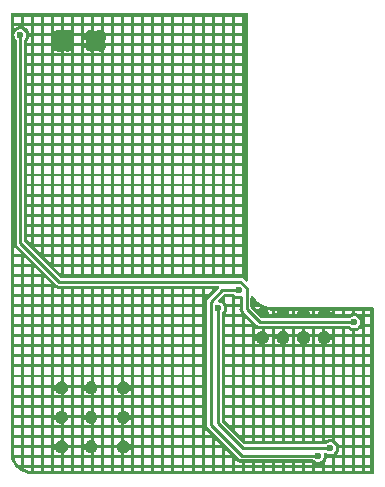
<source format=gbr>
%TF.GenerationSoftware,KiCad,Pcbnew,7.0.1*%
%TF.CreationDate,2025-01-04T09:06:00-08:00*%
%TF.ProjectId,project,70726f6a-6563-4742-9e6b-696361645f70,rev?*%
%TF.SameCoordinates,Original*%
%TF.FileFunction,Copper,L2,Bot*%
%TF.FilePolarity,Positive*%
%FSLAX46Y46*%
G04 Gerber Fmt 4.6, Leading zero omitted, Abs format (unit mm)*
G04 Created by KiCad (PCBNEW 7.0.1) date 2025-01-04 09:06:00*
%MOMM*%
%LPD*%
G01*
G04 APERTURE LIST*
%TA.AperFunction,ViaPad*%
%ADD10C,0.600000*%
%TD*%
%TA.AperFunction,Conductor*%
%ADD11C,0.250000*%
%TD*%
G04 APERTURE END LIST*
D10*
%TO.N,GND*%
X138750000Y-103250000D03*
X122500000Y-112500000D03*
X120500000Y-78500000D03*
X123250000Y-78500000D03*
X119750000Y-78500000D03*
X122500000Y-77750000D03*
X122500000Y-107500000D03*
X122500000Y-78500000D03*
X142250000Y-101250000D03*
X125250000Y-112500000D03*
X140500000Y-103250000D03*
X138750000Y-101250000D03*
X137000000Y-101250000D03*
X120500000Y-77750000D03*
X120000000Y-107500000D03*
X140500000Y-101250000D03*
X119750000Y-77750000D03*
X125250000Y-107500000D03*
X122500000Y-110000000D03*
X120000000Y-110000000D03*
X125250000Y-110000000D03*
X120000000Y-112500000D03*
X137000000Y-103250000D03*
X142250000Y-103250000D03*
X123250000Y-77750000D03*
%TO.N,LP*%
X133250000Y-100750000D03*
X142750000Y-112624500D03*
%TO.N,DCK*%
X135000000Y-99250000D03*
X141750000Y-113249000D03*
%TO.N,TOUCH*%
X144775000Y-101950500D03*
X116525000Y-77650000D03*
%TD*%
D11*
%TO.N,LP*%
X133250000Y-110500000D02*
X135374500Y-112624500D01*
X135374500Y-112624500D02*
X142750000Y-112624500D01*
X133250000Y-100750000D02*
X133250000Y-110500000D01*
%TO.N,DCK*%
X132625000Y-100241116D02*
X133616116Y-99250000D01*
X133616116Y-99250000D02*
X135000000Y-99250000D01*
X141749000Y-113250000D02*
X135250000Y-113250000D01*
X141750000Y-113249000D02*
X141749000Y-113250000D01*
X135250000Y-113250000D02*
X132625000Y-110625000D01*
X132625000Y-110625000D02*
X132625000Y-100241116D01*
%TO.N,TOUCH*%
X135158884Y-98525000D02*
X119800000Y-98525000D01*
X136816616Y-101950500D02*
X135675000Y-100808884D01*
X135675000Y-100808884D02*
X135675000Y-99041116D01*
X116525000Y-95250000D02*
X116525000Y-77650000D01*
X135675000Y-99041116D02*
X135158884Y-98525000D01*
X144775000Y-101950500D02*
X136816616Y-101950500D01*
X119800000Y-98525000D02*
X116525000Y-95250000D01*
%TD*%
%TA.AperFunction,Conductor*%
%TO.N,GND*%
G36*
X135737500Y-75766613D02*
G01*
X135782887Y-75812000D01*
X135799500Y-75874000D01*
X135799500Y-98405928D01*
X135785985Y-98462223D01*
X135748385Y-98506246D01*
X135694898Y-98528401D01*
X135637182Y-98523859D01*
X135587819Y-98493609D01*
X135402927Y-98308717D01*
X135395618Y-98300741D01*
X135371338Y-98271805D01*
X135338620Y-98252915D01*
X135329511Y-98247112D01*
X135298568Y-98225446D01*
X135297687Y-98224829D01*
X135272991Y-98214599D01*
X135234736Y-98207853D01*
X135224180Y-98205512D01*
X135187691Y-98195735D01*
X135150064Y-98199028D01*
X135139256Y-98199500D01*
X119986189Y-98199500D01*
X119938736Y-98190061D01*
X119898508Y-98163181D01*
X119008326Y-97273000D01*
X119394407Y-97273000D01*
X119954500Y-97833093D01*
X119954500Y-97273000D01*
X120203500Y-97273000D01*
X120203500Y-97875000D01*
X120805500Y-97875000D01*
X120805500Y-97273000D01*
X121054500Y-97273000D01*
X121054500Y-97875000D01*
X121656500Y-97875000D01*
X121656500Y-97273000D01*
X121905500Y-97273000D01*
X121905500Y-97875000D01*
X122507500Y-97875000D01*
X122507500Y-97273000D01*
X122756500Y-97273000D01*
X122756500Y-97875000D01*
X123358500Y-97875000D01*
X123358500Y-97273000D01*
X123607500Y-97273000D01*
X123607500Y-97875000D01*
X124209500Y-97875000D01*
X124209500Y-97273000D01*
X124458500Y-97273000D01*
X124458500Y-97875000D01*
X125060500Y-97875000D01*
X125060500Y-97273000D01*
X125309500Y-97273000D01*
X125309500Y-97875000D01*
X125911500Y-97875000D01*
X125911500Y-97273000D01*
X126160500Y-97273000D01*
X126160500Y-97875000D01*
X126762500Y-97875000D01*
X126762500Y-97273000D01*
X127011500Y-97273000D01*
X127011500Y-97875000D01*
X127613500Y-97875000D01*
X127613500Y-97273000D01*
X127862500Y-97273000D01*
X127862500Y-97875000D01*
X128464500Y-97875000D01*
X128464500Y-97273000D01*
X128713500Y-97273000D01*
X128713500Y-97875000D01*
X129315500Y-97875000D01*
X129315500Y-97273000D01*
X129564500Y-97273000D01*
X129564500Y-97875000D01*
X130166500Y-97875000D01*
X130166500Y-97273000D01*
X130415500Y-97273000D01*
X130415500Y-97875000D01*
X131017500Y-97875000D01*
X131017500Y-97273000D01*
X131266500Y-97273000D01*
X131266500Y-97875000D01*
X131868500Y-97875000D01*
X131868500Y-97273000D01*
X132117500Y-97273000D01*
X132117500Y-97875000D01*
X132719500Y-97875000D01*
X132719500Y-97273000D01*
X132968500Y-97273000D01*
X132968500Y-97875000D01*
X133570500Y-97875000D01*
X133570500Y-97273000D01*
X133819500Y-97273000D01*
X133819500Y-97875000D01*
X134421500Y-97875000D01*
X134421500Y-97273000D01*
X134670500Y-97273000D01*
X134670500Y-97875000D01*
X135272500Y-97875000D01*
X135272500Y-97273000D01*
X134670500Y-97273000D01*
X134421500Y-97273000D01*
X133819500Y-97273000D01*
X133570500Y-97273000D01*
X132968500Y-97273000D01*
X132719500Y-97273000D01*
X132117500Y-97273000D01*
X131868500Y-97273000D01*
X131266500Y-97273000D01*
X131017500Y-97273000D01*
X130415500Y-97273000D01*
X130166500Y-97273000D01*
X129564500Y-97273000D01*
X129315500Y-97273000D01*
X128713500Y-97273000D01*
X128464500Y-97273000D01*
X127862500Y-97273000D01*
X127613500Y-97273000D01*
X127011500Y-97273000D01*
X126762500Y-97273000D01*
X126160500Y-97273000D01*
X125911500Y-97273000D01*
X125309500Y-97273000D01*
X125060500Y-97273000D01*
X124458500Y-97273000D01*
X124209500Y-97273000D01*
X123607500Y-97273000D01*
X123358500Y-97273000D01*
X122756500Y-97273000D01*
X122507500Y-97273000D01*
X121905500Y-97273000D01*
X121656500Y-97273000D01*
X121054500Y-97273000D01*
X120805500Y-97273000D01*
X120203500Y-97273000D01*
X119954500Y-97273000D01*
X119394407Y-97273000D01*
X119008326Y-97273000D01*
X118157326Y-96422000D01*
X118543406Y-96422000D01*
X119103500Y-96982093D01*
X119103500Y-96422000D01*
X119352500Y-96422000D01*
X119352500Y-97024000D01*
X119954500Y-97024000D01*
X119954500Y-96422000D01*
X120203500Y-96422000D01*
X120203500Y-97024000D01*
X120805500Y-97024000D01*
X120805500Y-96422000D01*
X121054500Y-96422000D01*
X121054500Y-97024000D01*
X121656500Y-97024000D01*
X121656500Y-96422000D01*
X121905500Y-96422000D01*
X121905500Y-97024000D01*
X122507500Y-97024000D01*
X122507500Y-96422000D01*
X122756500Y-96422000D01*
X122756500Y-97024000D01*
X123358500Y-97024000D01*
X123358500Y-96422000D01*
X123607500Y-96422000D01*
X123607500Y-97024000D01*
X124209500Y-97024000D01*
X124209500Y-96422000D01*
X124458500Y-96422000D01*
X124458500Y-97024000D01*
X125060500Y-97024000D01*
X125060500Y-96422000D01*
X125309500Y-96422000D01*
X125309500Y-97024000D01*
X125911500Y-97024000D01*
X125911500Y-96422000D01*
X126160500Y-96422000D01*
X126160500Y-97024000D01*
X126762500Y-97024000D01*
X126762500Y-96422000D01*
X127011500Y-96422000D01*
X127011500Y-97024000D01*
X127613500Y-97024000D01*
X127613500Y-96422000D01*
X127862500Y-96422000D01*
X127862500Y-97024000D01*
X128464500Y-97024000D01*
X128464500Y-96422000D01*
X128713500Y-96422000D01*
X128713500Y-97024000D01*
X129315500Y-97024000D01*
X129315500Y-96422000D01*
X129564500Y-96422000D01*
X129564500Y-97024000D01*
X130166500Y-97024000D01*
X130166500Y-96422000D01*
X130415500Y-96422000D01*
X130415500Y-97024000D01*
X131017500Y-97024000D01*
X131017500Y-96422000D01*
X131266500Y-96422000D01*
X131266500Y-97024000D01*
X131868500Y-97024000D01*
X131868500Y-96422000D01*
X132117500Y-96422000D01*
X132117500Y-97024000D01*
X132719500Y-97024000D01*
X132719500Y-96422000D01*
X132968500Y-96422000D01*
X132968500Y-97024000D01*
X133570500Y-97024000D01*
X133570500Y-96422000D01*
X133819500Y-96422000D01*
X133819500Y-97024000D01*
X134421500Y-97024000D01*
X134421500Y-96422000D01*
X134670500Y-96422000D01*
X134670500Y-97024000D01*
X135272500Y-97024000D01*
X135272500Y-96422000D01*
X134670500Y-96422000D01*
X134421500Y-96422000D01*
X133819500Y-96422000D01*
X133570500Y-96422000D01*
X132968500Y-96422000D01*
X132719500Y-96422000D01*
X132117500Y-96422000D01*
X131868500Y-96422000D01*
X131266500Y-96422000D01*
X131017500Y-96422000D01*
X130415500Y-96422000D01*
X130166500Y-96422000D01*
X129564500Y-96422000D01*
X129315500Y-96422000D01*
X128713500Y-96422000D01*
X128464500Y-96422000D01*
X127862500Y-96422000D01*
X127613500Y-96422000D01*
X127011500Y-96422000D01*
X126762500Y-96422000D01*
X126160500Y-96422000D01*
X125911500Y-96422000D01*
X125309500Y-96422000D01*
X125060500Y-96422000D01*
X124458500Y-96422000D01*
X124209500Y-96422000D01*
X123607500Y-96422000D01*
X123358500Y-96422000D01*
X122756500Y-96422000D01*
X122507500Y-96422000D01*
X121905500Y-96422000D01*
X121656500Y-96422000D01*
X121054500Y-96422000D01*
X120805500Y-96422000D01*
X120203500Y-96422000D01*
X119954500Y-96422000D01*
X119352500Y-96422000D01*
X119103500Y-96422000D01*
X118543406Y-96422000D01*
X118157326Y-96422000D01*
X117306326Y-95571000D01*
X117692406Y-95571000D01*
X118252500Y-96131094D01*
X118252500Y-95571000D01*
X118501500Y-95571000D01*
X118501500Y-96173000D01*
X119103500Y-96173000D01*
X119103500Y-95571000D01*
X119352500Y-95571000D01*
X119352500Y-96173000D01*
X119954500Y-96173000D01*
X119954500Y-95571000D01*
X120203500Y-95571000D01*
X120203500Y-96173000D01*
X120805500Y-96173000D01*
X120805500Y-95571000D01*
X121054500Y-95571000D01*
X121054500Y-96173000D01*
X121656500Y-96173000D01*
X121656500Y-95571000D01*
X121905500Y-95571000D01*
X121905500Y-96173000D01*
X122507500Y-96173000D01*
X122507500Y-95571000D01*
X122756500Y-95571000D01*
X122756500Y-96173000D01*
X123358500Y-96173000D01*
X123358500Y-95571000D01*
X123607500Y-95571000D01*
X123607500Y-96173000D01*
X124209500Y-96173000D01*
X124209500Y-95571000D01*
X124458500Y-95571000D01*
X124458500Y-96173000D01*
X125060500Y-96173000D01*
X125060500Y-95571000D01*
X125309500Y-95571000D01*
X125309500Y-96173000D01*
X125911500Y-96173000D01*
X125911500Y-95571000D01*
X126160500Y-95571000D01*
X126160500Y-96173000D01*
X126762500Y-96173000D01*
X126762500Y-95571000D01*
X127011500Y-95571000D01*
X127011500Y-96173000D01*
X127613500Y-96173000D01*
X127613500Y-95571000D01*
X127862500Y-95571000D01*
X127862500Y-96173000D01*
X128464500Y-96173000D01*
X128464500Y-95571000D01*
X128713500Y-95571000D01*
X128713500Y-96173000D01*
X129315500Y-96173000D01*
X129315500Y-95571000D01*
X129564500Y-95571000D01*
X129564500Y-96173000D01*
X130166500Y-96173000D01*
X130166500Y-95571000D01*
X130415500Y-95571000D01*
X130415500Y-96173000D01*
X131017500Y-96173000D01*
X131017500Y-95571000D01*
X131266500Y-95571000D01*
X131266500Y-96173000D01*
X131868500Y-96173000D01*
X131868500Y-95571000D01*
X132117500Y-95571000D01*
X132117500Y-96173000D01*
X132719500Y-96173000D01*
X132719500Y-95571000D01*
X132968500Y-95571000D01*
X132968500Y-96173000D01*
X133570500Y-96173000D01*
X133570500Y-95571000D01*
X133819500Y-95571000D01*
X133819500Y-96173000D01*
X134421500Y-96173000D01*
X134421500Y-95571000D01*
X134670500Y-95571000D01*
X134670500Y-96173000D01*
X135272500Y-96173000D01*
X135272500Y-95571000D01*
X134670500Y-95571000D01*
X134421500Y-95571000D01*
X133819500Y-95571000D01*
X133570500Y-95571000D01*
X132968500Y-95571000D01*
X132719500Y-95571000D01*
X132117500Y-95571000D01*
X131868500Y-95571000D01*
X131266500Y-95571000D01*
X131017500Y-95571000D01*
X130415500Y-95571000D01*
X130166500Y-95571000D01*
X129564500Y-95571000D01*
X129315500Y-95571000D01*
X128713500Y-95571000D01*
X128464500Y-95571000D01*
X127862500Y-95571000D01*
X127613500Y-95571000D01*
X127011500Y-95571000D01*
X126762500Y-95571000D01*
X126160500Y-95571000D01*
X125911500Y-95571000D01*
X125309500Y-95571000D01*
X125060500Y-95571000D01*
X124458500Y-95571000D01*
X124209500Y-95571000D01*
X123607500Y-95571000D01*
X123358500Y-95571000D01*
X122756500Y-95571000D01*
X122507500Y-95571000D01*
X121905500Y-95571000D01*
X121656500Y-95571000D01*
X121054500Y-95571000D01*
X120805500Y-95571000D01*
X120203500Y-95571000D01*
X119954500Y-95571000D01*
X119352500Y-95571000D01*
X119103500Y-95571000D01*
X118501500Y-95571000D01*
X118252500Y-95571000D01*
X117692406Y-95571000D01*
X117306326Y-95571000D01*
X116886819Y-95151493D01*
X116859939Y-95111265D01*
X116850500Y-95063812D01*
X116850500Y-94720000D01*
X117123500Y-94720000D01*
X117123500Y-95002094D01*
X117401500Y-95280094D01*
X117401500Y-94720000D01*
X117650500Y-94720000D01*
X117650500Y-95322000D01*
X118252500Y-95322000D01*
X118252500Y-94720000D01*
X118501500Y-94720000D01*
X118501500Y-95322000D01*
X119103500Y-95322000D01*
X119103500Y-94720000D01*
X119352500Y-94720000D01*
X119352500Y-95322000D01*
X119954500Y-95322000D01*
X119954500Y-94720000D01*
X120203500Y-94720000D01*
X120203500Y-95322000D01*
X120805500Y-95322000D01*
X120805500Y-94720000D01*
X121054500Y-94720000D01*
X121054500Y-95322000D01*
X121656500Y-95322000D01*
X121656500Y-94720000D01*
X121905500Y-94720000D01*
X121905500Y-95322000D01*
X122507500Y-95322000D01*
X122507500Y-94720000D01*
X122756500Y-94720000D01*
X122756500Y-95322000D01*
X123358500Y-95322000D01*
X123358500Y-94720000D01*
X123607500Y-94720000D01*
X123607500Y-95322000D01*
X124209500Y-95322000D01*
X124209500Y-94720000D01*
X124458500Y-94720000D01*
X124458500Y-95322000D01*
X125060500Y-95322000D01*
X125060500Y-94720000D01*
X125309500Y-94720000D01*
X125309500Y-95322000D01*
X125911500Y-95322000D01*
X125911500Y-94720000D01*
X126160500Y-94720000D01*
X126160500Y-95322000D01*
X126762500Y-95322000D01*
X126762500Y-94720000D01*
X127011500Y-94720000D01*
X127011500Y-95322000D01*
X127613500Y-95322000D01*
X127613500Y-94720000D01*
X127862500Y-94720000D01*
X127862500Y-95322000D01*
X128464500Y-95322000D01*
X128464500Y-94720000D01*
X128713500Y-94720000D01*
X128713500Y-95322000D01*
X129315500Y-95322000D01*
X129315500Y-94720000D01*
X129564500Y-94720000D01*
X129564500Y-95322000D01*
X130166500Y-95322000D01*
X130166500Y-94720000D01*
X130415500Y-94720000D01*
X130415500Y-95322000D01*
X131017500Y-95322000D01*
X131017500Y-94720000D01*
X131266500Y-94720000D01*
X131266500Y-95322000D01*
X131868500Y-95322000D01*
X131868500Y-94720000D01*
X132117500Y-94720000D01*
X132117500Y-95322000D01*
X132719500Y-95322000D01*
X132719500Y-94720000D01*
X132968500Y-94720000D01*
X132968500Y-95322000D01*
X133570500Y-95322000D01*
X133570500Y-94720000D01*
X133819500Y-94720000D01*
X133819500Y-95322000D01*
X134421500Y-95322000D01*
X134421500Y-94720000D01*
X134670500Y-94720000D01*
X134670500Y-95322000D01*
X135272500Y-95322000D01*
X135272500Y-94720000D01*
X134670500Y-94720000D01*
X134421500Y-94720000D01*
X133819500Y-94720000D01*
X133570500Y-94720000D01*
X132968500Y-94720000D01*
X132719500Y-94720000D01*
X132117500Y-94720000D01*
X131868500Y-94720000D01*
X131266500Y-94720000D01*
X131017500Y-94720000D01*
X130415500Y-94720000D01*
X130166500Y-94720000D01*
X129564500Y-94720000D01*
X129315500Y-94720000D01*
X128713500Y-94720000D01*
X128464500Y-94720000D01*
X127862500Y-94720000D01*
X127613500Y-94720000D01*
X127011500Y-94720000D01*
X126762500Y-94720000D01*
X126160500Y-94720000D01*
X125911500Y-94720000D01*
X125309500Y-94720000D01*
X125060500Y-94720000D01*
X124458500Y-94720000D01*
X124209500Y-94720000D01*
X123607500Y-94720000D01*
X123358500Y-94720000D01*
X122756500Y-94720000D01*
X122507500Y-94720000D01*
X121905500Y-94720000D01*
X121656500Y-94720000D01*
X121054500Y-94720000D01*
X120805500Y-94720000D01*
X120203500Y-94720000D01*
X119954500Y-94720000D01*
X119352500Y-94720000D01*
X119103500Y-94720000D01*
X118501500Y-94720000D01*
X118252500Y-94720000D01*
X117650500Y-94720000D01*
X117401500Y-94720000D01*
X117123500Y-94720000D01*
X116850500Y-94720000D01*
X116850500Y-93869000D01*
X117123500Y-93869000D01*
X117123500Y-94471000D01*
X117401500Y-94471000D01*
X117401500Y-93869000D01*
X117650500Y-93869000D01*
X117650500Y-94471000D01*
X118252500Y-94471000D01*
X118252500Y-93869000D01*
X118501500Y-93869000D01*
X118501500Y-94471000D01*
X119103500Y-94471000D01*
X119103500Y-93869000D01*
X119352500Y-93869000D01*
X119352500Y-94471000D01*
X119954500Y-94471000D01*
X119954500Y-93869000D01*
X120203500Y-93869000D01*
X120203500Y-94471000D01*
X120805500Y-94471000D01*
X120805500Y-93869000D01*
X121054500Y-93869000D01*
X121054500Y-94471000D01*
X121656500Y-94471000D01*
X121656500Y-93869000D01*
X121905500Y-93869000D01*
X121905500Y-94471000D01*
X122507500Y-94471000D01*
X122507500Y-93869000D01*
X122756500Y-93869000D01*
X122756500Y-94471000D01*
X123358500Y-94471000D01*
X123358500Y-93869000D01*
X123607500Y-93869000D01*
X123607500Y-94471000D01*
X124209500Y-94471000D01*
X124209500Y-93869000D01*
X124458500Y-93869000D01*
X124458500Y-94471000D01*
X125060500Y-94471000D01*
X125060500Y-93869000D01*
X125309500Y-93869000D01*
X125309500Y-94471000D01*
X125911500Y-94471000D01*
X125911500Y-93869000D01*
X126160500Y-93869000D01*
X126160500Y-94471000D01*
X126762500Y-94471000D01*
X126762500Y-93869000D01*
X127011500Y-93869000D01*
X127011500Y-94471000D01*
X127613500Y-94471000D01*
X127613500Y-93869000D01*
X127862500Y-93869000D01*
X127862500Y-94471000D01*
X128464500Y-94471000D01*
X128464500Y-93869000D01*
X128713500Y-93869000D01*
X128713500Y-94471000D01*
X129315500Y-94471000D01*
X129315500Y-93869000D01*
X129564500Y-93869000D01*
X129564500Y-94471000D01*
X130166500Y-94471000D01*
X130166500Y-93869000D01*
X130415500Y-93869000D01*
X130415500Y-94471000D01*
X131017500Y-94471000D01*
X131017500Y-93869000D01*
X131266500Y-93869000D01*
X131266500Y-94471000D01*
X131868500Y-94471000D01*
X131868500Y-93869000D01*
X132117500Y-93869000D01*
X132117500Y-94471000D01*
X132719500Y-94471000D01*
X132719500Y-93869000D01*
X132968500Y-93869000D01*
X132968500Y-94471000D01*
X133570500Y-94471000D01*
X133570500Y-93869000D01*
X133819500Y-93869000D01*
X133819500Y-94471000D01*
X134421500Y-94471000D01*
X134421500Y-93869000D01*
X134670500Y-93869000D01*
X134670500Y-94471000D01*
X135272500Y-94471000D01*
X135272500Y-93869000D01*
X134670500Y-93869000D01*
X134421500Y-93869000D01*
X133819500Y-93869000D01*
X133570500Y-93869000D01*
X132968500Y-93869000D01*
X132719500Y-93869000D01*
X132117500Y-93869000D01*
X131868500Y-93869000D01*
X131266500Y-93869000D01*
X131017500Y-93869000D01*
X130415500Y-93869000D01*
X130166500Y-93869000D01*
X129564500Y-93869000D01*
X129315500Y-93869000D01*
X128713500Y-93869000D01*
X128464500Y-93869000D01*
X127862500Y-93869000D01*
X127613500Y-93869000D01*
X127011500Y-93869000D01*
X126762500Y-93869000D01*
X126160500Y-93869000D01*
X125911500Y-93869000D01*
X125309500Y-93869000D01*
X125060500Y-93869000D01*
X124458500Y-93869000D01*
X124209500Y-93869000D01*
X123607500Y-93869000D01*
X123358500Y-93869000D01*
X122756500Y-93869000D01*
X122507500Y-93869000D01*
X121905500Y-93869000D01*
X121656500Y-93869000D01*
X121054500Y-93869000D01*
X120805500Y-93869000D01*
X120203500Y-93869000D01*
X119954500Y-93869000D01*
X119352500Y-93869000D01*
X119103500Y-93869000D01*
X118501500Y-93869000D01*
X118252500Y-93869000D01*
X117650500Y-93869000D01*
X117401500Y-93869000D01*
X117123500Y-93869000D01*
X116850500Y-93869000D01*
X116850500Y-93018000D01*
X117123500Y-93018000D01*
X117123500Y-93620000D01*
X117401500Y-93620000D01*
X117401500Y-93018000D01*
X117650500Y-93018000D01*
X117650500Y-93620000D01*
X118252500Y-93620000D01*
X118252500Y-93018000D01*
X118501500Y-93018000D01*
X118501500Y-93620000D01*
X119103500Y-93620000D01*
X119103500Y-93018000D01*
X119352500Y-93018000D01*
X119352500Y-93620000D01*
X119954500Y-93620000D01*
X119954500Y-93018000D01*
X120203500Y-93018000D01*
X120203500Y-93620000D01*
X120805500Y-93620000D01*
X120805500Y-93018000D01*
X121054500Y-93018000D01*
X121054500Y-93620000D01*
X121656500Y-93620000D01*
X121656500Y-93018000D01*
X121905500Y-93018000D01*
X121905500Y-93620000D01*
X122507500Y-93620000D01*
X122507500Y-93018000D01*
X122756500Y-93018000D01*
X122756500Y-93620000D01*
X123358500Y-93620000D01*
X123358500Y-93018000D01*
X123607500Y-93018000D01*
X123607500Y-93620000D01*
X124209500Y-93620000D01*
X124209500Y-93018000D01*
X124458500Y-93018000D01*
X124458500Y-93620000D01*
X125060500Y-93620000D01*
X125060500Y-93018000D01*
X125309500Y-93018000D01*
X125309500Y-93620000D01*
X125911500Y-93620000D01*
X125911500Y-93018000D01*
X126160500Y-93018000D01*
X126160500Y-93620000D01*
X126762500Y-93620000D01*
X126762500Y-93018000D01*
X127011500Y-93018000D01*
X127011500Y-93620000D01*
X127613500Y-93620000D01*
X127613500Y-93018000D01*
X127862500Y-93018000D01*
X127862500Y-93620000D01*
X128464500Y-93620000D01*
X128464500Y-93018000D01*
X128713500Y-93018000D01*
X128713500Y-93620000D01*
X129315500Y-93620000D01*
X129315500Y-93018000D01*
X129564500Y-93018000D01*
X129564500Y-93620000D01*
X130166500Y-93620000D01*
X130166500Y-93018000D01*
X130415500Y-93018000D01*
X130415500Y-93620000D01*
X131017500Y-93620000D01*
X131017500Y-93018000D01*
X131266500Y-93018000D01*
X131266500Y-93620000D01*
X131868500Y-93620000D01*
X131868500Y-93018000D01*
X132117500Y-93018000D01*
X132117500Y-93620000D01*
X132719500Y-93620000D01*
X132719500Y-93018000D01*
X132968500Y-93018000D01*
X132968500Y-93620000D01*
X133570500Y-93620000D01*
X133570500Y-93018000D01*
X133819500Y-93018000D01*
X133819500Y-93620000D01*
X134421500Y-93620000D01*
X134421500Y-93018000D01*
X134670500Y-93018000D01*
X134670500Y-93620000D01*
X135272500Y-93620000D01*
X135272500Y-93018000D01*
X134670500Y-93018000D01*
X134421500Y-93018000D01*
X133819500Y-93018000D01*
X133570500Y-93018000D01*
X132968500Y-93018000D01*
X132719500Y-93018000D01*
X132117500Y-93018000D01*
X131868500Y-93018000D01*
X131266500Y-93018000D01*
X131017500Y-93018000D01*
X130415500Y-93018000D01*
X130166500Y-93018000D01*
X129564500Y-93018000D01*
X129315500Y-93018000D01*
X128713500Y-93018000D01*
X128464500Y-93018000D01*
X127862500Y-93018000D01*
X127613500Y-93018000D01*
X127011500Y-93018000D01*
X126762500Y-93018000D01*
X126160500Y-93018000D01*
X125911500Y-93018000D01*
X125309500Y-93018000D01*
X125060500Y-93018000D01*
X124458500Y-93018000D01*
X124209500Y-93018000D01*
X123607500Y-93018000D01*
X123358500Y-93018000D01*
X122756500Y-93018000D01*
X122507500Y-93018000D01*
X121905500Y-93018000D01*
X121656500Y-93018000D01*
X121054500Y-93018000D01*
X120805500Y-93018000D01*
X120203500Y-93018000D01*
X119954500Y-93018000D01*
X119352500Y-93018000D01*
X119103500Y-93018000D01*
X118501500Y-93018000D01*
X118252500Y-93018000D01*
X117650500Y-93018000D01*
X117401500Y-93018000D01*
X117123500Y-93018000D01*
X116850500Y-93018000D01*
X116850500Y-92167000D01*
X117123500Y-92167000D01*
X117123500Y-92769000D01*
X117401500Y-92769000D01*
X117401500Y-92167000D01*
X117650500Y-92167000D01*
X117650500Y-92769000D01*
X118252500Y-92769000D01*
X118252500Y-92167000D01*
X118501500Y-92167000D01*
X118501500Y-92769000D01*
X119103500Y-92769000D01*
X119103500Y-92167000D01*
X119352500Y-92167000D01*
X119352500Y-92769000D01*
X119954500Y-92769000D01*
X119954500Y-92167000D01*
X120203500Y-92167000D01*
X120203500Y-92769000D01*
X120805500Y-92769000D01*
X120805500Y-92167000D01*
X121054500Y-92167000D01*
X121054500Y-92769000D01*
X121656500Y-92769000D01*
X121656500Y-92167000D01*
X121905500Y-92167000D01*
X121905500Y-92769000D01*
X122507500Y-92769000D01*
X122507500Y-92167000D01*
X122756500Y-92167000D01*
X122756500Y-92769000D01*
X123358500Y-92769000D01*
X123358500Y-92167000D01*
X123607500Y-92167000D01*
X123607500Y-92769000D01*
X124209500Y-92769000D01*
X124209500Y-92167000D01*
X124458500Y-92167000D01*
X124458500Y-92769000D01*
X125060500Y-92769000D01*
X125060500Y-92167000D01*
X125309500Y-92167000D01*
X125309500Y-92769000D01*
X125911500Y-92769000D01*
X125911500Y-92167000D01*
X126160500Y-92167000D01*
X126160500Y-92769000D01*
X126762500Y-92769000D01*
X126762500Y-92167000D01*
X127011500Y-92167000D01*
X127011500Y-92769000D01*
X127613500Y-92769000D01*
X127613500Y-92167000D01*
X127862500Y-92167000D01*
X127862500Y-92769000D01*
X128464500Y-92769000D01*
X128464500Y-92167000D01*
X128713500Y-92167000D01*
X128713500Y-92769000D01*
X129315500Y-92769000D01*
X129315500Y-92167000D01*
X129564500Y-92167000D01*
X129564500Y-92769000D01*
X130166500Y-92769000D01*
X130166500Y-92167000D01*
X130415500Y-92167000D01*
X130415500Y-92769000D01*
X131017500Y-92769000D01*
X131017500Y-92167000D01*
X131266500Y-92167000D01*
X131266500Y-92769000D01*
X131868500Y-92769000D01*
X131868500Y-92167000D01*
X132117500Y-92167000D01*
X132117500Y-92769000D01*
X132719500Y-92769000D01*
X132719500Y-92167000D01*
X132968500Y-92167000D01*
X132968500Y-92769000D01*
X133570500Y-92769000D01*
X133570500Y-92167000D01*
X133819500Y-92167000D01*
X133819500Y-92769000D01*
X134421500Y-92769000D01*
X134421500Y-92167000D01*
X134670500Y-92167000D01*
X134670500Y-92769000D01*
X135272500Y-92769000D01*
X135272500Y-92167000D01*
X134670500Y-92167000D01*
X134421500Y-92167000D01*
X133819500Y-92167000D01*
X133570500Y-92167000D01*
X132968500Y-92167000D01*
X132719500Y-92167000D01*
X132117500Y-92167000D01*
X131868500Y-92167000D01*
X131266500Y-92167000D01*
X131017500Y-92167000D01*
X130415500Y-92167000D01*
X130166500Y-92167000D01*
X129564500Y-92167000D01*
X129315500Y-92167000D01*
X128713500Y-92167000D01*
X128464500Y-92167000D01*
X127862500Y-92167000D01*
X127613500Y-92167000D01*
X127011500Y-92167000D01*
X126762500Y-92167000D01*
X126160500Y-92167000D01*
X125911500Y-92167000D01*
X125309500Y-92167000D01*
X125060500Y-92167000D01*
X124458500Y-92167000D01*
X124209500Y-92167000D01*
X123607500Y-92167000D01*
X123358500Y-92167000D01*
X122756500Y-92167000D01*
X122507500Y-92167000D01*
X121905500Y-92167000D01*
X121656500Y-92167000D01*
X121054500Y-92167000D01*
X120805500Y-92167000D01*
X120203500Y-92167000D01*
X119954500Y-92167000D01*
X119352500Y-92167000D01*
X119103500Y-92167000D01*
X118501500Y-92167000D01*
X118252500Y-92167000D01*
X117650500Y-92167000D01*
X117401500Y-92167000D01*
X117123500Y-92167000D01*
X116850500Y-92167000D01*
X116850500Y-91316000D01*
X117123500Y-91316000D01*
X117123500Y-91918000D01*
X117401500Y-91918000D01*
X117401500Y-91316000D01*
X117650500Y-91316000D01*
X117650500Y-91918000D01*
X118252500Y-91918000D01*
X118252500Y-91316000D01*
X118501500Y-91316000D01*
X118501500Y-91918000D01*
X119103500Y-91918000D01*
X119103500Y-91316000D01*
X119352500Y-91316000D01*
X119352500Y-91918000D01*
X119954500Y-91918000D01*
X119954500Y-91316000D01*
X120203500Y-91316000D01*
X120203500Y-91918000D01*
X120805500Y-91918000D01*
X120805500Y-91316000D01*
X121054500Y-91316000D01*
X121054500Y-91918000D01*
X121656500Y-91918000D01*
X121656500Y-91316000D01*
X121905500Y-91316000D01*
X121905500Y-91918000D01*
X122507500Y-91918000D01*
X122507500Y-91316000D01*
X122756500Y-91316000D01*
X122756500Y-91918000D01*
X123358500Y-91918000D01*
X123358500Y-91316000D01*
X123607500Y-91316000D01*
X123607500Y-91918000D01*
X124209500Y-91918000D01*
X124209500Y-91316000D01*
X124458500Y-91316000D01*
X124458500Y-91918000D01*
X125060500Y-91918000D01*
X125060500Y-91316000D01*
X125309500Y-91316000D01*
X125309500Y-91918000D01*
X125911500Y-91918000D01*
X125911500Y-91316000D01*
X126160500Y-91316000D01*
X126160500Y-91918000D01*
X126762500Y-91918000D01*
X126762500Y-91316000D01*
X127011500Y-91316000D01*
X127011500Y-91918000D01*
X127613500Y-91918000D01*
X127613500Y-91316000D01*
X127862500Y-91316000D01*
X127862500Y-91918000D01*
X128464500Y-91918000D01*
X128464500Y-91316000D01*
X128713500Y-91316000D01*
X128713500Y-91918000D01*
X129315500Y-91918000D01*
X129315500Y-91316000D01*
X129564500Y-91316000D01*
X129564500Y-91918000D01*
X130166500Y-91918000D01*
X130166500Y-91316000D01*
X130415500Y-91316000D01*
X130415500Y-91918000D01*
X131017500Y-91918000D01*
X131017500Y-91316000D01*
X131266500Y-91316000D01*
X131266500Y-91918000D01*
X131868500Y-91918000D01*
X131868500Y-91316000D01*
X132117500Y-91316000D01*
X132117500Y-91918000D01*
X132719500Y-91918000D01*
X132719500Y-91316000D01*
X132968500Y-91316000D01*
X132968500Y-91918000D01*
X133570500Y-91918000D01*
X133570500Y-91316000D01*
X133819500Y-91316000D01*
X133819500Y-91918000D01*
X134421500Y-91918000D01*
X134421500Y-91316000D01*
X134670500Y-91316000D01*
X134670500Y-91918000D01*
X135272500Y-91918000D01*
X135272500Y-91316000D01*
X134670500Y-91316000D01*
X134421500Y-91316000D01*
X133819500Y-91316000D01*
X133570500Y-91316000D01*
X132968500Y-91316000D01*
X132719500Y-91316000D01*
X132117500Y-91316000D01*
X131868500Y-91316000D01*
X131266500Y-91316000D01*
X131017500Y-91316000D01*
X130415500Y-91316000D01*
X130166500Y-91316000D01*
X129564500Y-91316000D01*
X129315500Y-91316000D01*
X128713500Y-91316000D01*
X128464500Y-91316000D01*
X127862500Y-91316000D01*
X127613500Y-91316000D01*
X127011500Y-91316000D01*
X126762500Y-91316000D01*
X126160500Y-91316000D01*
X125911500Y-91316000D01*
X125309500Y-91316000D01*
X125060500Y-91316000D01*
X124458500Y-91316000D01*
X124209500Y-91316000D01*
X123607500Y-91316000D01*
X123358500Y-91316000D01*
X122756500Y-91316000D01*
X122507500Y-91316000D01*
X121905500Y-91316000D01*
X121656500Y-91316000D01*
X121054500Y-91316000D01*
X120805500Y-91316000D01*
X120203500Y-91316000D01*
X119954500Y-91316000D01*
X119352500Y-91316000D01*
X119103500Y-91316000D01*
X118501500Y-91316000D01*
X118252500Y-91316000D01*
X117650500Y-91316000D01*
X117401500Y-91316000D01*
X117123500Y-91316000D01*
X116850500Y-91316000D01*
X116850500Y-90465000D01*
X117123500Y-90465000D01*
X117123500Y-91067000D01*
X117401500Y-91067000D01*
X117401500Y-90465000D01*
X117650500Y-90465000D01*
X117650500Y-91067000D01*
X118252500Y-91067000D01*
X118252500Y-90465000D01*
X118501500Y-90465000D01*
X118501500Y-91067000D01*
X119103500Y-91067000D01*
X119103500Y-90465000D01*
X119352500Y-90465000D01*
X119352500Y-91067000D01*
X119954500Y-91067000D01*
X119954500Y-90465000D01*
X120203500Y-90465000D01*
X120203500Y-91067000D01*
X120805500Y-91067000D01*
X120805500Y-90465000D01*
X121054500Y-90465000D01*
X121054500Y-91067000D01*
X121656500Y-91067000D01*
X121656500Y-90465000D01*
X121905500Y-90465000D01*
X121905500Y-91067000D01*
X122507500Y-91067000D01*
X122507500Y-90465000D01*
X122756500Y-90465000D01*
X122756500Y-91067000D01*
X123358500Y-91067000D01*
X123358500Y-90465000D01*
X123607500Y-90465000D01*
X123607500Y-91067000D01*
X124209500Y-91067000D01*
X124209500Y-90465000D01*
X124458500Y-90465000D01*
X124458500Y-91067000D01*
X125060500Y-91067000D01*
X125060500Y-90465000D01*
X125309500Y-90465000D01*
X125309500Y-91067000D01*
X125911500Y-91067000D01*
X125911500Y-90465000D01*
X126160500Y-90465000D01*
X126160500Y-91067000D01*
X126762500Y-91067000D01*
X126762500Y-90465000D01*
X127011500Y-90465000D01*
X127011500Y-91067000D01*
X127613500Y-91067000D01*
X127613500Y-90465000D01*
X127862500Y-90465000D01*
X127862500Y-91067000D01*
X128464500Y-91067000D01*
X128464500Y-90465000D01*
X128713500Y-90465000D01*
X128713500Y-91067000D01*
X129315500Y-91067000D01*
X129315500Y-90465000D01*
X129564500Y-90465000D01*
X129564500Y-91067000D01*
X130166500Y-91067000D01*
X130166500Y-90465000D01*
X130415500Y-90465000D01*
X130415500Y-91067000D01*
X131017500Y-91067000D01*
X131017500Y-90465000D01*
X131266500Y-90465000D01*
X131266500Y-91067000D01*
X131868500Y-91067000D01*
X131868500Y-90465000D01*
X132117500Y-90465000D01*
X132117500Y-91067000D01*
X132719500Y-91067000D01*
X132719500Y-90465000D01*
X132968500Y-90465000D01*
X132968500Y-91067000D01*
X133570500Y-91067000D01*
X133570500Y-90465000D01*
X133819500Y-90465000D01*
X133819500Y-91067000D01*
X134421500Y-91067000D01*
X134421500Y-90465000D01*
X134670500Y-90465000D01*
X134670500Y-91067000D01*
X135272500Y-91067000D01*
X135272500Y-90465000D01*
X134670500Y-90465000D01*
X134421500Y-90465000D01*
X133819500Y-90465000D01*
X133570500Y-90465000D01*
X132968500Y-90465000D01*
X132719500Y-90465000D01*
X132117500Y-90465000D01*
X131868500Y-90465000D01*
X131266500Y-90465000D01*
X131017500Y-90465000D01*
X130415500Y-90465000D01*
X130166500Y-90465000D01*
X129564500Y-90465000D01*
X129315500Y-90465000D01*
X128713500Y-90465000D01*
X128464500Y-90465000D01*
X127862500Y-90465000D01*
X127613500Y-90465000D01*
X127011500Y-90465000D01*
X126762500Y-90465000D01*
X126160500Y-90465000D01*
X125911500Y-90465000D01*
X125309500Y-90465000D01*
X125060500Y-90465000D01*
X124458500Y-90465000D01*
X124209500Y-90465000D01*
X123607500Y-90465000D01*
X123358500Y-90465000D01*
X122756500Y-90465000D01*
X122507500Y-90465000D01*
X121905500Y-90465000D01*
X121656500Y-90465000D01*
X121054500Y-90465000D01*
X120805500Y-90465000D01*
X120203500Y-90465000D01*
X119954500Y-90465000D01*
X119352500Y-90465000D01*
X119103500Y-90465000D01*
X118501500Y-90465000D01*
X118252500Y-90465000D01*
X117650500Y-90465000D01*
X117401500Y-90465000D01*
X117123500Y-90465000D01*
X116850500Y-90465000D01*
X116850500Y-89614000D01*
X117123500Y-89614000D01*
X117123500Y-90216000D01*
X117401500Y-90216000D01*
X117401500Y-89614000D01*
X117650500Y-89614000D01*
X117650500Y-90216000D01*
X118252500Y-90216000D01*
X118252500Y-89614000D01*
X118501500Y-89614000D01*
X118501500Y-90216000D01*
X119103500Y-90216000D01*
X119103500Y-89614000D01*
X119352500Y-89614000D01*
X119352500Y-90216000D01*
X119954500Y-90216000D01*
X119954500Y-89614000D01*
X120203500Y-89614000D01*
X120203500Y-90216000D01*
X120805500Y-90216000D01*
X120805500Y-89614000D01*
X121054500Y-89614000D01*
X121054500Y-90216000D01*
X121656500Y-90216000D01*
X121656500Y-89614000D01*
X121905500Y-89614000D01*
X121905500Y-90216000D01*
X122507500Y-90216000D01*
X122507500Y-89614000D01*
X122756500Y-89614000D01*
X122756500Y-90216000D01*
X123358500Y-90216000D01*
X123358500Y-89614000D01*
X123607500Y-89614000D01*
X123607500Y-90216000D01*
X124209500Y-90216000D01*
X124209500Y-89614000D01*
X124458500Y-89614000D01*
X124458500Y-90216000D01*
X125060500Y-90216000D01*
X125060500Y-89614000D01*
X125309500Y-89614000D01*
X125309500Y-90216000D01*
X125911500Y-90216000D01*
X125911500Y-89614000D01*
X126160500Y-89614000D01*
X126160500Y-90216000D01*
X126762500Y-90216000D01*
X126762500Y-89614000D01*
X127011500Y-89614000D01*
X127011500Y-90216000D01*
X127613500Y-90216000D01*
X127613500Y-89614000D01*
X127862500Y-89614000D01*
X127862500Y-90216000D01*
X128464500Y-90216000D01*
X128464500Y-89614000D01*
X128713500Y-89614000D01*
X128713500Y-90216000D01*
X129315500Y-90216000D01*
X129315500Y-89614000D01*
X129564500Y-89614000D01*
X129564500Y-90216000D01*
X130166500Y-90216000D01*
X130166500Y-89614000D01*
X130415500Y-89614000D01*
X130415500Y-90216000D01*
X131017500Y-90216000D01*
X131017500Y-89614000D01*
X131266500Y-89614000D01*
X131266500Y-90216000D01*
X131868500Y-90216000D01*
X131868500Y-89614000D01*
X132117500Y-89614000D01*
X132117500Y-90216000D01*
X132719500Y-90216000D01*
X132719500Y-89614000D01*
X132968500Y-89614000D01*
X132968500Y-90216000D01*
X133570500Y-90216000D01*
X133570500Y-89614000D01*
X133819500Y-89614000D01*
X133819500Y-90216000D01*
X134421500Y-90216000D01*
X134421500Y-89614000D01*
X134670500Y-89614000D01*
X134670500Y-90216000D01*
X135272500Y-90216000D01*
X135272500Y-89614000D01*
X134670500Y-89614000D01*
X134421500Y-89614000D01*
X133819500Y-89614000D01*
X133570500Y-89614000D01*
X132968500Y-89614000D01*
X132719500Y-89614000D01*
X132117500Y-89614000D01*
X131868500Y-89614000D01*
X131266500Y-89614000D01*
X131017500Y-89614000D01*
X130415500Y-89614000D01*
X130166500Y-89614000D01*
X129564500Y-89614000D01*
X129315500Y-89614000D01*
X128713500Y-89614000D01*
X128464500Y-89614000D01*
X127862500Y-89614000D01*
X127613500Y-89614000D01*
X127011500Y-89614000D01*
X126762500Y-89614000D01*
X126160500Y-89614000D01*
X125911500Y-89614000D01*
X125309500Y-89614000D01*
X125060500Y-89614000D01*
X124458500Y-89614000D01*
X124209500Y-89614000D01*
X123607500Y-89614000D01*
X123358500Y-89614000D01*
X122756500Y-89614000D01*
X122507500Y-89614000D01*
X121905500Y-89614000D01*
X121656500Y-89614000D01*
X121054500Y-89614000D01*
X120805500Y-89614000D01*
X120203500Y-89614000D01*
X119954500Y-89614000D01*
X119352500Y-89614000D01*
X119103500Y-89614000D01*
X118501500Y-89614000D01*
X118252500Y-89614000D01*
X117650500Y-89614000D01*
X117401500Y-89614000D01*
X117123500Y-89614000D01*
X116850500Y-89614000D01*
X116850500Y-88763000D01*
X117123500Y-88763000D01*
X117123500Y-89365000D01*
X117401500Y-89365000D01*
X117401500Y-88763000D01*
X117650500Y-88763000D01*
X117650500Y-89365000D01*
X118252500Y-89365000D01*
X118252500Y-88763000D01*
X118501500Y-88763000D01*
X118501500Y-89365000D01*
X119103500Y-89365000D01*
X119103500Y-88763000D01*
X119352500Y-88763000D01*
X119352500Y-89365000D01*
X119954500Y-89365000D01*
X119954500Y-88763000D01*
X120203500Y-88763000D01*
X120203500Y-89365000D01*
X120805500Y-89365000D01*
X120805500Y-88763000D01*
X121054500Y-88763000D01*
X121054500Y-89365000D01*
X121656500Y-89365000D01*
X121656500Y-88763000D01*
X121905500Y-88763000D01*
X121905500Y-89365000D01*
X122507500Y-89365000D01*
X122507500Y-88763000D01*
X122756500Y-88763000D01*
X122756500Y-89365000D01*
X123358500Y-89365000D01*
X123358500Y-88763000D01*
X123607500Y-88763000D01*
X123607500Y-89365000D01*
X124209500Y-89365000D01*
X124209500Y-88763000D01*
X124458500Y-88763000D01*
X124458500Y-89365000D01*
X125060500Y-89365000D01*
X125060500Y-88763000D01*
X125309500Y-88763000D01*
X125309500Y-89365000D01*
X125911500Y-89365000D01*
X125911500Y-88763000D01*
X126160500Y-88763000D01*
X126160500Y-89365000D01*
X126762500Y-89365000D01*
X126762500Y-88763000D01*
X127011500Y-88763000D01*
X127011500Y-89365000D01*
X127613500Y-89365000D01*
X127613500Y-88763000D01*
X127862500Y-88763000D01*
X127862500Y-89365000D01*
X128464500Y-89365000D01*
X128464500Y-88763000D01*
X128713500Y-88763000D01*
X128713500Y-89365000D01*
X129315500Y-89365000D01*
X129315500Y-88763000D01*
X129564500Y-88763000D01*
X129564500Y-89365000D01*
X130166500Y-89365000D01*
X130166500Y-88763000D01*
X130415500Y-88763000D01*
X130415500Y-89365000D01*
X131017500Y-89365000D01*
X131017500Y-88763000D01*
X131266500Y-88763000D01*
X131266500Y-89365000D01*
X131868500Y-89365000D01*
X131868500Y-88763000D01*
X132117500Y-88763000D01*
X132117500Y-89365000D01*
X132719500Y-89365000D01*
X132719500Y-88763000D01*
X132968500Y-88763000D01*
X132968500Y-89365000D01*
X133570500Y-89365000D01*
X133570500Y-88763000D01*
X133819500Y-88763000D01*
X133819500Y-89365000D01*
X134421500Y-89365000D01*
X134421500Y-88763000D01*
X134670500Y-88763000D01*
X134670500Y-89365000D01*
X135272500Y-89365000D01*
X135272500Y-88763000D01*
X134670500Y-88763000D01*
X134421500Y-88763000D01*
X133819500Y-88763000D01*
X133570500Y-88763000D01*
X132968500Y-88763000D01*
X132719500Y-88763000D01*
X132117500Y-88763000D01*
X131868500Y-88763000D01*
X131266500Y-88763000D01*
X131017500Y-88763000D01*
X130415500Y-88763000D01*
X130166500Y-88763000D01*
X129564500Y-88763000D01*
X129315500Y-88763000D01*
X128713500Y-88763000D01*
X128464500Y-88763000D01*
X127862500Y-88763000D01*
X127613500Y-88763000D01*
X127011500Y-88763000D01*
X126762500Y-88763000D01*
X126160500Y-88763000D01*
X125911500Y-88763000D01*
X125309500Y-88763000D01*
X125060500Y-88763000D01*
X124458500Y-88763000D01*
X124209500Y-88763000D01*
X123607500Y-88763000D01*
X123358500Y-88763000D01*
X122756500Y-88763000D01*
X122507500Y-88763000D01*
X121905500Y-88763000D01*
X121656500Y-88763000D01*
X121054500Y-88763000D01*
X120805500Y-88763000D01*
X120203500Y-88763000D01*
X119954500Y-88763000D01*
X119352500Y-88763000D01*
X119103500Y-88763000D01*
X118501500Y-88763000D01*
X118252500Y-88763000D01*
X117650500Y-88763000D01*
X117401500Y-88763000D01*
X117123500Y-88763000D01*
X116850500Y-88763000D01*
X116850500Y-87912000D01*
X117123500Y-87912000D01*
X117123500Y-88514000D01*
X117401500Y-88514000D01*
X117401500Y-87912000D01*
X117650500Y-87912000D01*
X117650500Y-88514000D01*
X118252500Y-88514000D01*
X118252500Y-87912000D01*
X118501500Y-87912000D01*
X118501500Y-88514000D01*
X119103500Y-88514000D01*
X119103500Y-87912000D01*
X119352500Y-87912000D01*
X119352500Y-88514000D01*
X119954500Y-88514000D01*
X119954500Y-87912000D01*
X120203500Y-87912000D01*
X120203500Y-88514000D01*
X120805500Y-88514000D01*
X120805500Y-87912000D01*
X121054500Y-87912000D01*
X121054500Y-88514000D01*
X121656500Y-88514000D01*
X121656500Y-87912000D01*
X121905500Y-87912000D01*
X121905500Y-88514000D01*
X122507500Y-88514000D01*
X122507500Y-87912000D01*
X122756500Y-87912000D01*
X122756500Y-88514000D01*
X123358500Y-88514000D01*
X123358500Y-87912000D01*
X123607500Y-87912000D01*
X123607500Y-88514000D01*
X124209500Y-88514000D01*
X124209500Y-87912000D01*
X124458500Y-87912000D01*
X124458500Y-88514000D01*
X125060500Y-88514000D01*
X125060500Y-87912000D01*
X125309500Y-87912000D01*
X125309500Y-88514000D01*
X125911500Y-88514000D01*
X125911500Y-87912000D01*
X126160500Y-87912000D01*
X126160500Y-88514000D01*
X126762500Y-88514000D01*
X126762500Y-87912000D01*
X127011500Y-87912000D01*
X127011500Y-88514000D01*
X127613500Y-88514000D01*
X127613500Y-87912000D01*
X127862500Y-87912000D01*
X127862500Y-88514000D01*
X128464500Y-88514000D01*
X128464500Y-87912000D01*
X128713500Y-87912000D01*
X128713500Y-88514000D01*
X129315500Y-88514000D01*
X129315500Y-87912000D01*
X129564500Y-87912000D01*
X129564500Y-88514000D01*
X130166500Y-88514000D01*
X130166500Y-87912000D01*
X130415500Y-87912000D01*
X130415500Y-88514000D01*
X131017500Y-88514000D01*
X131017500Y-87912000D01*
X131266500Y-87912000D01*
X131266500Y-88514000D01*
X131868500Y-88514000D01*
X131868500Y-87912000D01*
X132117500Y-87912000D01*
X132117500Y-88514000D01*
X132719500Y-88514000D01*
X132719500Y-87912000D01*
X132968500Y-87912000D01*
X132968500Y-88514000D01*
X133570500Y-88514000D01*
X133570500Y-87912000D01*
X133819500Y-87912000D01*
X133819500Y-88514000D01*
X134421500Y-88514000D01*
X134421500Y-87912000D01*
X134670500Y-87912000D01*
X134670500Y-88514000D01*
X135272500Y-88514000D01*
X135272500Y-87912000D01*
X134670500Y-87912000D01*
X134421500Y-87912000D01*
X133819500Y-87912000D01*
X133570500Y-87912000D01*
X132968500Y-87912000D01*
X132719500Y-87912000D01*
X132117500Y-87912000D01*
X131868500Y-87912000D01*
X131266500Y-87912000D01*
X131017500Y-87912000D01*
X130415500Y-87912000D01*
X130166500Y-87912000D01*
X129564500Y-87912000D01*
X129315500Y-87912000D01*
X128713500Y-87912000D01*
X128464500Y-87912000D01*
X127862500Y-87912000D01*
X127613500Y-87912000D01*
X127011500Y-87912000D01*
X126762500Y-87912000D01*
X126160500Y-87912000D01*
X125911500Y-87912000D01*
X125309500Y-87912000D01*
X125060500Y-87912000D01*
X124458500Y-87912000D01*
X124209500Y-87912000D01*
X123607500Y-87912000D01*
X123358500Y-87912000D01*
X122756500Y-87912000D01*
X122507500Y-87912000D01*
X121905500Y-87912000D01*
X121656500Y-87912000D01*
X121054500Y-87912000D01*
X120805500Y-87912000D01*
X120203500Y-87912000D01*
X119954500Y-87912000D01*
X119352500Y-87912000D01*
X119103500Y-87912000D01*
X118501500Y-87912000D01*
X118252500Y-87912000D01*
X117650500Y-87912000D01*
X117401500Y-87912000D01*
X117123500Y-87912000D01*
X116850500Y-87912000D01*
X116850500Y-87061000D01*
X117123500Y-87061000D01*
X117123500Y-87663000D01*
X117401500Y-87663000D01*
X117401500Y-87061000D01*
X117650500Y-87061000D01*
X117650500Y-87663000D01*
X118252500Y-87663000D01*
X118252500Y-87061000D01*
X118501500Y-87061000D01*
X118501500Y-87663000D01*
X119103500Y-87663000D01*
X119103500Y-87061000D01*
X119352500Y-87061000D01*
X119352500Y-87663000D01*
X119954500Y-87663000D01*
X119954500Y-87061000D01*
X120203500Y-87061000D01*
X120203500Y-87663000D01*
X120805500Y-87663000D01*
X120805500Y-87061000D01*
X121054500Y-87061000D01*
X121054500Y-87663000D01*
X121656500Y-87663000D01*
X121656500Y-87061000D01*
X121905500Y-87061000D01*
X121905500Y-87663000D01*
X122507500Y-87663000D01*
X122507500Y-87061000D01*
X122756500Y-87061000D01*
X122756500Y-87663000D01*
X123358500Y-87663000D01*
X123358500Y-87061000D01*
X123607500Y-87061000D01*
X123607500Y-87663000D01*
X124209500Y-87663000D01*
X124209500Y-87061000D01*
X124458500Y-87061000D01*
X124458500Y-87663000D01*
X125060500Y-87663000D01*
X125060500Y-87061000D01*
X125309500Y-87061000D01*
X125309500Y-87663000D01*
X125911500Y-87663000D01*
X125911500Y-87061000D01*
X126160500Y-87061000D01*
X126160500Y-87663000D01*
X126762500Y-87663000D01*
X126762500Y-87061000D01*
X127011500Y-87061000D01*
X127011500Y-87663000D01*
X127613500Y-87663000D01*
X127613500Y-87061000D01*
X127862500Y-87061000D01*
X127862500Y-87663000D01*
X128464500Y-87663000D01*
X128464500Y-87061000D01*
X128713500Y-87061000D01*
X128713500Y-87663000D01*
X129315500Y-87663000D01*
X129315500Y-87061000D01*
X129564500Y-87061000D01*
X129564500Y-87663000D01*
X130166500Y-87663000D01*
X130166500Y-87061000D01*
X130415500Y-87061000D01*
X130415500Y-87663000D01*
X131017500Y-87663000D01*
X131017500Y-87061000D01*
X131266500Y-87061000D01*
X131266500Y-87663000D01*
X131868500Y-87663000D01*
X131868500Y-87061000D01*
X132117500Y-87061000D01*
X132117500Y-87663000D01*
X132719500Y-87663000D01*
X132719500Y-87061000D01*
X132968500Y-87061000D01*
X132968500Y-87663000D01*
X133570500Y-87663000D01*
X133570500Y-87061000D01*
X133819500Y-87061000D01*
X133819500Y-87663000D01*
X134421500Y-87663000D01*
X134421500Y-87061000D01*
X134670500Y-87061000D01*
X134670500Y-87663000D01*
X135272500Y-87663000D01*
X135272500Y-87061000D01*
X134670500Y-87061000D01*
X134421500Y-87061000D01*
X133819500Y-87061000D01*
X133570500Y-87061000D01*
X132968500Y-87061000D01*
X132719500Y-87061000D01*
X132117500Y-87061000D01*
X131868500Y-87061000D01*
X131266500Y-87061000D01*
X131017500Y-87061000D01*
X130415500Y-87061000D01*
X130166500Y-87061000D01*
X129564500Y-87061000D01*
X129315500Y-87061000D01*
X128713500Y-87061000D01*
X128464500Y-87061000D01*
X127862500Y-87061000D01*
X127613500Y-87061000D01*
X127011500Y-87061000D01*
X126762500Y-87061000D01*
X126160500Y-87061000D01*
X125911500Y-87061000D01*
X125309500Y-87061000D01*
X125060500Y-87061000D01*
X124458500Y-87061000D01*
X124209500Y-87061000D01*
X123607500Y-87061000D01*
X123358500Y-87061000D01*
X122756500Y-87061000D01*
X122507500Y-87061000D01*
X121905500Y-87061000D01*
X121656500Y-87061000D01*
X121054500Y-87061000D01*
X120805500Y-87061000D01*
X120203500Y-87061000D01*
X119954500Y-87061000D01*
X119352500Y-87061000D01*
X119103500Y-87061000D01*
X118501500Y-87061000D01*
X118252500Y-87061000D01*
X117650500Y-87061000D01*
X117401500Y-87061000D01*
X117123500Y-87061000D01*
X116850500Y-87061000D01*
X116850500Y-86210000D01*
X117123500Y-86210000D01*
X117123500Y-86812000D01*
X117401500Y-86812000D01*
X117401500Y-86210000D01*
X117650500Y-86210000D01*
X117650500Y-86812000D01*
X118252500Y-86812000D01*
X118252500Y-86210000D01*
X118501500Y-86210000D01*
X118501500Y-86812000D01*
X119103500Y-86812000D01*
X119103500Y-86210000D01*
X119352500Y-86210000D01*
X119352500Y-86812000D01*
X119954500Y-86812000D01*
X119954500Y-86210000D01*
X120203500Y-86210000D01*
X120203500Y-86812000D01*
X120805500Y-86812000D01*
X120805500Y-86210000D01*
X121054500Y-86210000D01*
X121054500Y-86812000D01*
X121656500Y-86812000D01*
X121656500Y-86210000D01*
X121905500Y-86210000D01*
X121905500Y-86812000D01*
X122507500Y-86812000D01*
X122507500Y-86210000D01*
X122756500Y-86210000D01*
X122756500Y-86812000D01*
X123358500Y-86812000D01*
X123358500Y-86210000D01*
X123607500Y-86210000D01*
X123607500Y-86812000D01*
X124209500Y-86812000D01*
X124209500Y-86210000D01*
X124458500Y-86210000D01*
X124458500Y-86812000D01*
X125060500Y-86812000D01*
X125060500Y-86210000D01*
X125309500Y-86210000D01*
X125309500Y-86812000D01*
X125911500Y-86812000D01*
X125911500Y-86210000D01*
X126160500Y-86210000D01*
X126160500Y-86812000D01*
X126762500Y-86812000D01*
X126762500Y-86210000D01*
X127011500Y-86210000D01*
X127011500Y-86812000D01*
X127613500Y-86812000D01*
X127613500Y-86210000D01*
X127862500Y-86210000D01*
X127862500Y-86812000D01*
X128464500Y-86812000D01*
X128464500Y-86210000D01*
X128713500Y-86210000D01*
X128713500Y-86812000D01*
X129315500Y-86812000D01*
X129315500Y-86210000D01*
X129564500Y-86210000D01*
X129564500Y-86812000D01*
X130166500Y-86812000D01*
X130166500Y-86210000D01*
X130415500Y-86210000D01*
X130415500Y-86812000D01*
X131017500Y-86812000D01*
X131017500Y-86210000D01*
X131266500Y-86210000D01*
X131266500Y-86812000D01*
X131868500Y-86812000D01*
X131868500Y-86210000D01*
X132117500Y-86210000D01*
X132117500Y-86812000D01*
X132719500Y-86812000D01*
X132719500Y-86210000D01*
X132968500Y-86210000D01*
X132968500Y-86812000D01*
X133570500Y-86812000D01*
X133570500Y-86210000D01*
X133819500Y-86210000D01*
X133819500Y-86812000D01*
X134421500Y-86812000D01*
X134421500Y-86210000D01*
X134670500Y-86210000D01*
X134670500Y-86812000D01*
X135272500Y-86812000D01*
X135272500Y-86210000D01*
X134670500Y-86210000D01*
X134421500Y-86210000D01*
X133819500Y-86210000D01*
X133570500Y-86210000D01*
X132968500Y-86210000D01*
X132719500Y-86210000D01*
X132117500Y-86210000D01*
X131868500Y-86210000D01*
X131266500Y-86210000D01*
X131017500Y-86210000D01*
X130415500Y-86210000D01*
X130166500Y-86210000D01*
X129564500Y-86210000D01*
X129315500Y-86210000D01*
X128713500Y-86210000D01*
X128464500Y-86210000D01*
X127862500Y-86210000D01*
X127613500Y-86210000D01*
X127011500Y-86210000D01*
X126762500Y-86210000D01*
X126160500Y-86210000D01*
X125911500Y-86210000D01*
X125309500Y-86210000D01*
X125060500Y-86210000D01*
X124458500Y-86210000D01*
X124209500Y-86210000D01*
X123607500Y-86210000D01*
X123358500Y-86210000D01*
X122756500Y-86210000D01*
X122507500Y-86210000D01*
X121905500Y-86210000D01*
X121656500Y-86210000D01*
X121054500Y-86210000D01*
X120805500Y-86210000D01*
X120203500Y-86210000D01*
X119954500Y-86210000D01*
X119352500Y-86210000D01*
X119103500Y-86210000D01*
X118501500Y-86210000D01*
X118252500Y-86210000D01*
X117650500Y-86210000D01*
X117401500Y-86210000D01*
X117123500Y-86210000D01*
X116850500Y-86210000D01*
X116850500Y-85359000D01*
X117123500Y-85359000D01*
X117123500Y-85961000D01*
X117401500Y-85961000D01*
X117401500Y-85359000D01*
X117650500Y-85359000D01*
X117650500Y-85961000D01*
X118252500Y-85961000D01*
X118252500Y-85359000D01*
X118501500Y-85359000D01*
X118501500Y-85961000D01*
X119103500Y-85961000D01*
X119103500Y-85359000D01*
X119352500Y-85359000D01*
X119352500Y-85961000D01*
X119954500Y-85961000D01*
X119954500Y-85359000D01*
X120203500Y-85359000D01*
X120203500Y-85961000D01*
X120805500Y-85961000D01*
X120805500Y-85359000D01*
X121054500Y-85359000D01*
X121054500Y-85961000D01*
X121656500Y-85961000D01*
X121656500Y-85359000D01*
X121905500Y-85359000D01*
X121905500Y-85961000D01*
X122507500Y-85961000D01*
X122507500Y-85359000D01*
X122756500Y-85359000D01*
X122756500Y-85961000D01*
X123358500Y-85961000D01*
X123358500Y-85359000D01*
X123607500Y-85359000D01*
X123607500Y-85961000D01*
X124209500Y-85961000D01*
X124209500Y-85359000D01*
X124458500Y-85359000D01*
X124458500Y-85961000D01*
X125060500Y-85961000D01*
X125060500Y-85359000D01*
X125309500Y-85359000D01*
X125309500Y-85961000D01*
X125911500Y-85961000D01*
X125911500Y-85359000D01*
X126160500Y-85359000D01*
X126160500Y-85961000D01*
X126762500Y-85961000D01*
X126762500Y-85359000D01*
X127011500Y-85359000D01*
X127011500Y-85961000D01*
X127613500Y-85961000D01*
X127613500Y-85359000D01*
X127862500Y-85359000D01*
X127862500Y-85961000D01*
X128464500Y-85961000D01*
X128464500Y-85359000D01*
X128713500Y-85359000D01*
X128713500Y-85961000D01*
X129315500Y-85961000D01*
X129315500Y-85359000D01*
X129564500Y-85359000D01*
X129564500Y-85961000D01*
X130166500Y-85961000D01*
X130166500Y-85359000D01*
X130415500Y-85359000D01*
X130415500Y-85961000D01*
X131017500Y-85961000D01*
X131017500Y-85359000D01*
X131266500Y-85359000D01*
X131266500Y-85961000D01*
X131868500Y-85961000D01*
X131868500Y-85359000D01*
X132117500Y-85359000D01*
X132117500Y-85961000D01*
X132719500Y-85961000D01*
X132719500Y-85359000D01*
X132968500Y-85359000D01*
X132968500Y-85961000D01*
X133570500Y-85961000D01*
X133570500Y-85359000D01*
X133819500Y-85359000D01*
X133819500Y-85961000D01*
X134421500Y-85961000D01*
X134421500Y-85359000D01*
X134670500Y-85359000D01*
X134670500Y-85961000D01*
X135272500Y-85961000D01*
X135272500Y-85359000D01*
X134670500Y-85359000D01*
X134421500Y-85359000D01*
X133819500Y-85359000D01*
X133570500Y-85359000D01*
X132968500Y-85359000D01*
X132719500Y-85359000D01*
X132117500Y-85359000D01*
X131868500Y-85359000D01*
X131266500Y-85359000D01*
X131017500Y-85359000D01*
X130415500Y-85359000D01*
X130166500Y-85359000D01*
X129564500Y-85359000D01*
X129315500Y-85359000D01*
X128713500Y-85359000D01*
X128464500Y-85359000D01*
X127862500Y-85359000D01*
X127613500Y-85359000D01*
X127011500Y-85359000D01*
X126762500Y-85359000D01*
X126160500Y-85359000D01*
X125911500Y-85359000D01*
X125309500Y-85359000D01*
X125060500Y-85359000D01*
X124458500Y-85359000D01*
X124209500Y-85359000D01*
X123607500Y-85359000D01*
X123358500Y-85359000D01*
X122756500Y-85359000D01*
X122507500Y-85359000D01*
X121905500Y-85359000D01*
X121656500Y-85359000D01*
X121054500Y-85359000D01*
X120805500Y-85359000D01*
X120203500Y-85359000D01*
X119954500Y-85359000D01*
X119352500Y-85359000D01*
X119103500Y-85359000D01*
X118501500Y-85359000D01*
X118252500Y-85359000D01*
X117650500Y-85359000D01*
X117401500Y-85359000D01*
X117123500Y-85359000D01*
X116850500Y-85359000D01*
X116850500Y-84508000D01*
X117123500Y-84508000D01*
X117123500Y-85110000D01*
X117401500Y-85110000D01*
X117401500Y-84508000D01*
X117650500Y-84508000D01*
X117650500Y-85110000D01*
X118252500Y-85110000D01*
X118252500Y-84508000D01*
X118501500Y-84508000D01*
X118501500Y-85110000D01*
X119103500Y-85110000D01*
X119103500Y-84508000D01*
X119352500Y-84508000D01*
X119352500Y-85110000D01*
X119954500Y-85110000D01*
X119954500Y-84508000D01*
X120203500Y-84508000D01*
X120203500Y-85110000D01*
X120805500Y-85110000D01*
X120805500Y-84508000D01*
X121054500Y-84508000D01*
X121054500Y-85110000D01*
X121656500Y-85110000D01*
X121656500Y-84508000D01*
X121905500Y-84508000D01*
X121905500Y-85110000D01*
X122507500Y-85110000D01*
X122507500Y-84508000D01*
X122756500Y-84508000D01*
X122756500Y-85110000D01*
X123358500Y-85110000D01*
X123358500Y-84508000D01*
X123607500Y-84508000D01*
X123607500Y-85110000D01*
X124209500Y-85110000D01*
X124209500Y-84508000D01*
X124458500Y-84508000D01*
X124458500Y-85110000D01*
X125060500Y-85110000D01*
X125060500Y-84508000D01*
X125309500Y-84508000D01*
X125309500Y-85110000D01*
X125911500Y-85110000D01*
X125911500Y-84508000D01*
X126160500Y-84508000D01*
X126160500Y-85110000D01*
X126762500Y-85110000D01*
X126762500Y-84508000D01*
X127011500Y-84508000D01*
X127011500Y-85110000D01*
X127613500Y-85110000D01*
X127613500Y-84508000D01*
X127862500Y-84508000D01*
X127862500Y-85110000D01*
X128464500Y-85110000D01*
X128464500Y-84508000D01*
X128713500Y-84508000D01*
X128713500Y-85110000D01*
X129315500Y-85110000D01*
X129315500Y-84508000D01*
X129564500Y-84508000D01*
X129564500Y-85110000D01*
X130166500Y-85110000D01*
X130166500Y-84508000D01*
X130415500Y-84508000D01*
X130415500Y-85110000D01*
X131017500Y-85110000D01*
X131017500Y-84508000D01*
X131266500Y-84508000D01*
X131266500Y-85110000D01*
X131868500Y-85110000D01*
X131868500Y-84508000D01*
X132117500Y-84508000D01*
X132117500Y-85110000D01*
X132719500Y-85110000D01*
X132719500Y-84508000D01*
X132968500Y-84508000D01*
X132968500Y-85110000D01*
X133570500Y-85110000D01*
X133570500Y-84508000D01*
X133819500Y-84508000D01*
X133819500Y-85110000D01*
X134421500Y-85110000D01*
X134421500Y-84508000D01*
X134670500Y-84508000D01*
X134670500Y-85110000D01*
X135272500Y-85110000D01*
X135272500Y-84508000D01*
X134670500Y-84508000D01*
X134421500Y-84508000D01*
X133819500Y-84508000D01*
X133570500Y-84508000D01*
X132968500Y-84508000D01*
X132719500Y-84508000D01*
X132117500Y-84508000D01*
X131868500Y-84508000D01*
X131266500Y-84508000D01*
X131017500Y-84508000D01*
X130415500Y-84508000D01*
X130166500Y-84508000D01*
X129564500Y-84508000D01*
X129315500Y-84508000D01*
X128713500Y-84508000D01*
X128464500Y-84508000D01*
X127862500Y-84508000D01*
X127613500Y-84508000D01*
X127011500Y-84508000D01*
X126762500Y-84508000D01*
X126160500Y-84508000D01*
X125911500Y-84508000D01*
X125309500Y-84508000D01*
X125060500Y-84508000D01*
X124458500Y-84508000D01*
X124209500Y-84508000D01*
X123607500Y-84508000D01*
X123358500Y-84508000D01*
X122756500Y-84508000D01*
X122507500Y-84508000D01*
X121905500Y-84508000D01*
X121656500Y-84508000D01*
X121054500Y-84508000D01*
X120805500Y-84508000D01*
X120203500Y-84508000D01*
X119954500Y-84508000D01*
X119352500Y-84508000D01*
X119103500Y-84508000D01*
X118501500Y-84508000D01*
X118252500Y-84508000D01*
X117650500Y-84508000D01*
X117401500Y-84508000D01*
X117123500Y-84508000D01*
X116850500Y-84508000D01*
X116850500Y-83657000D01*
X117123500Y-83657000D01*
X117123500Y-84259000D01*
X117401500Y-84259000D01*
X117401500Y-83657000D01*
X117650500Y-83657000D01*
X117650500Y-84259000D01*
X118252500Y-84259000D01*
X118252500Y-83657000D01*
X118501500Y-83657000D01*
X118501500Y-84259000D01*
X119103500Y-84259000D01*
X119103500Y-83657000D01*
X119352500Y-83657000D01*
X119352500Y-84259000D01*
X119954500Y-84259000D01*
X119954500Y-83657000D01*
X120203500Y-83657000D01*
X120203500Y-84259000D01*
X120805500Y-84259000D01*
X120805500Y-83657000D01*
X121054500Y-83657000D01*
X121054500Y-84259000D01*
X121656500Y-84259000D01*
X121656500Y-83657000D01*
X121905500Y-83657000D01*
X121905500Y-84259000D01*
X122507500Y-84259000D01*
X122507500Y-83657000D01*
X122756500Y-83657000D01*
X122756500Y-84259000D01*
X123358500Y-84259000D01*
X123358500Y-83657000D01*
X123607500Y-83657000D01*
X123607500Y-84259000D01*
X124209500Y-84259000D01*
X124209500Y-83657000D01*
X124458500Y-83657000D01*
X124458500Y-84259000D01*
X125060500Y-84259000D01*
X125060500Y-83657000D01*
X125309500Y-83657000D01*
X125309500Y-84259000D01*
X125911500Y-84259000D01*
X125911500Y-83657000D01*
X126160500Y-83657000D01*
X126160500Y-84259000D01*
X126762500Y-84259000D01*
X126762500Y-83657000D01*
X127011500Y-83657000D01*
X127011500Y-84259000D01*
X127613500Y-84259000D01*
X127613500Y-83657000D01*
X127862500Y-83657000D01*
X127862500Y-84259000D01*
X128464500Y-84259000D01*
X128464500Y-83657000D01*
X128713500Y-83657000D01*
X128713500Y-84259000D01*
X129315500Y-84259000D01*
X129315500Y-83657000D01*
X129564500Y-83657000D01*
X129564500Y-84259000D01*
X130166500Y-84259000D01*
X130166500Y-83657000D01*
X130415500Y-83657000D01*
X130415500Y-84259000D01*
X131017500Y-84259000D01*
X131017500Y-83657000D01*
X131266500Y-83657000D01*
X131266500Y-84259000D01*
X131868500Y-84259000D01*
X131868500Y-83657000D01*
X132117500Y-83657000D01*
X132117500Y-84259000D01*
X132719500Y-84259000D01*
X132719500Y-83657000D01*
X132968500Y-83657000D01*
X132968500Y-84259000D01*
X133570500Y-84259000D01*
X133570500Y-83657000D01*
X133819500Y-83657000D01*
X133819500Y-84259000D01*
X134421500Y-84259000D01*
X134421500Y-83657000D01*
X134670500Y-83657000D01*
X134670500Y-84259000D01*
X135272500Y-84259000D01*
X135272500Y-83657000D01*
X134670500Y-83657000D01*
X134421500Y-83657000D01*
X133819500Y-83657000D01*
X133570500Y-83657000D01*
X132968500Y-83657000D01*
X132719500Y-83657000D01*
X132117500Y-83657000D01*
X131868500Y-83657000D01*
X131266500Y-83657000D01*
X131017500Y-83657000D01*
X130415500Y-83657000D01*
X130166500Y-83657000D01*
X129564500Y-83657000D01*
X129315500Y-83657000D01*
X128713500Y-83657000D01*
X128464500Y-83657000D01*
X127862500Y-83657000D01*
X127613500Y-83657000D01*
X127011500Y-83657000D01*
X126762500Y-83657000D01*
X126160500Y-83657000D01*
X125911500Y-83657000D01*
X125309500Y-83657000D01*
X125060500Y-83657000D01*
X124458500Y-83657000D01*
X124209500Y-83657000D01*
X123607500Y-83657000D01*
X123358500Y-83657000D01*
X122756500Y-83657000D01*
X122507500Y-83657000D01*
X121905500Y-83657000D01*
X121656500Y-83657000D01*
X121054500Y-83657000D01*
X120805500Y-83657000D01*
X120203500Y-83657000D01*
X119954500Y-83657000D01*
X119352500Y-83657000D01*
X119103500Y-83657000D01*
X118501500Y-83657000D01*
X118252500Y-83657000D01*
X117650500Y-83657000D01*
X117401500Y-83657000D01*
X117123500Y-83657000D01*
X116850500Y-83657000D01*
X116850500Y-82806000D01*
X117123500Y-82806000D01*
X117123500Y-83408000D01*
X117401500Y-83408000D01*
X117401500Y-82806000D01*
X117650500Y-82806000D01*
X117650500Y-83408000D01*
X118252500Y-83408000D01*
X118252500Y-82806000D01*
X118501500Y-82806000D01*
X118501500Y-83408000D01*
X119103500Y-83408000D01*
X119103500Y-82806000D01*
X119352500Y-82806000D01*
X119352500Y-83408000D01*
X119954500Y-83408000D01*
X119954500Y-82806000D01*
X120203500Y-82806000D01*
X120203500Y-83408000D01*
X120805500Y-83408000D01*
X120805500Y-82806000D01*
X121054500Y-82806000D01*
X121054500Y-83408000D01*
X121656500Y-83408000D01*
X121656500Y-82806000D01*
X121905500Y-82806000D01*
X121905500Y-83408000D01*
X122507500Y-83408000D01*
X122507500Y-82806000D01*
X122756500Y-82806000D01*
X122756500Y-83408000D01*
X123358500Y-83408000D01*
X123358500Y-82806000D01*
X123607500Y-82806000D01*
X123607500Y-83408000D01*
X124209500Y-83408000D01*
X124209500Y-82806000D01*
X124458500Y-82806000D01*
X124458500Y-83408000D01*
X125060500Y-83408000D01*
X125060500Y-82806000D01*
X125309500Y-82806000D01*
X125309500Y-83408000D01*
X125911500Y-83408000D01*
X125911500Y-82806000D01*
X126160500Y-82806000D01*
X126160500Y-83408000D01*
X126762500Y-83408000D01*
X126762500Y-82806000D01*
X127011500Y-82806000D01*
X127011500Y-83408000D01*
X127613500Y-83408000D01*
X127613500Y-82806000D01*
X127862500Y-82806000D01*
X127862500Y-83408000D01*
X128464500Y-83408000D01*
X128464500Y-82806000D01*
X128713500Y-82806000D01*
X128713500Y-83408000D01*
X129315500Y-83408000D01*
X129315500Y-82806000D01*
X129564500Y-82806000D01*
X129564500Y-83408000D01*
X130166500Y-83408000D01*
X130166500Y-82806000D01*
X130415500Y-82806000D01*
X130415500Y-83408000D01*
X131017500Y-83408000D01*
X131017500Y-82806000D01*
X131266500Y-82806000D01*
X131266500Y-83408000D01*
X131868500Y-83408000D01*
X131868500Y-82806000D01*
X132117500Y-82806000D01*
X132117500Y-83408000D01*
X132719500Y-83408000D01*
X132719500Y-82806000D01*
X132968500Y-82806000D01*
X132968500Y-83408000D01*
X133570500Y-83408000D01*
X133570500Y-82806000D01*
X133819500Y-82806000D01*
X133819500Y-83408000D01*
X134421500Y-83408000D01*
X134421500Y-82806000D01*
X134670500Y-82806000D01*
X134670500Y-83408000D01*
X135272500Y-83408000D01*
X135272500Y-82806000D01*
X134670500Y-82806000D01*
X134421500Y-82806000D01*
X133819500Y-82806000D01*
X133570500Y-82806000D01*
X132968500Y-82806000D01*
X132719500Y-82806000D01*
X132117500Y-82806000D01*
X131868500Y-82806000D01*
X131266500Y-82806000D01*
X131017500Y-82806000D01*
X130415500Y-82806000D01*
X130166500Y-82806000D01*
X129564500Y-82806000D01*
X129315500Y-82806000D01*
X128713500Y-82806000D01*
X128464500Y-82806000D01*
X127862500Y-82806000D01*
X127613500Y-82806000D01*
X127011500Y-82806000D01*
X126762500Y-82806000D01*
X126160500Y-82806000D01*
X125911500Y-82806000D01*
X125309500Y-82806000D01*
X125060500Y-82806000D01*
X124458500Y-82806000D01*
X124209500Y-82806000D01*
X123607500Y-82806000D01*
X123358500Y-82806000D01*
X122756500Y-82806000D01*
X122507500Y-82806000D01*
X121905500Y-82806000D01*
X121656500Y-82806000D01*
X121054500Y-82806000D01*
X120805500Y-82806000D01*
X120203500Y-82806000D01*
X119954500Y-82806000D01*
X119352500Y-82806000D01*
X119103500Y-82806000D01*
X118501500Y-82806000D01*
X118252500Y-82806000D01*
X117650500Y-82806000D01*
X117401500Y-82806000D01*
X117123500Y-82806000D01*
X116850500Y-82806000D01*
X116850500Y-81955000D01*
X117123500Y-81955000D01*
X117123500Y-82557000D01*
X117401500Y-82557000D01*
X117401500Y-81955000D01*
X117650500Y-81955000D01*
X117650500Y-82557000D01*
X118252500Y-82557000D01*
X118252500Y-81955000D01*
X118501500Y-81955000D01*
X118501500Y-82557000D01*
X119103500Y-82557000D01*
X119103500Y-81955000D01*
X119352500Y-81955000D01*
X119352500Y-82557000D01*
X119954500Y-82557000D01*
X119954500Y-81955000D01*
X120203500Y-81955000D01*
X120203500Y-82557000D01*
X120805500Y-82557000D01*
X120805500Y-81955000D01*
X121054500Y-81955000D01*
X121054500Y-82557000D01*
X121656500Y-82557000D01*
X121656500Y-81955000D01*
X121905500Y-81955000D01*
X121905500Y-82557000D01*
X122507500Y-82557000D01*
X122507500Y-81955000D01*
X122756500Y-81955000D01*
X122756500Y-82557000D01*
X123358500Y-82557000D01*
X123358500Y-81955000D01*
X123607500Y-81955000D01*
X123607500Y-82557000D01*
X124209500Y-82557000D01*
X124209500Y-81955000D01*
X124458500Y-81955000D01*
X124458500Y-82557000D01*
X125060500Y-82557000D01*
X125060500Y-81955000D01*
X125309500Y-81955000D01*
X125309500Y-82557000D01*
X125911500Y-82557000D01*
X125911500Y-81955000D01*
X126160500Y-81955000D01*
X126160500Y-82557000D01*
X126762500Y-82557000D01*
X126762500Y-81955000D01*
X127011500Y-81955000D01*
X127011500Y-82557000D01*
X127613500Y-82557000D01*
X127613500Y-81955000D01*
X127862500Y-81955000D01*
X127862500Y-82557000D01*
X128464500Y-82557000D01*
X128464500Y-81955000D01*
X128713500Y-81955000D01*
X128713500Y-82557000D01*
X129315500Y-82557000D01*
X129315500Y-81955000D01*
X129564500Y-81955000D01*
X129564500Y-82557000D01*
X130166500Y-82557000D01*
X130166500Y-81955000D01*
X130415500Y-81955000D01*
X130415500Y-82557000D01*
X131017500Y-82557000D01*
X131017500Y-81955000D01*
X131266500Y-81955000D01*
X131266500Y-82557000D01*
X131868500Y-82557000D01*
X131868500Y-81955000D01*
X132117500Y-81955000D01*
X132117500Y-82557000D01*
X132719500Y-82557000D01*
X132719500Y-81955000D01*
X132968500Y-81955000D01*
X132968500Y-82557000D01*
X133570500Y-82557000D01*
X133570500Y-81955000D01*
X133819500Y-81955000D01*
X133819500Y-82557000D01*
X134421500Y-82557000D01*
X134421500Y-81955000D01*
X134670500Y-81955000D01*
X134670500Y-82557000D01*
X135272500Y-82557000D01*
X135272500Y-81955000D01*
X134670500Y-81955000D01*
X134421500Y-81955000D01*
X133819500Y-81955000D01*
X133570500Y-81955000D01*
X132968500Y-81955000D01*
X132719500Y-81955000D01*
X132117500Y-81955000D01*
X131868500Y-81955000D01*
X131266500Y-81955000D01*
X131017500Y-81955000D01*
X130415500Y-81955000D01*
X130166500Y-81955000D01*
X129564500Y-81955000D01*
X129315500Y-81955000D01*
X128713500Y-81955000D01*
X128464500Y-81955000D01*
X127862500Y-81955000D01*
X127613500Y-81955000D01*
X127011500Y-81955000D01*
X126762500Y-81955000D01*
X126160500Y-81955000D01*
X125911500Y-81955000D01*
X125309500Y-81955000D01*
X125060500Y-81955000D01*
X124458500Y-81955000D01*
X124209500Y-81955000D01*
X123607500Y-81955000D01*
X123358500Y-81955000D01*
X122756500Y-81955000D01*
X122507500Y-81955000D01*
X121905500Y-81955000D01*
X121656500Y-81955000D01*
X121054500Y-81955000D01*
X120805500Y-81955000D01*
X120203500Y-81955000D01*
X119954500Y-81955000D01*
X119352500Y-81955000D01*
X119103500Y-81955000D01*
X118501500Y-81955000D01*
X118252500Y-81955000D01*
X117650500Y-81955000D01*
X117401500Y-81955000D01*
X117123500Y-81955000D01*
X116850500Y-81955000D01*
X116850500Y-81104000D01*
X117123500Y-81104000D01*
X117123500Y-81706000D01*
X117401500Y-81706000D01*
X117401500Y-81104000D01*
X117650500Y-81104000D01*
X117650500Y-81706000D01*
X118252500Y-81706000D01*
X118252500Y-81104000D01*
X118501500Y-81104000D01*
X118501500Y-81706000D01*
X119103500Y-81706000D01*
X119103500Y-81104000D01*
X119352500Y-81104000D01*
X119352500Y-81706000D01*
X119954500Y-81706000D01*
X119954500Y-81104000D01*
X120203500Y-81104000D01*
X120203500Y-81706000D01*
X120805500Y-81706000D01*
X120805500Y-81104000D01*
X121054500Y-81104000D01*
X121054500Y-81706000D01*
X121656500Y-81706000D01*
X121656500Y-81104000D01*
X121905500Y-81104000D01*
X121905500Y-81706000D01*
X122507500Y-81706000D01*
X122507500Y-81104000D01*
X122756500Y-81104000D01*
X122756500Y-81706000D01*
X123358500Y-81706000D01*
X123358500Y-81104000D01*
X123607500Y-81104000D01*
X123607500Y-81706000D01*
X124209500Y-81706000D01*
X124209500Y-81104000D01*
X124458500Y-81104000D01*
X124458500Y-81706000D01*
X125060500Y-81706000D01*
X125060500Y-81104000D01*
X125309500Y-81104000D01*
X125309500Y-81706000D01*
X125911500Y-81706000D01*
X125911500Y-81104000D01*
X126160500Y-81104000D01*
X126160500Y-81706000D01*
X126762500Y-81706000D01*
X126762500Y-81104000D01*
X127011500Y-81104000D01*
X127011500Y-81706000D01*
X127613500Y-81706000D01*
X127613500Y-81104000D01*
X127862500Y-81104000D01*
X127862500Y-81706000D01*
X128464500Y-81706000D01*
X128464500Y-81104000D01*
X128713500Y-81104000D01*
X128713500Y-81706000D01*
X129315500Y-81706000D01*
X129315500Y-81104000D01*
X129564500Y-81104000D01*
X129564500Y-81706000D01*
X130166500Y-81706000D01*
X130166500Y-81104000D01*
X130415500Y-81104000D01*
X130415500Y-81706000D01*
X131017500Y-81706000D01*
X131017500Y-81104000D01*
X131266500Y-81104000D01*
X131266500Y-81706000D01*
X131868500Y-81706000D01*
X131868500Y-81104000D01*
X132117500Y-81104000D01*
X132117500Y-81706000D01*
X132719500Y-81706000D01*
X132719500Y-81104000D01*
X132968500Y-81104000D01*
X132968500Y-81706000D01*
X133570500Y-81706000D01*
X133570500Y-81104000D01*
X133819500Y-81104000D01*
X133819500Y-81706000D01*
X134421500Y-81706000D01*
X134421500Y-81104000D01*
X134670500Y-81104000D01*
X134670500Y-81706000D01*
X135272500Y-81706000D01*
X135272500Y-81104000D01*
X134670500Y-81104000D01*
X134421500Y-81104000D01*
X133819500Y-81104000D01*
X133570500Y-81104000D01*
X132968500Y-81104000D01*
X132719500Y-81104000D01*
X132117500Y-81104000D01*
X131868500Y-81104000D01*
X131266500Y-81104000D01*
X131017500Y-81104000D01*
X130415500Y-81104000D01*
X130166500Y-81104000D01*
X129564500Y-81104000D01*
X129315500Y-81104000D01*
X128713500Y-81104000D01*
X128464500Y-81104000D01*
X127862500Y-81104000D01*
X127613500Y-81104000D01*
X127011500Y-81104000D01*
X126762500Y-81104000D01*
X126160500Y-81104000D01*
X125911500Y-81104000D01*
X125309500Y-81104000D01*
X125060500Y-81104000D01*
X124458500Y-81104000D01*
X124209500Y-81104000D01*
X123607500Y-81104000D01*
X123358500Y-81104000D01*
X122756500Y-81104000D01*
X122507500Y-81104000D01*
X121905500Y-81104000D01*
X121656500Y-81104000D01*
X121054500Y-81104000D01*
X120805500Y-81104000D01*
X120203500Y-81104000D01*
X119954500Y-81104000D01*
X119352500Y-81104000D01*
X119103500Y-81104000D01*
X118501500Y-81104000D01*
X118252500Y-81104000D01*
X117650500Y-81104000D01*
X117401500Y-81104000D01*
X117123500Y-81104000D01*
X116850500Y-81104000D01*
X116850500Y-80253000D01*
X117123500Y-80253000D01*
X117123500Y-80855000D01*
X117401500Y-80855000D01*
X117401500Y-80253000D01*
X117650500Y-80253000D01*
X117650500Y-80855000D01*
X118252500Y-80855000D01*
X118252500Y-80253000D01*
X118501500Y-80253000D01*
X118501500Y-80855000D01*
X119103500Y-80855000D01*
X119103500Y-80253000D01*
X119352500Y-80253000D01*
X119352500Y-80855000D01*
X119954500Y-80855000D01*
X119954500Y-80253000D01*
X120203500Y-80253000D01*
X120203500Y-80855000D01*
X120805500Y-80855000D01*
X120805500Y-80253000D01*
X121054500Y-80253000D01*
X121054500Y-80855000D01*
X121656500Y-80855000D01*
X121656500Y-80253000D01*
X121905500Y-80253000D01*
X121905500Y-80855000D01*
X122507500Y-80855000D01*
X122507500Y-80253000D01*
X122756500Y-80253000D01*
X122756500Y-80855000D01*
X123358500Y-80855000D01*
X123358500Y-80253000D01*
X123607500Y-80253000D01*
X123607500Y-80855000D01*
X124209500Y-80855000D01*
X124209500Y-80253000D01*
X124458500Y-80253000D01*
X124458500Y-80855000D01*
X125060500Y-80855000D01*
X125060500Y-80253000D01*
X125309500Y-80253000D01*
X125309500Y-80855000D01*
X125911500Y-80855000D01*
X125911500Y-80253000D01*
X126160500Y-80253000D01*
X126160500Y-80855000D01*
X126762500Y-80855000D01*
X126762500Y-80253000D01*
X127011500Y-80253000D01*
X127011500Y-80855000D01*
X127613500Y-80855000D01*
X127613500Y-80253000D01*
X127862500Y-80253000D01*
X127862500Y-80855000D01*
X128464500Y-80855000D01*
X128464500Y-80253000D01*
X128713500Y-80253000D01*
X128713500Y-80855000D01*
X129315500Y-80855000D01*
X129315500Y-80253000D01*
X129564500Y-80253000D01*
X129564500Y-80855000D01*
X130166500Y-80855000D01*
X130166500Y-80253000D01*
X130415500Y-80253000D01*
X130415500Y-80855000D01*
X131017500Y-80855000D01*
X131017500Y-80253000D01*
X131266500Y-80253000D01*
X131266500Y-80855000D01*
X131868500Y-80855000D01*
X131868500Y-80253000D01*
X132117500Y-80253000D01*
X132117500Y-80855000D01*
X132719500Y-80855000D01*
X132719500Y-80253000D01*
X132968500Y-80253000D01*
X132968500Y-80855000D01*
X133570500Y-80855000D01*
X133570500Y-80253000D01*
X133819500Y-80253000D01*
X133819500Y-80855000D01*
X134421500Y-80855000D01*
X134421500Y-80253000D01*
X134670500Y-80253000D01*
X134670500Y-80855000D01*
X135272500Y-80855000D01*
X135272500Y-80253000D01*
X134670500Y-80253000D01*
X134421500Y-80253000D01*
X133819500Y-80253000D01*
X133570500Y-80253000D01*
X132968500Y-80253000D01*
X132719500Y-80253000D01*
X132117500Y-80253000D01*
X131868500Y-80253000D01*
X131266500Y-80253000D01*
X131017500Y-80253000D01*
X130415500Y-80253000D01*
X130166500Y-80253000D01*
X129564500Y-80253000D01*
X129315500Y-80253000D01*
X128713500Y-80253000D01*
X128464500Y-80253000D01*
X127862500Y-80253000D01*
X127613500Y-80253000D01*
X127011500Y-80253000D01*
X126762500Y-80253000D01*
X126160500Y-80253000D01*
X125911500Y-80253000D01*
X125309500Y-80253000D01*
X125060500Y-80253000D01*
X124458500Y-80253000D01*
X124209500Y-80253000D01*
X123607500Y-80253000D01*
X123358500Y-80253000D01*
X122756500Y-80253000D01*
X122507500Y-80253000D01*
X121905500Y-80253000D01*
X121656500Y-80253000D01*
X121054500Y-80253000D01*
X120805500Y-80253000D01*
X120203500Y-80253000D01*
X119954500Y-80253000D01*
X119352500Y-80253000D01*
X119103500Y-80253000D01*
X118501500Y-80253000D01*
X118252500Y-80253000D01*
X117650500Y-80253000D01*
X117401500Y-80253000D01*
X117123500Y-80253000D01*
X116850500Y-80253000D01*
X116850500Y-79402000D01*
X117123500Y-79402000D01*
X117123500Y-80004000D01*
X117401500Y-80004000D01*
X117401500Y-79402000D01*
X117650500Y-79402000D01*
X117650500Y-80004000D01*
X118252500Y-80004000D01*
X118252500Y-79402000D01*
X118501500Y-79402000D01*
X118501500Y-80004000D01*
X119103500Y-80004000D01*
X119103500Y-79402000D01*
X119352500Y-79402000D01*
X119352500Y-80004000D01*
X119954500Y-80004000D01*
X119954500Y-79402000D01*
X120203500Y-79402000D01*
X120203500Y-80004000D01*
X120805500Y-80004000D01*
X120805500Y-79402000D01*
X121054500Y-79402000D01*
X121054500Y-80004000D01*
X121656500Y-80004000D01*
X121656500Y-79402000D01*
X121905500Y-79402000D01*
X121905500Y-80004000D01*
X122507500Y-80004000D01*
X122507500Y-79402000D01*
X122756500Y-79402000D01*
X122756500Y-80004000D01*
X123358500Y-80004000D01*
X123358500Y-79402000D01*
X123607500Y-79402000D01*
X123607500Y-80004000D01*
X124209500Y-80004000D01*
X124209500Y-79402000D01*
X124458500Y-79402000D01*
X124458500Y-80004000D01*
X125060500Y-80004000D01*
X125060500Y-79402000D01*
X125309500Y-79402000D01*
X125309500Y-80004000D01*
X125911500Y-80004000D01*
X125911500Y-79402000D01*
X126160500Y-79402000D01*
X126160500Y-80004000D01*
X126762500Y-80004000D01*
X126762500Y-79402000D01*
X127011500Y-79402000D01*
X127011500Y-80004000D01*
X127613500Y-80004000D01*
X127613500Y-79402000D01*
X127862500Y-79402000D01*
X127862500Y-80004000D01*
X128464500Y-80004000D01*
X128464500Y-79402000D01*
X128713500Y-79402000D01*
X128713500Y-80004000D01*
X129315500Y-80004000D01*
X129315500Y-79402000D01*
X129564500Y-79402000D01*
X129564500Y-80004000D01*
X130166500Y-80004000D01*
X130166500Y-79402000D01*
X130415500Y-79402000D01*
X130415500Y-80004000D01*
X131017500Y-80004000D01*
X131017500Y-79402000D01*
X131266500Y-79402000D01*
X131266500Y-80004000D01*
X131868500Y-80004000D01*
X131868500Y-79402000D01*
X132117500Y-79402000D01*
X132117500Y-80004000D01*
X132719500Y-80004000D01*
X132719500Y-79402000D01*
X132968500Y-79402000D01*
X132968500Y-80004000D01*
X133570500Y-80004000D01*
X133570500Y-79402000D01*
X133819500Y-79402000D01*
X133819500Y-80004000D01*
X134421500Y-80004000D01*
X134421500Y-79402000D01*
X134670500Y-79402000D01*
X134670500Y-80004000D01*
X135272500Y-80004000D01*
X135272500Y-79402000D01*
X134670500Y-79402000D01*
X134421500Y-79402000D01*
X133819500Y-79402000D01*
X133570500Y-79402000D01*
X132968500Y-79402000D01*
X132719500Y-79402000D01*
X132117500Y-79402000D01*
X131868500Y-79402000D01*
X131266500Y-79402000D01*
X131017500Y-79402000D01*
X130415500Y-79402000D01*
X130166500Y-79402000D01*
X129564500Y-79402000D01*
X129315500Y-79402000D01*
X128713500Y-79402000D01*
X128464500Y-79402000D01*
X127862500Y-79402000D01*
X127613500Y-79402000D01*
X127011500Y-79402000D01*
X126762500Y-79402000D01*
X126160500Y-79402000D01*
X125911500Y-79402000D01*
X125309500Y-79402000D01*
X125060500Y-79402000D01*
X124458500Y-79402000D01*
X124209500Y-79402000D01*
X123607500Y-79402000D01*
X123358500Y-79402000D01*
X122756500Y-79402000D01*
X122507500Y-79402000D01*
X121905500Y-79402000D01*
X121656500Y-79402000D01*
X121054500Y-79402000D01*
X120805500Y-79402000D01*
X120203500Y-79402000D01*
X119954500Y-79402000D01*
X119352500Y-79402000D01*
X119103500Y-79402000D01*
X118501500Y-79402000D01*
X118252500Y-79402000D01*
X117650500Y-79402000D01*
X117401500Y-79402000D01*
X117123500Y-79402000D01*
X116850500Y-79402000D01*
X116850500Y-78551000D01*
X117123500Y-78551000D01*
X117123500Y-79153000D01*
X117401500Y-79153000D01*
X117401500Y-78551000D01*
X117650500Y-78551000D01*
X117650500Y-79153000D01*
X118252500Y-79153000D01*
X118252500Y-78551000D01*
X118501500Y-78551000D01*
X118501500Y-79153000D01*
X119103500Y-79153000D01*
X119103500Y-78878903D01*
X119352500Y-78878903D01*
X119352500Y-79153000D01*
X119954500Y-79153000D01*
X120203500Y-79153000D01*
X120805500Y-79153000D01*
X120805500Y-78960497D01*
X120689264Y-79019723D01*
X120652367Y-79031711D01*
X120519398Y-79052771D01*
X120480602Y-79052771D01*
X120347633Y-79031711D01*
X120310736Y-79019723D01*
X120203500Y-78965083D01*
X120203500Y-79153000D01*
X119954500Y-79153000D01*
X119954500Y-79011960D01*
X119939264Y-79019723D01*
X119902367Y-79031711D01*
X119769398Y-79052771D01*
X119730602Y-79052771D01*
X119597633Y-79031711D01*
X119560736Y-79019723D01*
X119440782Y-78958603D01*
X119409396Y-78935799D01*
X119352500Y-78878903D01*
X119103500Y-78878903D01*
X119103500Y-78551000D01*
X121054500Y-78551000D01*
X121054500Y-79153000D01*
X121656500Y-79153000D01*
X121656500Y-78551000D01*
X121905500Y-78551000D01*
X121905500Y-79153000D01*
X122507500Y-79153000D01*
X122756500Y-79153000D01*
X123358500Y-79153000D01*
X123607500Y-79153000D01*
X124209500Y-79153000D01*
X124209500Y-78551000D01*
X124458500Y-78551000D01*
X124458500Y-79153000D01*
X125060500Y-79153000D01*
X125060500Y-78551000D01*
X125309500Y-78551000D01*
X125309500Y-79153000D01*
X125911500Y-79153000D01*
X125911500Y-78551000D01*
X126160500Y-78551000D01*
X126160500Y-79153000D01*
X126762500Y-79153000D01*
X126762500Y-78551000D01*
X127011500Y-78551000D01*
X127011500Y-79153000D01*
X127613500Y-79153000D01*
X127613500Y-78551000D01*
X127862500Y-78551000D01*
X127862500Y-79153000D01*
X128464500Y-79153000D01*
X128464500Y-78551000D01*
X128713500Y-78551000D01*
X128713500Y-79153000D01*
X129315500Y-79153000D01*
X129315500Y-78551000D01*
X129564500Y-78551000D01*
X129564500Y-79153000D01*
X130166500Y-79153000D01*
X130166500Y-78551000D01*
X130415500Y-78551000D01*
X130415500Y-79153000D01*
X131017500Y-79153000D01*
X131017500Y-78551000D01*
X131266500Y-78551000D01*
X131266500Y-79153000D01*
X131868500Y-79153000D01*
X131868500Y-78551000D01*
X132117500Y-78551000D01*
X132117500Y-79153000D01*
X132719500Y-79153000D01*
X132719500Y-78551000D01*
X132968500Y-78551000D01*
X132968500Y-79153000D01*
X133570500Y-79153000D01*
X133570500Y-78551000D01*
X133819500Y-78551000D01*
X133819500Y-79153000D01*
X134421500Y-79153000D01*
X134421500Y-78551000D01*
X134670500Y-78551000D01*
X134670500Y-79153000D01*
X135272500Y-79153000D01*
X135272500Y-78551000D01*
X134670500Y-78551000D01*
X134421500Y-78551000D01*
X133819500Y-78551000D01*
X133570500Y-78551000D01*
X132968500Y-78551000D01*
X132719500Y-78551000D01*
X132117500Y-78551000D01*
X131868500Y-78551000D01*
X131266500Y-78551000D01*
X131017500Y-78551000D01*
X130415500Y-78551000D01*
X130166500Y-78551000D01*
X129564500Y-78551000D01*
X129315500Y-78551000D01*
X128713500Y-78551000D01*
X128464500Y-78551000D01*
X127862500Y-78551000D01*
X127613500Y-78551000D01*
X127011500Y-78551000D01*
X126762500Y-78551000D01*
X126160500Y-78551000D01*
X125911500Y-78551000D01*
X125309500Y-78551000D01*
X125060500Y-78551000D01*
X124458500Y-78551000D01*
X124209500Y-78551000D01*
X123797766Y-78551000D01*
X123781711Y-78652367D01*
X123769723Y-78689264D01*
X123708603Y-78809218D01*
X123685799Y-78840604D01*
X123607500Y-78918903D01*
X123607500Y-79153000D01*
X123358500Y-79153000D01*
X123358500Y-79038659D01*
X123269398Y-79052771D01*
X123230602Y-79052771D01*
X123097633Y-79031711D01*
X123060736Y-79019723D01*
X122940782Y-78958603D01*
X122909396Y-78935799D01*
X122875000Y-78901403D01*
X122840604Y-78935799D01*
X122809218Y-78958603D01*
X122756500Y-78985464D01*
X122756500Y-79153000D01*
X122507500Y-79153000D01*
X122507500Y-79052771D01*
X122480602Y-79052771D01*
X122347633Y-79031711D01*
X122310736Y-79019723D01*
X122190782Y-78958603D01*
X122159396Y-78935799D01*
X122064201Y-78840604D01*
X122041397Y-78809218D01*
X121980277Y-78689264D01*
X121968289Y-78652367D01*
X121952234Y-78551000D01*
X121905500Y-78551000D01*
X121656500Y-78551000D01*
X121054500Y-78551000D01*
X119103500Y-78551000D01*
X118501500Y-78551000D01*
X118252500Y-78551000D01*
X117650500Y-78551000D01*
X117401500Y-78551000D01*
X117123500Y-78551000D01*
X116850500Y-78551000D01*
X116850500Y-78302000D01*
X117123500Y-78302000D01*
X117401500Y-78302000D01*
X117401500Y-77700000D01*
X117650500Y-77700000D01*
X117650500Y-78302000D01*
X118252500Y-78302000D01*
X118252500Y-77700000D01*
X118501500Y-77700000D01*
X118501500Y-78302000D01*
X119103500Y-78302000D01*
X119103500Y-77700000D01*
X121054500Y-77700000D01*
X121054500Y-78302000D01*
X121656500Y-78302000D01*
X121656500Y-77700000D01*
X121905500Y-77700000D01*
X121905500Y-78302000D01*
X121984728Y-78302000D01*
X122041397Y-78190782D01*
X122064201Y-78159396D01*
X122098597Y-78125000D01*
X123651403Y-78125000D01*
X123685799Y-78159396D01*
X123708603Y-78190782D01*
X123765272Y-78302000D01*
X124209500Y-78302000D01*
X124209500Y-77700000D01*
X124458500Y-77700000D01*
X124458500Y-78302000D01*
X125060500Y-78302000D01*
X125060500Y-77700000D01*
X125309500Y-77700000D01*
X125309500Y-78302000D01*
X125911500Y-78302000D01*
X125911500Y-77700000D01*
X126160500Y-77700000D01*
X126160500Y-78302000D01*
X126762500Y-78302000D01*
X126762500Y-77700000D01*
X127011500Y-77700000D01*
X127011500Y-78302000D01*
X127613500Y-78302000D01*
X127613500Y-77700000D01*
X127862500Y-77700000D01*
X127862500Y-78302000D01*
X128464500Y-78302000D01*
X128464500Y-77700000D01*
X128713500Y-77700000D01*
X128713500Y-78302000D01*
X129315500Y-78302000D01*
X129315500Y-77700000D01*
X129564500Y-77700000D01*
X129564500Y-78302000D01*
X130166500Y-78302000D01*
X130166500Y-77700000D01*
X130415500Y-77700000D01*
X130415500Y-78302000D01*
X131017500Y-78302000D01*
X131017500Y-77700000D01*
X131266500Y-77700000D01*
X131266500Y-78302000D01*
X131868500Y-78302000D01*
X131868500Y-77700000D01*
X132117500Y-77700000D01*
X132117500Y-78302000D01*
X132719500Y-78302000D01*
X132719500Y-77700000D01*
X132968500Y-77700000D01*
X132968500Y-78302000D01*
X133570500Y-78302000D01*
X133570500Y-77700000D01*
X133819500Y-77700000D01*
X133819500Y-78302000D01*
X134421500Y-78302000D01*
X134421500Y-77700000D01*
X134670500Y-77700000D01*
X134670500Y-78302000D01*
X135272500Y-78302000D01*
X135272500Y-77700000D01*
X134670500Y-77700000D01*
X134421500Y-77700000D01*
X133819500Y-77700000D01*
X133570500Y-77700000D01*
X132968500Y-77700000D01*
X132719500Y-77700000D01*
X132117500Y-77700000D01*
X131868500Y-77700000D01*
X131266500Y-77700000D01*
X131017500Y-77700000D01*
X130415500Y-77700000D01*
X130166500Y-77700000D01*
X129564500Y-77700000D01*
X129315500Y-77700000D01*
X128713500Y-77700000D01*
X128464500Y-77700000D01*
X127862500Y-77700000D01*
X127613500Y-77700000D01*
X127011500Y-77700000D01*
X126762500Y-77700000D01*
X126160500Y-77700000D01*
X125911500Y-77700000D01*
X125309500Y-77700000D01*
X125060500Y-77700000D01*
X124458500Y-77700000D01*
X124209500Y-77700000D01*
X123797924Y-77700000D01*
X123802771Y-77730602D01*
X123802771Y-77769398D01*
X123781711Y-77902367D01*
X123769723Y-77939264D01*
X123708603Y-78059218D01*
X123685799Y-78090604D01*
X123651403Y-78125000D01*
X122098597Y-78125000D01*
X122064201Y-78090604D01*
X122041397Y-78059218D01*
X121980277Y-77939264D01*
X121968289Y-77902367D01*
X121947229Y-77769398D01*
X121947229Y-77730602D01*
X121952076Y-77700000D01*
X121905500Y-77700000D01*
X121656500Y-77700000D01*
X121054500Y-77700000D01*
X119103500Y-77700000D01*
X118501500Y-77700000D01*
X118252500Y-77700000D01*
X117650500Y-77700000D01*
X117401500Y-77700000D01*
X117299265Y-77700000D01*
X117277338Y-77852513D01*
X117267394Y-77886379D01*
X117189807Y-78056269D01*
X117170726Y-78085960D01*
X117123500Y-78140462D01*
X117123500Y-78302000D01*
X116850500Y-78302000D01*
X116850500Y-78084888D01*
X116858318Y-78041555D01*
X116880787Y-78003686D01*
X116950376Y-77923374D01*
X116950375Y-77923374D01*
X116950377Y-77923373D01*
X117010165Y-77792457D01*
X117030647Y-77650000D01*
X117010165Y-77507543D01*
X116984342Y-77451000D01*
X116950376Y-77376625D01*
X116856129Y-77267858D01*
X116856128Y-77267857D01*
X116735053Y-77190047D01*
X116596961Y-77149500D01*
X116453039Y-77149500D01*
X116314947Y-77190047D01*
X116193870Y-77267858D01*
X116099623Y-77376625D01*
X116039834Y-77507542D01*
X116019353Y-77650000D01*
X116039834Y-77792457D01*
X116099623Y-77923374D01*
X116169213Y-78003686D01*
X116191682Y-78041555D01*
X116199500Y-78084888D01*
X116199500Y-95230372D01*
X116199028Y-95241180D01*
X116195735Y-95278807D01*
X116205512Y-95315296D01*
X116207853Y-95325852D01*
X116214599Y-95364107D01*
X116224829Y-95388803D01*
X116225446Y-95389684D01*
X116247112Y-95420627D01*
X116252915Y-95429736D01*
X116271806Y-95462455D01*
X116300742Y-95486735D01*
X116308718Y-95494044D01*
X119555955Y-98741282D01*
X119563263Y-98749256D01*
X119587545Y-98778194D01*
X119601003Y-98785963D01*
X119620261Y-98797083D01*
X119629382Y-98802894D01*
X119661195Y-98825169D01*
X119685901Y-98835402D01*
X119686954Y-98835587D01*
X119686955Y-98835588D01*
X119724143Y-98842145D01*
X119734701Y-98844484D01*
X119771193Y-98854263D01*
X119771193Y-98854262D01*
X119771194Y-98854263D01*
X119792086Y-98852435D01*
X119808811Y-98850971D01*
X119819618Y-98850500D01*
X133255927Y-98850500D01*
X133312222Y-98864015D01*
X133356245Y-98901615D01*
X133378400Y-98955102D01*
X133373858Y-99012818D01*
X133343608Y-99062181D01*
X132408714Y-99997074D01*
X132400741Y-100004380D01*
X132371806Y-100028660D01*
X132352914Y-100061380D01*
X132347106Y-100070496D01*
X132324831Y-100102309D01*
X132314597Y-100127015D01*
X132307852Y-100165264D01*
X132305512Y-100175820D01*
X132295735Y-100212308D01*
X132299028Y-100249936D01*
X132299500Y-100260744D01*
X132299500Y-110605372D01*
X132299028Y-110616180D01*
X132295735Y-110653807D01*
X132305512Y-110690296D01*
X132307853Y-110700852D01*
X132314599Y-110739107D01*
X132324829Y-110763803D01*
X132325446Y-110764684D01*
X132347112Y-110795627D01*
X132352915Y-110804736D01*
X132371806Y-110837455D01*
X132400742Y-110861735D01*
X132408718Y-110869044D01*
X135005950Y-113466276D01*
X135013258Y-113474250D01*
X135037545Y-113503194D01*
X135061295Y-113516906D01*
X135070256Y-113522080D01*
X135079379Y-113527892D01*
X135110316Y-113549554D01*
X135110317Y-113549554D01*
X135111198Y-113550171D01*
X135135891Y-113560400D01*
X135136954Y-113560587D01*
X135136955Y-113560588D01*
X135174143Y-113567145D01*
X135184701Y-113569485D01*
X135221193Y-113579264D01*
X135258823Y-113575971D01*
X135269630Y-113575500D01*
X141314028Y-113575500D01*
X141365540Y-113586706D01*
X141407741Y-113618297D01*
X141418872Y-113631143D01*
X141539947Y-113708953D01*
X141678039Y-113749500D01*
X141821961Y-113749500D01*
X141960053Y-113708953D01*
X142081128Y-113631143D01*
X142175377Y-113522373D01*
X142235165Y-113391457D01*
X142255647Y-113249000D01*
X142247596Y-113193000D01*
X143280880Y-113193000D01*
X143782500Y-113193000D01*
X143782500Y-112591000D01*
X144031500Y-112591000D01*
X144031500Y-113193000D01*
X144633500Y-113193000D01*
X144633500Y-112591000D01*
X144882500Y-112591000D01*
X144882500Y-113193000D01*
X145484500Y-113193000D01*
X145484500Y-112591000D01*
X145733500Y-112591000D01*
X145733500Y-113193000D01*
X146101000Y-113193000D01*
X146101000Y-112591000D01*
X145733500Y-112591000D01*
X145484500Y-112591000D01*
X144882500Y-112591000D01*
X144633500Y-112591000D01*
X144031500Y-112591000D01*
X143782500Y-112591000D01*
X143526638Y-112591000D01*
X143528917Y-112606854D01*
X143528917Y-112642146D01*
X143502338Y-112827013D01*
X143492394Y-112860879D01*
X143414807Y-113030769D01*
X143395726Y-113060459D01*
X143280880Y-113193000D01*
X142247596Y-113193000D01*
X142239278Y-113135149D01*
X142249222Y-113065991D01*
X142294977Y-113013188D01*
X142362016Y-112993503D01*
X142429054Y-113013186D01*
X142539947Y-113084453D01*
X142678039Y-113125000D01*
X142821961Y-113125000D01*
X142960053Y-113084453D01*
X143081128Y-113006643D01*
X143175377Y-112897873D01*
X143235165Y-112766957D01*
X143255647Y-112624500D01*
X143235165Y-112482043D01*
X143175377Y-112351127D01*
X143175376Y-112351126D01*
X143175376Y-112351125D01*
X143081129Y-112242358D01*
X143081128Y-112242357D01*
X142960053Y-112164547D01*
X142821961Y-112124000D01*
X142678039Y-112124000D01*
X142539947Y-112164547D01*
X142418873Y-112242356D01*
X142418872Y-112242356D01*
X142418872Y-112242357D01*
X142406874Y-112256202D01*
X142364675Y-112287794D01*
X142313162Y-112299000D01*
X135560688Y-112299000D01*
X135513235Y-112289561D01*
X135473007Y-112262681D01*
X134950326Y-111740000D01*
X135521500Y-111740000D01*
X135521500Y-111925094D01*
X135622406Y-112026000D01*
X136123500Y-112026000D01*
X136123500Y-111740000D01*
X136372500Y-111740000D01*
X136372500Y-112026000D01*
X136974500Y-112026000D01*
X136974500Y-111740000D01*
X137223500Y-111740000D01*
X137223500Y-112026000D01*
X137825500Y-112026000D01*
X137825500Y-111740000D01*
X138074500Y-111740000D01*
X138074500Y-112026000D01*
X138676500Y-112026000D01*
X138676500Y-111740000D01*
X138925500Y-111740000D01*
X138925500Y-112026000D01*
X139527500Y-112026000D01*
X139527500Y-111740000D01*
X139776500Y-111740000D01*
X139776500Y-112026000D01*
X140378500Y-112026000D01*
X140378500Y-111740000D01*
X140627500Y-111740000D01*
X140627500Y-112026000D01*
X141229500Y-112026000D01*
X141229500Y-111740000D01*
X141478500Y-111740000D01*
X141478500Y-112026000D01*
X142080500Y-112026000D01*
X142080500Y-111740000D01*
X142329500Y-111740000D01*
X142329500Y-111975277D01*
X142410375Y-111923302D01*
X142442480Y-111908641D01*
X142621683Y-111856023D01*
X142656617Y-111851000D01*
X142843383Y-111851000D01*
X142878317Y-111856023D01*
X142931500Y-111871639D01*
X142931500Y-111740000D01*
X143180500Y-111740000D01*
X143180500Y-111981703D01*
X143246745Y-112024276D01*
X143273419Y-112047390D01*
X143395726Y-112188541D01*
X143414807Y-112218231D01*
X143471331Y-112342000D01*
X143782500Y-112342000D01*
X143782500Y-111740000D01*
X144031500Y-111740000D01*
X144031500Y-112342000D01*
X144633500Y-112342000D01*
X144633500Y-111740000D01*
X144882500Y-111740000D01*
X144882500Y-112342000D01*
X145484500Y-112342000D01*
X145484500Y-111740000D01*
X145733500Y-111740000D01*
X145733500Y-112342000D01*
X146101000Y-112342000D01*
X146101000Y-111740000D01*
X145733500Y-111740000D01*
X145484500Y-111740000D01*
X144882500Y-111740000D01*
X144633500Y-111740000D01*
X144031500Y-111740000D01*
X143782500Y-111740000D01*
X143180500Y-111740000D01*
X142931500Y-111740000D01*
X142329500Y-111740000D01*
X142080500Y-111740000D01*
X141478500Y-111740000D01*
X141229500Y-111740000D01*
X140627500Y-111740000D01*
X140378500Y-111740000D01*
X139776500Y-111740000D01*
X139527500Y-111740000D01*
X138925500Y-111740000D01*
X138676500Y-111740000D01*
X138074500Y-111740000D01*
X137825500Y-111740000D01*
X137223500Y-111740000D01*
X136974500Y-111740000D01*
X136372500Y-111740000D01*
X136123500Y-111740000D01*
X135521500Y-111740000D01*
X134950326Y-111740000D01*
X134099326Y-110889000D01*
X134670500Y-110889000D01*
X134670500Y-111074094D01*
X135087406Y-111491000D01*
X135272500Y-111491000D01*
X135272500Y-110889000D01*
X135521500Y-110889000D01*
X135521500Y-111491000D01*
X136123500Y-111491000D01*
X136123500Y-110889000D01*
X136372500Y-110889000D01*
X136372500Y-111491000D01*
X136974500Y-111491000D01*
X136974500Y-110889000D01*
X137223500Y-110889000D01*
X137223500Y-111491000D01*
X137825500Y-111491000D01*
X137825500Y-110889000D01*
X138074500Y-110889000D01*
X138074500Y-111491000D01*
X138676500Y-111491000D01*
X138676500Y-110889000D01*
X138925500Y-110889000D01*
X138925500Y-111491000D01*
X139527500Y-111491000D01*
X139527500Y-110889000D01*
X139776500Y-110889000D01*
X139776500Y-111491000D01*
X140378500Y-111491000D01*
X140378500Y-110889000D01*
X140627500Y-110889000D01*
X140627500Y-111491000D01*
X141229500Y-111491000D01*
X141229500Y-110889000D01*
X141478500Y-110889000D01*
X141478500Y-111491000D01*
X142080500Y-111491000D01*
X142080500Y-110889000D01*
X142329500Y-110889000D01*
X142329500Y-111491000D01*
X142931500Y-111491000D01*
X142931500Y-110889000D01*
X143180500Y-110889000D01*
X143180500Y-111491000D01*
X143782500Y-111491000D01*
X143782500Y-110889000D01*
X144031500Y-110889000D01*
X144031500Y-111491000D01*
X144633500Y-111491000D01*
X144633500Y-110889000D01*
X144882500Y-110889000D01*
X144882500Y-111491000D01*
X145484500Y-111491000D01*
X145484500Y-110889000D01*
X145733500Y-110889000D01*
X145733500Y-111491000D01*
X146101000Y-111491000D01*
X146101000Y-110889000D01*
X145733500Y-110889000D01*
X145484500Y-110889000D01*
X144882500Y-110889000D01*
X144633500Y-110889000D01*
X144031500Y-110889000D01*
X143782500Y-110889000D01*
X143180500Y-110889000D01*
X142931500Y-110889000D01*
X142329500Y-110889000D01*
X142080500Y-110889000D01*
X141478500Y-110889000D01*
X141229500Y-110889000D01*
X140627500Y-110889000D01*
X140378500Y-110889000D01*
X139776500Y-110889000D01*
X139527500Y-110889000D01*
X138925500Y-110889000D01*
X138676500Y-110889000D01*
X138074500Y-110889000D01*
X137825500Y-110889000D01*
X137223500Y-110889000D01*
X136974500Y-110889000D01*
X136372500Y-110889000D01*
X136123500Y-110889000D01*
X135521500Y-110889000D01*
X135272500Y-110889000D01*
X134670500Y-110889000D01*
X134099326Y-110889000D01*
X133611819Y-110401493D01*
X133584939Y-110361265D01*
X133575500Y-110313812D01*
X133575500Y-110038000D01*
X133848500Y-110038000D01*
X133848500Y-110252094D01*
X134236406Y-110640000D01*
X134421500Y-110640000D01*
X134421500Y-110038000D01*
X134670500Y-110038000D01*
X134670500Y-110640000D01*
X135272500Y-110640000D01*
X135272500Y-110038000D01*
X135521500Y-110038000D01*
X135521500Y-110640000D01*
X136123500Y-110640000D01*
X136123500Y-110038000D01*
X136372500Y-110038000D01*
X136372500Y-110640000D01*
X136974500Y-110640000D01*
X136974500Y-110038000D01*
X137223500Y-110038000D01*
X137223500Y-110640000D01*
X137825500Y-110640000D01*
X137825500Y-110038000D01*
X138074500Y-110038000D01*
X138074500Y-110640000D01*
X138676500Y-110640000D01*
X138676500Y-110038000D01*
X138925500Y-110038000D01*
X138925500Y-110640000D01*
X139527500Y-110640000D01*
X139527500Y-110038000D01*
X139776500Y-110038000D01*
X139776500Y-110640000D01*
X140378500Y-110640000D01*
X140378500Y-110038000D01*
X140627500Y-110038000D01*
X140627500Y-110640000D01*
X141229500Y-110640000D01*
X141229500Y-110038000D01*
X141478500Y-110038000D01*
X141478500Y-110640000D01*
X142080500Y-110640000D01*
X142080500Y-110038000D01*
X142329500Y-110038000D01*
X142329500Y-110640000D01*
X142931500Y-110640000D01*
X142931500Y-110038000D01*
X143180500Y-110038000D01*
X143180500Y-110640000D01*
X143782500Y-110640000D01*
X143782500Y-110038000D01*
X144031500Y-110038000D01*
X144031500Y-110640000D01*
X144633500Y-110640000D01*
X144633500Y-110038000D01*
X144882500Y-110038000D01*
X144882500Y-110640000D01*
X145484500Y-110640000D01*
X145484500Y-110038000D01*
X145733500Y-110038000D01*
X145733500Y-110640000D01*
X146101000Y-110640000D01*
X146101000Y-110038000D01*
X145733500Y-110038000D01*
X145484500Y-110038000D01*
X144882500Y-110038000D01*
X144633500Y-110038000D01*
X144031500Y-110038000D01*
X143782500Y-110038000D01*
X143180500Y-110038000D01*
X142931500Y-110038000D01*
X142329500Y-110038000D01*
X142080500Y-110038000D01*
X141478500Y-110038000D01*
X141229500Y-110038000D01*
X140627500Y-110038000D01*
X140378500Y-110038000D01*
X139776500Y-110038000D01*
X139527500Y-110038000D01*
X138925500Y-110038000D01*
X138676500Y-110038000D01*
X138074500Y-110038000D01*
X137825500Y-110038000D01*
X137223500Y-110038000D01*
X136974500Y-110038000D01*
X136372500Y-110038000D01*
X136123500Y-110038000D01*
X135521500Y-110038000D01*
X135272500Y-110038000D01*
X134670500Y-110038000D01*
X134421500Y-110038000D01*
X133848500Y-110038000D01*
X133575500Y-110038000D01*
X133575500Y-109187000D01*
X133848500Y-109187000D01*
X133848500Y-109789000D01*
X134421500Y-109789000D01*
X134421500Y-109187000D01*
X134670500Y-109187000D01*
X134670500Y-109789000D01*
X135272500Y-109789000D01*
X135272500Y-109187000D01*
X135521500Y-109187000D01*
X135521500Y-109789000D01*
X136123500Y-109789000D01*
X136123500Y-109187000D01*
X136372500Y-109187000D01*
X136372500Y-109789000D01*
X136974500Y-109789000D01*
X136974500Y-109187000D01*
X137223500Y-109187000D01*
X137223500Y-109789000D01*
X137825500Y-109789000D01*
X137825500Y-109187000D01*
X138074500Y-109187000D01*
X138074500Y-109789000D01*
X138676500Y-109789000D01*
X138676500Y-109187000D01*
X138925500Y-109187000D01*
X138925500Y-109789000D01*
X139527500Y-109789000D01*
X139527500Y-109187000D01*
X139776500Y-109187000D01*
X139776500Y-109789000D01*
X140378500Y-109789000D01*
X140378500Y-109187000D01*
X140627500Y-109187000D01*
X140627500Y-109789000D01*
X141229500Y-109789000D01*
X141229500Y-109187000D01*
X141478500Y-109187000D01*
X141478500Y-109789000D01*
X142080500Y-109789000D01*
X142080500Y-109187000D01*
X142329500Y-109187000D01*
X142329500Y-109789000D01*
X142931500Y-109789000D01*
X142931500Y-109187000D01*
X143180500Y-109187000D01*
X143180500Y-109789000D01*
X143782500Y-109789000D01*
X143782500Y-109187000D01*
X144031500Y-109187000D01*
X144031500Y-109789000D01*
X144633500Y-109789000D01*
X144633500Y-109187000D01*
X144882500Y-109187000D01*
X144882500Y-109789000D01*
X145484500Y-109789000D01*
X145484500Y-109187000D01*
X145733500Y-109187000D01*
X145733500Y-109789000D01*
X146101000Y-109789000D01*
X146101000Y-109187000D01*
X145733500Y-109187000D01*
X145484500Y-109187000D01*
X144882500Y-109187000D01*
X144633500Y-109187000D01*
X144031500Y-109187000D01*
X143782500Y-109187000D01*
X143180500Y-109187000D01*
X142931500Y-109187000D01*
X142329500Y-109187000D01*
X142080500Y-109187000D01*
X141478500Y-109187000D01*
X141229500Y-109187000D01*
X140627500Y-109187000D01*
X140378500Y-109187000D01*
X139776500Y-109187000D01*
X139527500Y-109187000D01*
X138925500Y-109187000D01*
X138676500Y-109187000D01*
X138074500Y-109187000D01*
X137825500Y-109187000D01*
X137223500Y-109187000D01*
X136974500Y-109187000D01*
X136372500Y-109187000D01*
X136123500Y-109187000D01*
X135521500Y-109187000D01*
X135272500Y-109187000D01*
X134670500Y-109187000D01*
X134421500Y-109187000D01*
X133848500Y-109187000D01*
X133575500Y-109187000D01*
X133575500Y-108336000D01*
X133848500Y-108336000D01*
X133848500Y-108938000D01*
X134421500Y-108938000D01*
X134421500Y-108336000D01*
X134670500Y-108336000D01*
X134670500Y-108938000D01*
X135272500Y-108938000D01*
X135272500Y-108336000D01*
X135521500Y-108336000D01*
X135521500Y-108938000D01*
X136123500Y-108938000D01*
X136123500Y-108336000D01*
X136372500Y-108336000D01*
X136372500Y-108938000D01*
X136974500Y-108938000D01*
X136974500Y-108336000D01*
X137223500Y-108336000D01*
X137223500Y-108938000D01*
X137825500Y-108938000D01*
X137825500Y-108336000D01*
X138074500Y-108336000D01*
X138074500Y-108938000D01*
X138676500Y-108938000D01*
X138676500Y-108336000D01*
X138925500Y-108336000D01*
X138925500Y-108938000D01*
X139527500Y-108938000D01*
X139527500Y-108336000D01*
X139776500Y-108336000D01*
X139776500Y-108938000D01*
X140378500Y-108938000D01*
X140378500Y-108336000D01*
X140627500Y-108336000D01*
X140627500Y-108938000D01*
X141229500Y-108938000D01*
X141229500Y-108336000D01*
X141478500Y-108336000D01*
X141478500Y-108938000D01*
X142080500Y-108938000D01*
X142080500Y-108336000D01*
X142329500Y-108336000D01*
X142329500Y-108938000D01*
X142931500Y-108938000D01*
X142931500Y-108336000D01*
X143180500Y-108336000D01*
X143180500Y-108938000D01*
X143782500Y-108938000D01*
X143782500Y-108336000D01*
X144031500Y-108336000D01*
X144031500Y-108938000D01*
X144633500Y-108938000D01*
X144633500Y-108336000D01*
X144882500Y-108336000D01*
X144882500Y-108938000D01*
X145484500Y-108938000D01*
X145484500Y-108336000D01*
X145733500Y-108336000D01*
X145733500Y-108938000D01*
X146101000Y-108938000D01*
X146101000Y-108336000D01*
X145733500Y-108336000D01*
X145484500Y-108336000D01*
X144882500Y-108336000D01*
X144633500Y-108336000D01*
X144031500Y-108336000D01*
X143782500Y-108336000D01*
X143180500Y-108336000D01*
X142931500Y-108336000D01*
X142329500Y-108336000D01*
X142080500Y-108336000D01*
X141478500Y-108336000D01*
X141229500Y-108336000D01*
X140627500Y-108336000D01*
X140378500Y-108336000D01*
X139776500Y-108336000D01*
X139527500Y-108336000D01*
X138925500Y-108336000D01*
X138676500Y-108336000D01*
X138074500Y-108336000D01*
X137825500Y-108336000D01*
X137223500Y-108336000D01*
X136974500Y-108336000D01*
X136372500Y-108336000D01*
X136123500Y-108336000D01*
X135521500Y-108336000D01*
X135272500Y-108336000D01*
X134670500Y-108336000D01*
X134421500Y-108336000D01*
X133848500Y-108336000D01*
X133575500Y-108336000D01*
X133575500Y-107485000D01*
X133848500Y-107485000D01*
X133848500Y-108087000D01*
X134421500Y-108087000D01*
X134421500Y-107485000D01*
X134670500Y-107485000D01*
X134670500Y-108087000D01*
X135272500Y-108087000D01*
X135272500Y-107485000D01*
X135521500Y-107485000D01*
X135521500Y-108087000D01*
X136123500Y-108087000D01*
X136123500Y-107485000D01*
X136372500Y-107485000D01*
X136372500Y-108087000D01*
X136974500Y-108087000D01*
X136974500Y-107485000D01*
X137223500Y-107485000D01*
X137223500Y-108087000D01*
X137825500Y-108087000D01*
X137825500Y-107485000D01*
X138074500Y-107485000D01*
X138074500Y-108087000D01*
X138676500Y-108087000D01*
X138676500Y-107485000D01*
X138925500Y-107485000D01*
X138925500Y-108087000D01*
X139527500Y-108087000D01*
X139527500Y-107485000D01*
X139776500Y-107485000D01*
X139776500Y-108087000D01*
X140378500Y-108087000D01*
X140378500Y-107485000D01*
X140627500Y-107485000D01*
X140627500Y-108087000D01*
X141229500Y-108087000D01*
X141229500Y-107485000D01*
X141478500Y-107485000D01*
X141478500Y-108087000D01*
X142080500Y-108087000D01*
X142080500Y-107485000D01*
X142329500Y-107485000D01*
X142329500Y-108087000D01*
X142931500Y-108087000D01*
X142931500Y-107485000D01*
X143180500Y-107485000D01*
X143180500Y-108087000D01*
X143782500Y-108087000D01*
X143782500Y-107485000D01*
X144031500Y-107485000D01*
X144031500Y-108087000D01*
X144633500Y-108087000D01*
X144633500Y-107485000D01*
X144882500Y-107485000D01*
X144882500Y-108087000D01*
X145484500Y-108087000D01*
X145484500Y-107485000D01*
X145733500Y-107485000D01*
X145733500Y-108087000D01*
X146101000Y-108087000D01*
X146101000Y-107485000D01*
X145733500Y-107485000D01*
X145484500Y-107485000D01*
X144882500Y-107485000D01*
X144633500Y-107485000D01*
X144031500Y-107485000D01*
X143782500Y-107485000D01*
X143180500Y-107485000D01*
X142931500Y-107485000D01*
X142329500Y-107485000D01*
X142080500Y-107485000D01*
X141478500Y-107485000D01*
X141229500Y-107485000D01*
X140627500Y-107485000D01*
X140378500Y-107485000D01*
X139776500Y-107485000D01*
X139527500Y-107485000D01*
X138925500Y-107485000D01*
X138676500Y-107485000D01*
X138074500Y-107485000D01*
X137825500Y-107485000D01*
X137223500Y-107485000D01*
X136974500Y-107485000D01*
X136372500Y-107485000D01*
X136123500Y-107485000D01*
X135521500Y-107485000D01*
X135272500Y-107485000D01*
X134670500Y-107485000D01*
X134421500Y-107485000D01*
X133848500Y-107485000D01*
X133575500Y-107485000D01*
X133575500Y-106634000D01*
X133848500Y-106634000D01*
X133848500Y-107236000D01*
X134421500Y-107236000D01*
X134421500Y-106634000D01*
X134670500Y-106634000D01*
X134670500Y-107236000D01*
X135272500Y-107236000D01*
X135272500Y-106634000D01*
X135521500Y-106634000D01*
X135521500Y-107236000D01*
X136123500Y-107236000D01*
X136123500Y-106634000D01*
X136372500Y-106634000D01*
X136372500Y-107236000D01*
X136974500Y-107236000D01*
X136974500Y-106634000D01*
X137223500Y-106634000D01*
X137223500Y-107236000D01*
X137825500Y-107236000D01*
X137825500Y-106634000D01*
X138074500Y-106634000D01*
X138074500Y-107236000D01*
X138676500Y-107236000D01*
X138676500Y-106634000D01*
X138925500Y-106634000D01*
X138925500Y-107236000D01*
X139527500Y-107236000D01*
X139527500Y-106634000D01*
X139776500Y-106634000D01*
X139776500Y-107236000D01*
X140378500Y-107236000D01*
X140378500Y-106634000D01*
X140627500Y-106634000D01*
X140627500Y-107236000D01*
X141229500Y-107236000D01*
X141229500Y-106634000D01*
X141478500Y-106634000D01*
X141478500Y-107236000D01*
X142080500Y-107236000D01*
X142080500Y-106634000D01*
X142329500Y-106634000D01*
X142329500Y-107236000D01*
X142931500Y-107236000D01*
X142931500Y-106634000D01*
X143180500Y-106634000D01*
X143180500Y-107236000D01*
X143782500Y-107236000D01*
X143782500Y-106634000D01*
X144031500Y-106634000D01*
X144031500Y-107236000D01*
X144633500Y-107236000D01*
X144633500Y-106634000D01*
X144882500Y-106634000D01*
X144882500Y-107236000D01*
X145484500Y-107236000D01*
X145484500Y-106634000D01*
X145733500Y-106634000D01*
X145733500Y-107236000D01*
X146101000Y-107236000D01*
X146101000Y-106634000D01*
X145733500Y-106634000D01*
X145484500Y-106634000D01*
X144882500Y-106634000D01*
X144633500Y-106634000D01*
X144031500Y-106634000D01*
X143782500Y-106634000D01*
X143180500Y-106634000D01*
X142931500Y-106634000D01*
X142329500Y-106634000D01*
X142080500Y-106634000D01*
X141478500Y-106634000D01*
X141229500Y-106634000D01*
X140627500Y-106634000D01*
X140378500Y-106634000D01*
X139776500Y-106634000D01*
X139527500Y-106634000D01*
X138925500Y-106634000D01*
X138676500Y-106634000D01*
X138074500Y-106634000D01*
X137825500Y-106634000D01*
X137223500Y-106634000D01*
X136974500Y-106634000D01*
X136372500Y-106634000D01*
X136123500Y-106634000D01*
X135521500Y-106634000D01*
X135272500Y-106634000D01*
X134670500Y-106634000D01*
X134421500Y-106634000D01*
X133848500Y-106634000D01*
X133575500Y-106634000D01*
X133575500Y-105783000D01*
X133848500Y-105783000D01*
X133848500Y-106385000D01*
X134421500Y-106385000D01*
X134421500Y-105783000D01*
X134670500Y-105783000D01*
X134670500Y-106385000D01*
X135272500Y-106385000D01*
X135272500Y-105783000D01*
X135521500Y-105783000D01*
X135521500Y-106385000D01*
X136123500Y-106385000D01*
X136123500Y-105783000D01*
X136372500Y-105783000D01*
X136372500Y-106385000D01*
X136974500Y-106385000D01*
X136974500Y-105783000D01*
X137223500Y-105783000D01*
X137223500Y-106385000D01*
X137825500Y-106385000D01*
X137825500Y-105783000D01*
X138074500Y-105783000D01*
X138074500Y-106385000D01*
X138676500Y-106385000D01*
X138676500Y-105783000D01*
X138925500Y-105783000D01*
X138925500Y-106385000D01*
X139527500Y-106385000D01*
X139527500Y-105783000D01*
X139776500Y-105783000D01*
X139776500Y-106385000D01*
X140378500Y-106385000D01*
X140378500Y-105783000D01*
X140627500Y-105783000D01*
X140627500Y-106385000D01*
X141229500Y-106385000D01*
X141229500Y-105783000D01*
X141478500Y-105783000D01*
X141478500Y-106385000D01*
X142080500Y-106385000D01*
X142080500Y-105783000D01*
X142329500Y-105783000D01*
X142329500Y-106385000D01*
X142931500Y-106385000D01*
X142931500Y-105783000D01*
X143180500Y-105783000D01*
X143180500Y-106385000D01*
X143782500Y-106385000D01*
X143782500Y-105783000D01*
X144031500Y-105783000D01*
X144031500Y-106385000D01*
X144633500Y-106385000D01*
X144633500Y-105783000D01*
X144882500Y-105783000D01*
X144882500Y-106385000D01*
X145484500Y-106385000D01*
X145484500Y-105783000D01*
X145733500Y-105783000D01*
X145733500Y-106385000D01*
X146101000Y-106385000D01*
X146101000Y-105783000D01*
X145733500Y-105783000D01*
X145484500Y-105783000D01*
X144882500Y-105783000D01*
X144633500Y-105783000D01*
X144031500Y-105783000D01*
X143782500Y-105783000D01*
X143180500Y-105783000D01*
X142931500Y-105783000D01*
X142329500Y-105783000D01*
X142080500Y-105783000D01*
X141478500Y-105783000D01*
X141229500Y-105783000D01*
X140627500Y-105783000D01*
X140378500Y-105783000D01*
X139776500Y-105783000D01*
X139527500Y-105783000D01*
X138925500Y-105783000D01*
X138676500Y-105783000D01*
X138074500Y-105783000D01*
X137825500Y-105783000D01*
X137223500Y-105783000D01*
X136974500Y-105783000D01*
X136372500Y-105783000D01*
X136123500Y-105783000D01*
X135521500Y-105783000D01*
X135272500Y-105783000D01*
X134670500Y-105783000D01*
X134421500Y-105783000D01*
X133848500Y-105783000D01*
X133575500Y-105783000D01*
X133575500Y-104932000D01*
X133848500Y-104932000D01*
X133848500Y-105534000D01*
X134421500Y-105534000D01*
X134421500Y-104932000D01*
X134670500Y-104932000D01*
X134670500Y-105534000D01*
X135272500Y-105534000D01*
X135272500Y-104932000D01*
X135521500Y-104932000D01*
X135521500Y-105534000D01*
X136123500Y-105534000D01*
X136123500Y-104932000D01*
X136372500Y-104932000D01*
X136372500Y-105534000D01*
X136974500Y-105534000D01*
X136974500Y-104932000D01*
X137223500Y-104932000D01*
X137223500Y-105534000D01*
X137825500Y-105534000D01*
X137825500Y-104932000D01*
X138074500Y-104932000D01*
X138074500Y-105534000D01*
X138676500Y-105534000D01*
X138676500Y-104932000D01*
X138925500Y-104932000D01*
X138925500Y-105534000D01*
X139527500Y-105534000D01*
X139527500Y-104932000D01*
X139776500Y-104932000D01*
X139776500Y-105534000D01*
X140378500Y-105534000D01*
X140378500Y-104932000D01*
X140627500Y-104932000D01*
X140627500Y-105534000D01*
X141229500Y-105534000D01*
X141229500Y-104932000D01*
X141478500Y-104932000D01*
X141478500Y-105534000D01*
X142080500Y-105534000D01*
X142080500Y-104932000D01*
X142329500Y-104932000D01*
X142329500Y-105534000D01*
X142931500Y-105534000D01*
X142931500Y-104932000D01*
X143180500Y-104932000D01*
X143180500Y-105534000D01*
X143782500Y-105534000D01*
X143782500Y-104932000D01*
X144031500Y-104932000D01*
X144031500Y-105534000D01*
X144633500Y-105534000D01*
X144633500Y-104932000D01*
X144882500Y-104932000D01*
X144882500Y-105534000D01*
X145484500Y-105534000D01*
X145484500Y-104932000D01*
X145733500Y-104932000D01*
X145733500Y-105534000D01*
X146101000Y-105534000D01*
X146101000Y-104932000D01*
X145733500Y-104932000D01*
X145484500Y-104932000D01*
X144882500Y-104932000D01*
X144633500Y-104932000D01*
X144031500Y-104932000D01*
X143782500Y-104932000D01*
X143180500Y-104932000D01*
X142931500Y-104932000D01*
X142329500Y-104932000D01*
X142080500Y-104932000D01*
X141478500Y-104932000D01*
X141229500Y-104932000D01*
X140627500Y-104932000D01*
X140378500Y-104932000D01*
X139776500Y-104932000D01*
X139527500Y-104932000D01*
X138925500Y-104932000D01*
X138676500Y-104932000D01*
X138074500Y-104932000D01*
X137825500Y-104932000D01*
X137223500Y-104932000D01*
X136974500Y-104932000D01*
X136372500Y-104932000D01*
X136123500Y-104932000D01*
X135521500Y-104932000D01*
X135272500Y-104932000D01*
X134670500Y-104932000D01*
X134421500Y-104932000D01*
X133848500Y-104932000D01*
X133575500Y-104932000D01*
X133575500Y-104081000D01*
X133848500Y-104081000D01*
X133848500Y-104683000D01*
X134421500Y-104683000D01*
X134421500Y-104081000D01*
X134670500Y-104081000D01*
X134670500Y-104683000D01*
X135272500Y-104683000D01*
X135272500Y-104081000D01*
X135521500Y-104081000D01*
X135521500Y-104683000D01*
X136123500Y-104683000D01*
X136123500Y-104081000D01*
X136372500Y-104081000D01*
X136372500Y-104683000D01*
X136974500Y-104683000D01*
X136974500Y-104081000D01*
X137223500Y-104081000D01*
X137223500Y-104683000D01*
X137825500Y-104683000D01*
X137825500Y-104081000D01*
X138074500Y-104081000D01*
X138074500Y-104683000D01*
X138676500Y-104683000D01*
X138676500Y-104081000D01*
X138925500Y-104081000D01*
X138925500Y-104683000D01*
X139527500Y-104683000D01*
X139527500Y-104081000D01*
X139776500Y-104081000D01*
X139776500Y-104683000D01*
X140378500Y-104683000D01*
X140378500Y-104081000D01*
X140627500Y-104081000D01*
X140627500Y-104683000D01*
X141229500Y-104683000D01*
X141229500Y-104081000D01*
X141478500Y-104081000D01*
X141478500Y-104683000D01*
X142080500Y-104683000D01*
X142080500Y-104081000D01*
X142329500Y-104081000D01*
X142329500Y-104683000D01*
X142931500Y-104683000D01*
X142931500Y-104081000D01*
X143180500Y-104081000D01*
X143180500Y-104683000D01*
X143782500Y-104683000D01*
X143782500Y-104081000D01*
X144031500Y-104081000D01*
X144031500Y-104683000D01*
X144633500Y-104683000D01*
X144633500Y-104081000D01*
X144882500Y-104081000D01*
X144882500Y-104683000D01*
X145484500Y-104683000D01*
X145484500Y-104081000D01*
X145733500Y-104081000D01*
X145733500Y-104683000D01*
X146101000Y-104683000D01*
X146101000Y-104081000D01*
X145733500Y-104081000D01*
X145484500Y-104081000D01*
X144882500Y-104081000D01*
X144633500Y-104081000D01*
X144031500Y-104081000D01*
X143782500Y-104081000D01*
X143180500Y-104081000D01*
X142931500Y-104081000D01*
X142329500Y-104081000D01*
X142080500Y-104081000D01*
X141478500Y-104081000D01*
X141229500Y-104081000D01*
X140627500Y-104081000D01*
X140378500Y-104081000D01*
X139776500Y-104081000D01*
X139527500Y-104081000D01*
X138925500Y-104081000D01*
X138676500Y-104081000D01*
X138074500Y-104081000D01*
X137825500Y-104081000D01*
X137223500Y-104081000D01*
X136974500Y-104081000D01*
X136372500Y-104081000D01*
X136123500Y-104081000D01*
X135521500Y-104081000D01*
X135272500Y-104081000D01*
X134670500Y-104081000D01*
X134421500Y-104081000D01*
X133848500Y-104081000D01*
X133575500Y-104081000D01*
X133575500Y-103230000D01*
X133848500Y-103230000D01*
X133848500Y-103832000D01*
X134421500Y-103832000D01*
X134421500Y-103230000D01*
X134670500Y-103230000D01*
X134670500Y-103832000D01*
X135272500Y-103832000D01*
X135272500Y-103230000D01*
X135521500Y-103230000D01*
X135521500Y-103832000D01*
X136123500Y-103832000D01*
X136123500Y-103230000D01*
X136372500Y-103230000D01*
X136372500Y-103832000D01*
X136974500Y-103832000D01*
X137223500Y-103832000D01*
X137825500Y-103832000D01*
X137825500Y-103230000D01*
X138074500Y-103230000D01*
X138074500Y-103832000D01*
X138676500Y-103832000D01*
X138925500Y-103832000D01*
X139527500Y-103832000D01*
X139527500Y-103230000D01*
X139776500Y-103230000D01*
X139776500Y-103832000D01*
X140378500Y-103832000D01*
X140627500Y-103832000D01*
X141229500Y-103832000D01*
X141229500Y-103230000D01*
X141478500Y-103230000D01*
X141478500Y-103832000D01*
X142080500Y-103832000D01*
X142329500Y-103832000D01*
X142931500Y-103832000D01*
X142931500Y-103230000D01*
X143180500Y-103230000D01*
X143180500Y-103832000D01*
X143782500Y-103832000D01*
X143782500Y-103230000D01*
X144031500Y-103230000D01*
X144031500Y-103832000D01*
X144633500Y-103832000D01*
X144633500Y-103230000D01*
X144882500Y-103230000D01*
X144882500Y-103832000D01*
X145484500Y-103832000D01*
X145484500Y-103230000D01*
X145733500Y-103230000D01*
X145733500Y-103832000D01*
X146101000Y-103832000D01*
X146101000Y-103230000D01*
X145733500Y-103230000D01*
X145484500Y-103230000D01*
X144882500Y-103230000D01*
X144633500Y-103230000D01*
X144031500Y-103230000D01*
X143782500Y-103230000D01*
X143180500Y-103230000D01*
X142931500Y-103230000D01*
X142802676Y-103230000D01*
X142802771Y-103230602D01*
X142802771Y-103269398D01*
X142781711Y-103402367D01*
X142769723Y-103439264D01*
X142708603Y-103559218D01*
X142685799Y-103590604D01*
X142590604Y-103685799D01*
X142559218Y-103708603D01*
X142439264Y-103769723D01*
X142402367Y-103781711D01*
X142329500Y-103793252D01*
X142329500Y-103832000D01*
X142080500Y-103832000D01*
X142080500Y-103776144D01*
X142060736Y-103769723D01*
X141940782Y-103708603D01*
X141909396Y-103685799D01*
X141814201Y-103590604D01*
X141791397Y-103559218D01*
X141730277Y-103439264D01*
X141718289Y-103402367D01*
X141697229Y-103269398D01*
X141697229Y-103230602D01*
X141697324Y-103230000D01*
X141478500Y-103230000D01*
X141229500Y-103230000D01*
X141052676Y-103230000D01*
X141052771Y-103230602D01*
X141052771Y-103269398D01*
X141031711Y-103402367D01*
X141019723Y-103439264D01*
X140958603Y-103559218D01*
X140935799Y-103590604D01*
X140840604Y-103685799D01*
X140809218Y-103708603D01*
X140689264Y-103769723D01*
X140652367Y-103781711D01*
X140627500Y-103785650D01*
X140627500Y-103832000D01*
X140378500Y-103832000D01*
X140378500Y-103786600D01*
X140347633Y-103781711D01*
X140310736Y-103769723D01*
X140190782Y-103708603D01*
X140159396Y-103685799D01*
X140064201Y-103590604D01*
X140041397Y-103559218D01*
X139980277Y-103439264D01*
X139968289Y-103402367D01*
X139947229Y-103269398D01*
X139947229Y-103230602D01*
X139947324Y-103230000D01*
X139776500Y-103230000D01*
X139527500Y-103230000D01*
X139302676Y-103230000D01*
X139302771Y-103230602D01*
X139302771Y-103269398D01*
X139281711Y-103402367D01*
X139269723Y-103439264D01*
X139208603Y-103559218D01*
X139185799Y-103590604D01*
X139090604Y-103685799D01*
X139059218Y-103708603D01*
X138939264Y-103769723D01*
X138925500Y-103774195D01*
X138925500Y-103832000D01*
X138676500Y-103832000D01*
X138676500Y-103794202D01*
X138597633Y-103781711D01*
X138560736Y-103769723D01*
X138440782Y-103708603D01*
X138409396Y-103685799D01*
X138314201Y-103590604D01*
X138291397Y-103559218D01*
X138230277Y-103439264D01*
X138218289Y-103402367D01*
X138197229Y-103269398D01*
X138197229Y-103230602D01*
X138197324Y-103230000D01*
X138074500Y-103230000D01*
X137825500Y-103230000D01*
X137552676Y-103230000D01*
X137552771Y-103230602D01*
X137552771Y-103269398D01*
X137531711Y-103402367D01*
X137519723Y-103439264D01*
X137458603Y-103559218D01*
X137435799Y-103590604D01*
X137340604Y-103685799D01*
X137309218Y-103708603D01*
X137223500Y-103752279D01*
X137223500Y-103832000D01*
X136974500Y-103832000D01*
X136974500Y-103801805D01*
X136847633Y-103781711D01*
X136810736Y-103769723D01*
X136690782Y-103708603D01*
X136659396Y-103685799D01*
X136564201Y-103590604D01*
X136541397Y-103559218D01*
X136480277Y-103439264D01*
X136468289Y-103402367D01*
X136447229Y-103269398D01*
X136447229Y-103230602D01*
X136447324Y-103230000D01*
X136372500Y-103230000D01*
X136123500Y-103230000D01*
X135521500Y-103230000D01*
X135272500Y-103230000D01*
X134670500Y-103230000D01*
X134421500Y-103230000D01*
X133848500Y-103230000D01*
X133575500Y-103230000D01*
X133575500Y-102379000D01*
X133848500Y-102379000D01*
X133848500Y-102981000D01*
X134421500Y-102981000D01*
X134421500Y-102379000D01*
X134670500Y-102379000D01*
X134670500Y-102981000D01*
X135272500Y-102981000D01*
X135272500Y-102379000D01*
X135521500Y-102379000D01*
X135521500Y-102981000D01*
X136123500Y-102981000D01*
X136123500Y-102379000D01*
X136372500Y-102379000D01*
X136372500Y-102981000D01*
X136520905Y-102981000D01*
X136541397Y-102940782D01*
X136564201Y-102909396D01*
X136659396Y-102814201D01*
X136690782Y-102791397D01*
X136810736Y-102730277D01*
X136847633Y-102718289D01*
X136974500Y-102698195D01*
X136974500Y-102549000D01*
X137223500Y-102549000D01*
X137223500Y-102747721D01*
X137309218Y-102791397D01*
X137340604Y-102814201D01*
X137435799Y-102909396D01*
X137458603Y-102940782D01*
X137479095Y-102981000D01*
X137825500Y-102981000D01*
X137825500Y-102549000D01*
X138074500Y-102549000D01*
X138074500Y-102981000D01*
X138270905Y-102981000D01*
X138291397Y-102940782D01*
X138314201Y-102909396D01*
X138409396Y-102814201D01*
X138440782Y-102791397D01*
X138560736Y-102730277D01*
X138597633Y-102718289D01*
X138676500Y-102705798D01*
X138676500Y-102549000D01*
X138925500Y-102549000D01*
X138925500Y-102725805D01*
X138939264Y-102730277D01*
X139059218Y-102791397D01*
X139090604Y-102814201D01*
X139185799Y-102909396D01*
X139208603Y-102940782D01*
X139229095Y-102981000D01*
X139527500Y-102981000D01*
X139527500Y-102549000D01*
X139776500Y-102549000D01*
X139776500Y-102981000D01*
X140020905Y-102981000D01*
X140041397Y-102940782D01*
X140064201Y-102909396D01*
X140159396Y-102814201D01*
X140190782Y-102791397D01*
X140310736Y-102730277D01*
X140347633Y-102718289D01*
X140378500Y-102713400D01*
X140378500Y-102549000D01*
X140627500Y-102549000D01*
X140627500Y-102714350D01*
X140652367Y-102718289D01*
X140689264Y-102730277D01*
X140809218Y-102791397D01*
X140840604Y-102814201D01*
X140935799Y-102909396D01*
X140958603Y-102940782D01*
X140979095Y-102981000D01*
X141229500Y-102981000D01*
X141229500Y-102549000D01*
X141478500Y-102549000D01*
X141478500Y-102981000D01*
X141770905Y-102981000D01*
X141791397Y-102940782D01*
X141814201Y-102909396D01*
X141909396Y-102814201D01*
X141940782Y-102791397D01*
X142060736Y-102730277D01*
X142080500Y-102723856D01*
X142080500Y-102549000D01*
X142329500Y-102549000D01*
X142329500Y-102706748D01*
X142402367Y-102718289D01*
X142439264Y-102730277D01*
X142559218Y-102791397D01*
X142590604Y-102814201D01*
X142685799Y-102909396D01*
X142708603Y-102940782D01*
X142729095Y-102981000D01*
X142931500Y-102981000D01*
X142931500Y-102549000D01*
X143180500Y-102549000D01*
X143180500Y-102981000D01*
X143782500Y-102981000D01*
X143782500Y-102549000D01*
X144031500Y-102549000D01*
X144031500Y-102981000D01*
X144633500Y-102981000D01*
X144882500Y-102981000D01*
X145484500Y-102981000D01*
X145484500Y-102379000D01*
X145733500Y-102379000D01*
X145733500Y-102981000D01*
X146101000Y-102981000D01*
X146101000Y-102379000D01*
X145733500Y-102379000D01*
X145484500Y-102379000D01*
X145425520Y-102379000D01*
X145420726Y-102386459D01*
X145298419Y-102527610D01*
X145271745Y-102550724D01*
X145114625Y-102651698D01*
X145082520Y-102666359D01*
X144903317Y-102718977D01*
X144882500Y-102721970D01*
X144882500Y-102981000D01*
X144633500Y-102981000D01*
X144633500Y-102715106D01*
X144467480Y-102666359D01*
X144435375Y-102651698D01*
X144278255Y-102550724D01*
X144276265Y-102549000D01*
X144031500Y-102549000D01*
X143782500Y-102549000D01*
X143180500Y-102549000D01*
X142931500Y-102549000D01*
X142329500Y-102549000D01*
X142080500Y-102549000D01*
X141478500Y-102549000D01*
X141229500Y-102549000D01*
X140627500Y-102549000D01*
X140378500Y-102549000D01*
X139776500Y-102549000D01*
X139527500Y-102549000D01*
X138925500Y-102549000D01*
X138676500Y-102549000D01*
X138074500Y-102549000D01*
X137825500Y-102549000D01*
X137223500Y-102549000D01*
X136974500Y-102549000D01*
X136842751Y-102549000D01*
X136785428Y-102554015D01*
X136742523Y-102550261D01*
X136686941Y-102535366D01*
X136630294Y-102525379D01*
X136589824Y-102510650D01*
X136585602Y-102508212D01*
X136580904Y-102506954D01*
X136541871Y-102488754D01*
X136494739Y-102455752D01*
X136444909Y-102426983D01*
X136411921Y-102399303D01*
X136394884Y-102379000D01*
X136372500Y-102379000D01*
X136123500Y-102379000D01*
X135521500Y-102379000D01*
X135272500Y-102379000D01*
X134670500Y-102379000D01*
X134421500Y-102379000D01*
X133848500Y-102379000D01*
X133575500Y-102379000D01*
X133575500Y-101528000D01*
X133848500Y-101528000D01*
X133848500Y-102130000D01*
X134421500Y-102130000D01*
X134421500Y-101528000D01*
X134670500Y-101528000D01*
X134670500Y-102130000D01*
X135272500Y-102130000D01*
X135272500Y-101528000D01*
X135521500Y-101528000D01*
X135521500Y-102130000D01*
X136123500Y-102130000D01*
X136123500Y-102103790D01*
X135547710Y-101528000D01*
X135521500Y-101528000D01*
X135272500Y-101528000D01*
X134670500Y-101528000D01*
X134421500Y-101528000D01*
X133848500Y-101528000D01*
X133575500Y-101528000D01*
X133575500Y-101279000D01*
X133848500Y-101279000D01*
X134421500Y-101279000D01*
X134421500Y-100677000D01*
X134670500Y-100677000D01*
X134670500Y-101279000D01*
X135272500Y-101279000D01*
X135272500Y-101252790D01*
X135270276Y-101250566D01*
X135226201Y-101213583D01*
X135198519Y-101180594D01*
X135169742Y-101130753D01*
X135136749Y-101083634D01*
X135118550Y-101044609D01*
X135117287Y-101039897D01*
X135114850Y-101035676D01*
X135100122Y-100995212D01*
X135090128Y-100938543D01*
X135075238Y-100882968D01*
X135071485Y-100840068D01*
X135076500Y-100782750D01*
X135076500Y-100677000D01*
X134670500Y-100677000D01*
X134421500Y-100677000D01*
X134020959Y-100677000D01*
X134028917Y-100732354D01*
X134028917Y-100767646D01*
X134002338Y-100952513D01*
X133992394Y-100986379D01*
X133914807Y-101156269D01*
X133895726Y-101185960D01*
X133848500Y-101240462D01*
X133848500Y-101279000D01*
X133575500Y-101279000D01*
X133575500Y-101184888D01*
X133583318Y-101141555D01*
X133605787Y-101103686D01*
X133675376Y-101023374D01*
X133675375Y-101023374D01*
X133675377Y-101023373D01*
X133735165Y-100892457D01*
X133755647Y-100750000D01*
X133735165Y-100607543D01*
X133690756Y-100510303D01*
X133675376Y-100476625D01*
X133581129Y-100367858D01*
X133581128Y-100367857D01*
X133460053Y-100290047D01*
X133460052Y-100290046D01*
X133460051Y-100290046D01*
X133333080Y-100252764D01*
X133288991Y-100226070D01*
X133819500Y-100226070D01*
X133895726Y-100314041D01*
X133914807Y-100343731D01*
X133953292Y-100428000D01*
X134421500Y-100428000D01*
X134421500Y-99955822D01*
X134670500Y-99955822D01*
X134670500Y-100428000D01*
X135076500Y-100428000D01*
X135076500Y-100023500D01*
X134906617Y-100023500D01*
X134871683Y-100018477D01*
X134692480Y-99965859D01*
X134670500Y-99955822D01*
X134421500Y-99955822D01*
X134421500Y-99848500D01*
X133864023Y-99848500D01*
X133819500Y-99893022D01*
X133819500Y-100226070D01*
X133288991Y-100226070D01*
X133278782Y-100219889D01*
X133247867Y-100164453D01*
X133248433Y-100100981D01*
X133280332Y-100046109D01*
X133714622Y-99611819D01*
X133754851Y-99584939D01*
X133802304Y-99575500D01*
X134563162Y-99575500D01*
X134614675Y-99586706D01*
X134656874Y-99618297D01*
X134668872Y-99632143D01*
X134789947Y-99709953D01*
X134928039Y-99750500D01*
X135071961Y-99750500D01*
X135190565Y-99715674D01*
X135247517Y-99712622D01*
X135299811Y-99735385D01*
X135336384Y-99779148D01*
X135349500Y-99834652D01*
X135349500Y-100789256D01*
X135349028Y-100800064D01*
X135345735Y-100837691D01*
X135355512Y-100874180D01*
X135357853Y-100884736D01*
X135364599Y-100922991D01*
X135374829Y-100947687D01*
X135375446Y-100948568D01*
X135397112Y-100979511D01*
X135402915Y-100988620D01*
X135421806Y-101021339D01*
X135450742Y-101045619D01*
X135458718Y-101052928D01*
X136572566Y-102166776D01*
X136579874Y-102174750D01*
X136604161Y-102203694D01*
X136628210Y-102217579D01*
X136636872Y-102222580D01*
X136645995Y-102228392D01*
X136676932Y-102250054D01*
X136676933Y-102250054D01*
X136677814Y-102250671D01*
X136702507Y-102260900D01*
X136703570Y-102261087D01*
X136703571Y-102261088D01*
X136740759Y-102267645D01*
X136751317Y-102269985D01*
X136787809Y-102279764D01*
X136825439Y-102276471D01*
X136836246Y-102276000D01*
X144338162Y-102276000D01*
X144389675Y-102287206D01*
X144431874Y-102318797D01*
X144443872Y-102332643D01*
X144564947Y-102410453D01*
X144703039Y-102451000D01*
X144846961Y-102451000D01*
X144985053Y-102410453D01*
X145106128Y-102332643D01*
X145200377Y-102223873D01*
X145260165Y-102092957D01*
X145280647Y-101950500D01*
X145260165Y-101808043D01*
X145200377Y-101677127D01*
X145200376Y-101677126D01*
X145200376Y-101677125D01*
X145106129Y-101568358D01*
X145106128Y-101568357D01*
X145043331Y-101528000D01*
X145733500Y-101528000D01*
X145733500Y-102130000D01*
X146101000Y-102130000D01*
X146101000Y-101528000D01*
X145733500Y-101528000D01*
X145043331Y-101528000D01*
X144985053Y-101490547D01*
X144846961Y-101450000D01*
X144703039Y-101450000D01*
X144564947Y-101490547D01*
X144443873Y-101568356D01*
X144443872Y-101568356D01*
X144443872Y-101568357D01*
X144431874Y-101582202D01*
X144389675Y-101613794D01*
X144338162Y-101625000D01*
X137002804Y-101625000D01*
X136955351Y-101615561D01*
X136915123Y-101588681D01*
X136234600Y-100908158D01*
X137434561Y-100908158D01*
X137435799Y-100909396D01*
X137458603Y-100940782D01*
X137519723Y-101060736D01*
X137531711Y-101097633D01*
X137552771Y-101230602D01*
X137552771Y-101269398D01*
X137551250Y-101279000D01*
X137825500Y-101279000D01*
X137825500Y-100973500D01*
X138074500Y-100973500D01*
X138074500Y-101279000D01*
X138198750Y-101279000D01*
X138197229Y-101269398D01*
X138197229Y-101230602D01*
X138218289Y-101097633D01*
X138230277Y-101060736D01*
X138274726Y-100973500D01*
X139225274Y-100973500D01*
X139269723Y-101060736D01*
X139281711Y-101097633D01*
X139302771Y-101230602D01*
X139302771Y-101269398D01*
X139301250Y-101279000D01*
X139527500Y-101279000D01*
X139527500Y-100973500D01*
X139776500Y-100973500D01*
X139776500Y-101279000D01*
X139948750Y-101279000D01*
X139947229Y-101269398D01*
X139947229Y-101230602D01*
X139968289Y-101097633D01*
X139980277Y-101060736D01*
X140024726Y-100973500D01*
X140975274Y-100973500D01*
X141019723Y-101060736D01*
X141031711Y-101097633D01*
X141052771Y-101230602D01*
X141052771Y-101269398D01*
X141051250Y-101279000D01*
X141229500Y-101279000D01*
X141229500Y-100973500D01*
X141478500Y-100973500D01*
X141478500Y-101279000D01*
X141698750Y-101279000D01*
X141697229Y-101269398D01*
X141697229Y-101230602D01*
X141718289Y-101097633D01*
X141730277Y-101060736D01*
X141774726Y-100973500D01*
X142725274Y-100973500D01*
X142769723Y-101060736D01*
X142781711Y-101097633D01*
X142802771Y-101230602D01*
X142802771Y-101269398D01*
X142801250Y-101279000D01*
X142931500Y-101279000D01*
X142931500Y-100973500D01*
X143180500Y-100973500D01*
X143180500Y-101279000D01*
X143782500Y-101279000D01*
X143782500Y-100973500D01*
X144031500Y-100973500D01*
X144031500Y-101279000D01*
X144389163Y-101279000D01*
X144435375Y-101249302D01*
X144467480Y-101234641D01*
X144633500Y-101185894D01*
X144633500Y-100973500D01*
X144882500Y-100973500D01*
X144882500Y-101179030D01*
X144903317Y-101182023D01*
X145082520Y-101234641D01*
X145114625Y-101249302D01*
X145160837Y-101279000D01*
X145484500Y-101279000D01*
X145484500Y-100973500D01*
X145733500Y-100973500D01*
X145733500Y-101279000D01*
X146101000Y-101279000D01*
X146101000Y-100973500D01*
X145733500Y-100973500D01*
X145484500Y-100973500D01*
X144882500Y-100973500D01*
X144633500Y-100973500D01*
X144031500Y-100973500D01*
X143782500Y-100973500D01*
X143180500Y-100973500D01*
X142931500Y-100973500D01*
X142725274Y-100973500D01*
X141774726Y-100973500D01*
X141478500Y-100973500D01*
X141229500Y-100973500D01*
X140975274Y-100973500D01*
X140024726Y-100973500D01*
X139776500Y-100973500D01*
X139527500Y-100973500D01*
X139225274Y-100973500D01*
X138274726Y-100973500D01*
X138074500Y-100973500D01*
X137825500Y-100973500D01*
X137825500Y-100970479D01*
X137560769Y-100938335D01*
X137546041Y-100935636D01*
X137434561Y-100908158D01*
X136234600Y-100908158D01*
X136036819Y-100710377D01*
X136014517Y-100677000D01*
X136389522Y-100677000D01*
X136593059Y-100880537D01*
X136659396Y-100814201D01*
X136690782Y-100791397D01*
X136810736Y-100730277D01*
X136847633Y-100718289D01*
X136890989Y-100711422D01*
X136825403Y-100677000D01*
X136389522Y-100677000D01*
X136014517Y-100677000D01*
X136009939Y-100670149D01*
X136000500Y-100622696D01*
X136000500Y-99874832D01*
X136016128Y-99814570D01*
X136059072Y-99769498D01*
X136118509Y-99750977D01*
X136179455Y-99763675D01*
X136226548Y-99804389D01*
X136264637Y-99859570D01*
X136441168Y-100058832D01*
X136518131Y-100127015D01*
X136640427Y-100235361D01*
X136669357Y-100255330D01*
X136859517Y-100386589D01*
X137095236Y-100510303D01*
X137344148Y-100604703D01*
X137602623Y-100668411D01*
X137602624Y-100668412D01*
X137866894Y-100700500D01*
X146376000Y-100700500D01*
X146438000Y-100717113D01*
X146483387Y-100762500D01*
X146500000Y-100824500D01*
X146500000Y-114675500D01*
X146483387Y-114737500D01*
X146438000Y-114782887D01*
X146376000Y-114799500D01*
X117504067Y-114799500D01*
X117495957Y-114799235D01*
X117273221Y-114784636D01*
X117257140Y-114782518D01*
X117042228Y-114739769D01*
X117026561Y-114735571D01*
X116819057Y-114665133D01*
X116804071Y-114658926D01*
X116607539Y-114562007D01*
X116593492Y-114553897D01*
X116411291Y-114432154D01*
X116398423Y-114422280D01*
X116251007Y-114293000D01*
X116799500Y-114293000D01*
X116799500Y-114352280D01*
X116916061Y-114409762D01*
X117105059Y-114473918D01*
X117300829Y-114512859D01*
X117401500Y-114519458D01*
X117401500Y-114293000D01*
X117650500Y-114293000D01*
X117650500Y-114526500D01*
X118252500Y-114526500D01*
X118252500Y-114293000D01*
X118501500Y-114293000D01*
X118501500Y-114526500D01*
X119103500Y-114526500D01*
X119103500Y-114293000D01*
X119352500Y-114293000D01*
X119352500Y-114526500D01*
X119954500Y-114526500D01*
X119954500Y-114293000D01*
X120203500Y-114293000D01*
X120203500Y-114526500D01*
X120805500Y-114526500D01*
X120805500Y-114293000D01*
X121054500Y-114293000D01*
X121054500Y-114526500D01*
X121656500Y-114526500D01*
X121656500Y-114293000D01*
X121905500Y-114293000D01*
X121905500Y-114526500D01*
X122507500Y-114526500D01*
X122507500Y-114293000D01*
X122756500Y-114293000D01*
X122756500Y-114526500D01*
X123358500Y-114526500D01*
X123358500Y-114293000D01*
X123607500Y-114293000D01*
X123607500Y-114526500D01*
X124209500Y-114526500D01*
X124209500Y-114293000D01*
X124458500Y-114293000D01*
X124458500Y-114526500D01*
X125060500Y-114526500D01*
X125060500Y-114293000D01*
X125309500Y-114293000D01*
X125309500Y-114526500D01*
X125911500Y-114526500D01*
X125911500Y-114293000D01*
X126160500Y-114293000D01*
X126160500Y-114526500D01*
X126762500Y-114526500D01*
X126762500Y-114293000D01*
X127011500Y-114293000D01*
X127011500Y-114526500D01*
X127613500Y-114526500D01*
X127613500Y-114293000D01*
X127862500Y-114293000D01*
X127862500Y-114526500D01*
X128464500Y-114526500D01*
X128464500Y-114293000D01*
X128713500Y-114293000D01*
X128713500Y-114526500D01*
X129315500Y-114526500D01*
X129315500Y-114293000D01*
X129564500Y-114293000D01*
X129564500Y-114526500D01*
X130166500Y-114526500D01*
X130166500Y-114293000D01*
X130415500Y-114293000D01*
X130415500Y-114526500D01*
X131017500Y-114526500D01*
X131017500Y-114293000D01*
X131266500Y-114293000D01*
X131266500Y-114526500D01*
X131868500Y-114526500D01*
X131868500Y-114293000D01*
X132117500Y-114293000D01*
X132117500Y-114526500D01*
X132719500Y-114526500D01*
X132719500Y-114293000D01*
X132968500Y-114293000D01*
X132968500Y-114526500D01*
X133570500Y-114526500D01*
X133570500Y-114293000D01*
X133819500Y-114293000D01*
X133819500Y-114526500D01*
X134421500Y-114526500D01*
X134421500Y-114293000D01*
X134670500Y-114293000D01*
X134670500Y-114526500D01*
X135272500Y-114526500D01*
X135272500Y-114293000D01*
X135521500Y-114293000D01*
X135521500Y-114526500D01*
X136123500Y-114526500D01*
X136123500Y-114293000D01*
X136372500Y-114293000D01*
X136372500Y-114526500D01*
X136974500Y-114526500D01*
X136974500Y-114293000D01*
X137223500Y-114293000D01*
X137223500Y-114526500D01*
X137825500Y-114526500D01*
X137825500Y-114293000D01*
X138074500Y-114293000D01*
X138074500Y-114526500D01*
X138676500Y-114526500D01*
X138676500Y-114293000D01*
X138925500Y-114293000D01*
X138925500Y-114526500D01*
X139527500Y-114526500D01*
X139527500Y-114293000D01*
X139776500Y-114293000D01*
X139776500Y-114526500D01*
X140378500Y-114526500D01*
X140378500Y-114293000D01*
X140627500Y-114293000D01*
X140627500Y-114526500D01*
X141229500Y-114526500D01*
X141229500Y-114293000D01*
X141478500Y-114293000D01*
X141478500Y-114526500D01*
X142080500Y-114526500D01*
X142080500Y-114293000D01*
X142329500Y-114293000D01*
X142329500Y-114526500D01*
X142931500Y-114526500D01*
X142931500Y-114293000D01*
X143180500Y-114293000D01*
X143180500Y-114526500D01*
X143782500Y-114526500D01*
X143782500Y-114293000D01*
X144031500Y-114293000D01*
X144031500Y-114526500D01*
X144633500Y-114526500D01*
X144633500Y-114293000D01*
X144882500Y-114293000D01*
X144882500Y-114526500D01*
X145484500Y-114526500D01*
X145484500Y-114293000D01*
X145733500Y-114293000D01*
X145733500Y-114526500D01*
X146101000Y-114526500D01*
X146101000Y-114293000D01*
X145733500Y-114293000D01*
X145484500Y-114293000D01*
X144882500Y-114293000D01*
X144633500Y-114293000D01*
X144031500Y-114293000D01*
X143782500Y-114293000D01*
X143180500Y-114293000D01*
X142931500Y-114293000D01*
X142329500Y-114293000D01*
X142080500Y-114293000D01*
X141478500Y-114293000D01*
X141229500Y-114293000D01*
X140627500Y-114293000D01*
X140378500Y-114293000D01*
X139776500Y-114293000D01*
X139527500Y-114293000D01*
X138925500Y-114293000D01*
X138676500Y-114293000D01*
X138074500Y-114293000D01*
X137825500Y-114293000D01*
X137223500Y-114293000D01*
X136974500Y-114293000D01*
X136372500Y-114293000D01*
X136123500Y-114293000D01*
X135521500Y-114293000D01*
X135272500Y-114293000D01*
X134670500Y-114293000D01*
X134421500Y-114293000D01*
X133819500Y-114293000D01*
X133570500Y-114293000D01*
X132968500Y-114293000D01*
X132719500Y-114293000D01*
X132117500Y-114293000D01*
X131868500Y-114293000D01*
X131266500Y-114293000D01*
X131017500Y-114293000D01*
X130415500Y-114293000D01*
X130166500Y-114293000D01*
X129564500Y-114293000D01*
X129315500Y-114293000D01*
X128713500Y-114293000D01*
X128464500Y-114293000D01*
X127862500Y-114293000D01*
X127613500Y-114293000D01*
X127011500Y-114293000D01*
X126762500Y-114293000D01*
X126160500Y-114293000D01*
X125911500Y-114293000D01*
X125309500Y-114293000D01*
X125060500Y-114293000D01*
X124458500Y-114293000D01*
X124209500Y-114293000D01*
X123607500Y-114293000D01*
X123358500Y-114293000D01*
X122756500Y-114293000D01*
X122507500Y-114293000D01*
X121905500Y-114293000D01*
X121656500Y-114293000D01*
X121054500Y-114293000D01*
X120805500Y-114293000D01*
X120203500Y-114293000D01*
X119954500Y-114293000D01*
X119352500Y-114293000D01*
X119103500Y-114293000D01*
X118501500Y-114293000D01*
X118252500Y-114293000D01*
X117650500Y-114293000D01*
X117401500Y-114293000D01*
X116799500Y-114293000D01*
X116251007Y-114293000D01*
X116233671Y-114277797D01*
X116222202Y-114266328D01*
X116169730Y-114206495D01*
X116077716Y-114101573D01*
X116067845Y-114088708D01*
X115946102Y-113906507D01*
X115937992Y-113892460D01*
X115935196Y-113886791D01*
X115841070Y-113695921D01*
X115834866Y-113680942D01*
X115764428Y-113473438D01*
X115760230Y-113457771D01*
X115757093Y-113442000D01*
X116042055Y-113442000D01*
X116090235Y-113583937D01*
X116178518Y-113762955D01*
X116289408Y-113928915D01*
X116390335Y-114044000D01*
X116550500Y-114044000D01*
X116550500Y-113442000D01*
X116799500Y-113442000D01*
X116799500Y-114044000D01*
X117401500Y-114044000D01*
X117401500Y-113442000D01*
X117650500Y-113442000D01*
X117650500Y-114044000D01*
X118252500Y-114044000D01*
X118252500Y-113442000D01*
X118501500Y-113442000D01*
X118501500Y-114044000D01*
X119103500Y-114044000D01*
X119103500Y-113442000D01*
X119352500Y-113442000D01*
X119352500Y-114044000D01*
X119954500Y-114044000D01*
X119954500Y-113442000D01*
X120203500Y-113442000D01*
X120203500Y-114044000D01*
X120805500Y-114044000D01*
X120805500Y-113442000D01*
X121054500Y-113442000D01*
X121054500Y-114044000D01*
X121656500Y-114044000D01*
X121656500Y-113442000D01*
X121905500Y-113442000D01*
X121905500Y-114044000D01*
X122507500Y-114044000D01*
X122507500Y-113442000D01*
X122756500Y-113442000D01*
X122756500Y-114044000D01*
X123358500Y-114044000D01*
X123358500Y-113442000D01*
X123607500Y-113442000D01*
X123607500Y-114044000D01*
X124209500Y-114044000D01*
X124209500Y-113442000D01*
X124458500Y-113442000D01*
X124458500Y-114044000D01*
X125060500Y-114044000D01*
X125060500Y-113442000D01*
X125309500Y-113442000D01*
X125309500Y-114044000D01*
X125911500Y-114044000D01*
X125911500Y-113442000D01*
X126160500Y-113442000D01*
X126160500Y-114044000D01*
X126762500Y-114044000D01*
X126762500Y-113442000D01*
X127011500Y-113442000D01*
X127011500Y-114044000D01*
X127613500Y-114044000D01*
X127613500Y-113442000D01*
X127862500Y-113442000D01*
X127862500Y-114044000D01*
X128464500Y-114044000D01*
X128464500Y-113442000D01*
X128713500Y-113442000D01*
X128713500Y-114044000D01*
X129315500Y-114044000D01*
X129315500Y-113442000D01*
X129564500Y-113442000D01*
X129564500Y-114044000D01*
X130166500Y-114044000D01*
X130166500Y-113442000D01*
X130415500Y-113442000D01*
X130415500Y-114044000D01*
X131017500Y-114044000D01*
X131017500Y-113442000D01*
X131266500Y-113442000D01*
X131266500Y-114044000D01*
X131868500Y-114044000D01*
X131868500Y-113442000D01*
X132117500Y-113442000D01*
X132117500Y-114044000D01*
X132719500Y-114044000D01*
X132719500Y-113442000D01*
X132968500Y-113442000D01*
X132968500Y-114044000D01*
X133570500Y-114044000D01*
X133570500Y-113442000D01*
X133819500Y-113442000D01*
X133819500Y-114044000D01*
X134421500Y-114044000D01*
X134421500Y-113516906D01*
X134670500Y-113516906D01*
X134670500Y-114044000D01*
X135272500Y-114044000D01*
X135272500Y-113848818D01*
X135218812Y-113853515D01*
X135175907Y-113849761D01*
X135171201Y-113848500D01*
X135521500Y-113848500D01*
X135521500Y-114044000D01*
X136123500Y-114044000D01*
X136123500Y-113848500D01*
X136372500Y-113848500D01*
X136372500Y-114044000D01*
X136974500Y-114044000D01*
X136974500Y-113848500D01*
X137223500Y-113848500D01*
X137223500Y-114044000D01*
X137825500Y-114044000D01*
X137825500Y-113848500D01*
X138074500Y-113848500D01*
X138074500Y-114044000D01*
X138676500Y-114044000D01*
X138676500Y-113848500D01*
X138925500Y-113848500D01*
X138925500Y-114044000D01*
X139527500Y-114044000D01*
X139527500Y-113848500D01*
X139776500Y-113848500D01*
X139776500Y-114044000D01*
X140378500Y-114044000D01*
X140378500Y-113848500D01*
X140627500Y-113848500D01*
X140627500Y-114044000D01*
X141229500Y-114044000D01*
X141478500Y-114044000D01*
X142080500Y-114044000D01*
X142329500Y-114044000D01*
X142931500Y-114044000D01*
X142931500Y-113442000D01*
X143180500Y-113442000D01*
X143180500Y-114044000D01*
X143782500Y-114044000D01*
X143782500Y-113442000D01*
X144031500Y-113442000D01*
X144031500Y-114044000D01*
X144633500Y-114044000D01*
X144633500Y-113442000D01*
X144882500Y-113442000D01*
X144882500Y-114044000D01*
X145484500Y-114044000D01*
X145484500Y-113442000D01*
X145733500Y-113442000D01*
X145733500Y-114044000D01*
X146101000Y-114044000D01*
X146101000Y-113442000D01*
X145733500Y-113442000D01*
X145484500Y-113442000D01*
X144882500Y-113442000D01*
X144633500Y-113442000D01*
X144031500Y-113442000D01*
X143782500Y-113442000D01*
X143180500Y-113442000D01*
X142931500Y-113442000D01*
X142503706Y-113442000D01*
X142502338Y-113451514D01*
X142492394Y-113485379D01*
X142414807Y-113655269D01*
X142395726Y-113684959D01*
X142329500Y-113761389D01*
X142329500Y-114044000D01*
X142080500Y-114044000D01*
X142080500Y-113954365D01*
X142057520Y-113964859D01*
X141878317Y-114017477D01*
X141843383Y-114022500D01*
X141656617Y-114022500D01*
X141621683Y-114017477D01*
X141478500Y-113975435D01*
X141478500Y-114044000D01*
X141229500Y-114044000D01*
X141229500Y-113848500D01*
X140627500Y-113848500D01*
X140378500Y-113848500D01*
X139776500Y-113848500D01*
X139527500Y-113848500D01*
X138925500Y-113848500D01*
X138676500Y-113848500D01*
X138074500Y-113848500D01*
X137825500Y-113848500D01*
X137223500Y-113848500D01*
X136974500Y-113848500D01*
X136372500Y-113848500D01*
X136123500Y-113848500D01*
X135521500Y-113848500D01*
X135171201Y-113848500D01*
X135120325Y-113834866D01*
X135063678Y-113824879D01*
X135023208Y-113810150D01*
X135018986Y-113807712D01*
X135014288Y-113806454D01*
X134975255Y-113788254D01*
X134928123Y-113755252D01*
X134878293Y-113726483D01*
X134845305Y-113698803D01*
X134808313Y-113654719D01*
X134670500Y-113516906D01*
X134421500Y-113516906D01*
X134421500Y-113442000D01*
X133819500Y-113442000D01*
X133570500Y-113442000D01*
X132968500Y-113442000D01*
X132719500Y-113442000D01*
X132117500Y-113442000D01*
X131868500Y-113442000D01*
X131266500Y-113442000D01*
X131017500Y-113442000D01*
X130415500Y-113442000D01*
X130166500Y-113442000D01*
X129564500Y-113442000D01*
X129315500Y-113442000D01*
X128713500Y-113442000D01*
X128464500Y-113442000D01*
X127862500Y-113442000D01*
X127613500Y-113442000D01*
X127011500Y-113442000D01*
X126762500Y-113442000D01*
X126160500Y-113442000D01*
X125911500Y-113442000D01*
X125309500Y-113442000D01*
X125060500Y-113442000D01*
X124458500Y-113442000D01*
X124209500Y-113442000D01*
X123607500Y-113442000D01*
X123358500Y-113442000D01*
X122756500Y-113442000D01*
X122507500Y-113442000D01*
X121905500Y-113442000D01*
X121656500Y-113442000D01*
X121054500Y-113442000D01*
X120805500Y-113442000D01*
X120203500Y-113442000D01*
X119954500Y-113442000D01*
X119352500Y-113442000D01*
X119103500Y-113442000D01*
X118501500Y-113442000D01*
X118252500Y-113442000D01*
X117650500Y-113442000D01*
X117401500Y-113442000D01*
X116799500Y-113442000D01*
X116550500Y-113442000D01*
X116042055Y-113442000D01*
X115757093Y-113442000D01*
X115718703Y-113249000D01*
X115717479Y-113242848D01*
X115715364Y-113226790D01*
X115700765Y-113004043D01*
X115700500Y-112995933D01*
X115700500Y-112591000D01*
X115973500Y-112591000D01*
X115973500Y-112991056D01*
X115986735Y-113193000D01*
X116550500Y-113193000D01*
X116550500Y-112591000D01*
X116799500Y-112591000D01*
X116799500Y-113193000D01*
X117401500Y-113193000D01*
X117401500Y-112591000D01*
X117650500Y-112591000D01*
X117650500Y-113193000D01*
X118252500Y-113193000D01*
X118252500Y-112591000D01*
X118501500Y-112591000D01*
X118501500Y-113193000D01*
X119103500Y-113193000D01*
X119103500Y-112591000D01*
X119352500Y-112591000D01*
X119352500Y-113193000D01*
X119954500Y-113193000D01*
X120203500Y-113193000D01*
X120805500Y-113193000D01*
X120805500Y-112591000D01*
X121054500Y-112591000D01*
X121054500Y-113193000D01*
X121656500Y-113193000D01*
X121656500Y-112591000D01*
X121905500Y-112591000D01*
X121905500Y-113193000D01*
X122507500Y-113193000D01*
X122756500Y-113193000D01*
X123358500Y-113193000D01*
X123358500Y-112591000D01*
X123607500Y-112591000D01*
X123607500Y-113193000D01*
X124209500Y-113193000D01*
X124209500Y-112591000D01*
X124458500Y-112591000D01*
X124458500Y-113193000D01*
X125060500Y-113193000D01*
X125309500Y-113193000D01*
X125911500Y-113193000D01*
X125911500Y-112591000D01*
X126160500Y-112591000D01*
X126160500Y-113193000D01*
X126762500Y-113193000D01*
X126762500Y-112591000D01*
X127011500Y-112591000D01*
X127011500Y-113193000D01*
X127613500Y-113193000D01*
X127613500Y-112591000D01*
X127862500Y-112591000D01*
X127862500Y-113193000D01*
X128464500Y-113193000D01*
X128464500Y-112591000D01*
X128713500Y-112591000D01*
X128713500Y-113193000D01*
X129315500Y-113193000D01*
X129315500Y-112591000D01*
X129564500Y-112591000D01*
X129564500Y-113193000D01*
X130166500Y-113193000D01*
X130166500Y-112591000D01*
X130415500Y-112591000D01*
X130415500Y-113193000D01*
X131017500Y-113193000D01*
X131017500Y-112591000D01*
X131266500Y-112591000D01*
X131266500Y-113193000D01*
X131868500Y-113193000D01*
X131868500Y-112591000D01*
X132117500Y-112591000D01*
X132117500Y-113193000D01*
X132719500Y-113193000D01*
X132719500Y-112591000D01*
X132968500Y-112591000D01*
X132968500Y-113193000D01*
X133570500Y-113193000D01*
X133570500Y-112665906D01*
X133819500Y-112665906D01*
X133819500Y-113193000D01*
X134346594Y-113193000D01*
X133819500Y-112665906D01*
X133570500Y-112665906D01*
X133570500Y-112591000D01*
X132968500Y-112591000D01*
X132719500Y-112591000D01*
X132117500Y-112591000D01*
X131868500Y-112591000D01*
X131266500Y-112591000D01*
X131017500Y-112591000D01*
X130415500Y-112591000D01*
X130166500Y-112591000D01*
X129564500Y-112591000D01*
X129315500Y-112591000D01*
X128713500Y-112591000D01*
X128464500Y-112591000D01*
X127862500Y-112591000D01*
X127613500Y-112591000D01*
X127011500Y-112591000D01*
X126762500Y-112591000D01*
X126160500Y-112591000D01*
X125911500Y-112591000D01*
X125791430Y-112591000D01*
X125781711Y-112652367D01*
X125769723Y-112689264D01*
X125708603Y-112809218D01*
X125685799Y-112840604D01*
X125590604Y-112935799D01*
X125559218Y-112958603D01*
X125439264Y-113019723D01*
X125402367Y-113031711D01*
X125309500Y-113046420D01*
X125309500Y-113193000D01*
X125060500Y-113193000D01*
X125060500Y-113019603D01*
X124940782Y-112958603D01*
X124909396Y-112935799D01*
X124814201Y-112840604D01*
X124791397Y-112809218D01*
X124730277Y-112689264D01*
X124718289Y-112652367D01*
X124708570Y-112591000D01*
X124458500Y-112591000D01*
X124209500Y-112591000D01*
X123607500Y-112591000D01*
X123358500Y-112591000D01*
X123041430Y-112591000D01*
X123031711Y-112652367D01*
X123019723Y-112689264D01*
X122958603Y-112809218D01*
X122935799Y-112840604D01*
X122840604Y-112935799D01*
X122809218Y-112958603D01*
X122756500Y-112985464D01*
X122756500Y-113193000D01*
X122507500Y-113193000D01*
X122507500Y-113052771D01*
X122480602Y-113052771D01*
X122347633Y-113031711D01*
X122310736Y-113019723D01*
X122190782Y-112958603D01*
X122159396Y-112935799D01*
X122064201Y-112840604D01*
X122041397Y-112809218D01*
X121980277Y-112689264D01*
X121968289Y-112652367D01*
X121958570Y-112591000D01*
X121905500Y-112591000D01*
X121656500Y-112591000D01*
X121054500Y-112591000D01*
X120805500Y-112591000D01*
X120541430Y-112591000D01*
X120531711Y-112652367D01*
X120519723Y-112689264D01*
X120458603Y-112809218D01*
X120435799Y-112840604D01*
X120340604Y-112935799D01*
X120309218Y-112958603D01*
X120203500Y-113012469D01*
X120203500Y-113193000D01*
X119954500Y-113193000D01*
X119954500Y-113048637D01*
X119847633Y-113031711D01*
X119810736Y-113019723D01*
X119690782Y-112958603D01*
X119659396Y-112935799D01*
X119564201Y-112840604D01*
X119541397Y-112809218D01*
X119480277Y-112689264D01*
X119468289Y-112652367D01*
X119458570Y-112591000D01*
X119352500Y-112591000D01*
X119103500Y-112591000D01*
X118501500Y-112591000D01*
X118252500Y-112591000D01*
X117650500Y-112591000D01*
X117401500Y-112591000D01*
X116799500Y-112591000D01*
X116550500Y-112591000D01*
X115973500Y-112591000D01*
X115700500Y-112591000D01*
X115700500Y-111740000D01*
X115973500Y-111740000D01*
X115973500Y-112342000D01*
X116550500Y-112342000D01*
X116550500Y-111740000D01*
X116799500Y-111740000D01*
X116799500Y-112342000D01*
X117401500Y-112342000D01*
X117401500Y-111740000D01*
X117650500Y-111740000D01*
X117650500Y-112342000D01*
X118252500Y-112342000D01*
X118252500Y-111740000D01*
X118501500Y-111740000D01*
X118501500Y-112342000D01*
X119103500Y-112342000D01*
X119103500Y-111740000D01*
X119352500Y-111740000D01*
X119352500Y-112342000D01*
X119470119Y-112342000D01*
X119480277Y-112310736D01*
X119541397Y-112190782D01*
X119564201Y-112159396D01*
X119659396Y-112064201D01*
X119690782Y-112041397D01*
X119810736Y-111980277D01*
X119847633Y-111968289D01*
X119954500Y-111951363D01*
X119954500Y-111740000D01*
X120203500Y-111740000D01*
X120203500Y-111987531D01*
X120309218Y-112041397D01*
X120340604Y-112064201D01*
X120435799Y-112159396D01*
X120458603Y-112190782D01*
X120519723Y-112310736D01*
X120529881Y-112342000D01*
X120805500Y-112342000D01*
X120805500Y-111740000D01*
X121054500Y-111740000D01*
X121054500Y-112342000D01*
X121656500Y-112342000D01*
X121656500Y-111740000D01*
X121905500Y-111740000D01*
X121905500Y-112342000D01*
X121970119Y-112342000D01*
X121980277Y-112310736D01*
X122041397Y-112190782D01*
X122064201Y-112159396D01*
X122159396Y-112064201D01*
X122190782Y-112041397D01*
X122310736Y-111980277D01*
X122347633Y-111968289D01*
X122480602Y-111947229D01*
X122507500Y-111947229D01*
X122507500Y-111740000D01*
X122756500Y-111740000D01*
X122756500Y-112014536D01*
X122809218Y-112041397D01*
X122840604Y-112064201D01*
X122935799Y-112159396D01*
X122958603Y-112190782D01*
X123019723Y-112310736D01*
X123029881Y-112342000D01*
X123358500Y-112342000D01*
X123358500Y-111740000D01*
X123607500Y-111740000D01*
X123607500Y-112342000D01*
X124209500Y-112342000D01*
X124209500Y-111740000D01*
X124458500Y-111740000D01*
X124458500Y-112342000D01*
X124720119Y-112342000D01*
X124730277Y-112310736D01*
X124791397Y-112190782D01*
X124814201Y-112159396D01*
X124909396Y-112064201D01*
X124940782Y-112041397D01*
X125060500Y-111980397D01*
X125060500Y-111740000D01*
X125309500Y-111740000D01*
X125309500Y-111953580D01*
X125402367Y-111968289D01*
X125439264Y-111980277D01*
X125559218Y-112041397D01*
X125590604Y-112064201D01*
X125685799Y-112159396D01*
X125708603Y-112190782D01*
X125769723Y-112310736D01*
X125779881Y-112342000D01*
X125911500Y-112342000D01*
X125911500Y-111740000D01*
X126160500Y-111740000D01*
X126160500Y-112342000D01*
X126762500Y-112342000D01*
X126762500Y-111740000D01*
X127011500Y-111740000D01*
X127011500Y-112342000D01*
X127613500Y-112342000D01*
X127613500Y-111740000D01*
X127862500Y-111740000D01*
X127862500Y-112342000D01*
X128464500Y-112342000D01*
X128464500Y-111740000D01*
X128713500Y-111740000D01*
X128713500Y-112342000D01*
X129315500Y-112342000D01*
X129315500Y-111740000D01*
X129564500Y-111740000D01*
X129564500Y-112342000D01*
X130166500Y-112342000D01*
X130166500Y-111740000D01*
X130415500Y-111740000D01*
X130415500Y-112342000D01*
X131017500Y-112342000D01*
X131017500Y-111740000D01*
X131266500Y-111740000D01*
X131266500Y-112342000D01*
X131868500Y-112342000D01*
X131868500Y-111740000D01*
X132117500Y-111740000D01*
X132117500Y-112342000D01*
X132719500Y-112342000D01*
X132719500Y-111814906D01*
X132968500Y-111814906D01*
X132968500Y-112342000D01*
X133495594Y-112342000D01*
X132968500Y-111814906D01*
X132719500Y-111814906D01*
X132719500Y-111740000D01*
X132117500Y-111740000D01*
X131868500Y-111740000D01*
X131266500Y-111740000D01*
X131017500Y-111740000D01*
X130415500Y-111740000D01*
X130166500Y-111740000D01*
X129564500Y-111740000D01*
X129315500Y-111740000D01*
X128713500Y-111740000D01*
X128464500Y-111740000D01*
X127862500Y-111740000D01*
X127613500Y-111740000D01*
X127011500Y-111740000D01*
X126762500Y-111740000D01*
X126160500Y-111740000D01*
X125911500Y-111740000D01*
X125309500Y-111740000D01*
X125060500Y-111740000D01*
X124458500Y-111740000D01*
X124209500Y-111740000D01*
X123607500Y-111740000D01*
X123358500Y-111740000D01*
X122756500Y-111740000D01*
X122507500Y-111740000D01*
X121905500Y-111740000D01*
X121656500Y-111740000D01*
X121054500Y-111740000D01*
X120805500Y-111740000D01*
X120203500Y-111740000D01*
X119954500Y-111740000D01*
X119352500Y-111740000D01*
X119103500Y-111740000D01*
X118501500Y-111740000D01*
X118252500Y-111740000D01*
X117650500Y-111740000D01*
X117401500Y-111740000D01*
X116799500Y-111740000D01*
X116550500Y-111740000D01*
X115973500Y-111740000D01*
X115700500Y-111740000D01*
X115700500Y-110889000D01*
X115973500Y-110889000D01*
X115973500Y-111491000D01*
X116550500Y-111491000D01*
X116550500Y-110889000D01*
X116799500Y-110889000D01*
X116799500Y-111491000D01*
X117401500Y-111491000D01*
X117401500Y-110889000D01*
X117650500Y-110889000D01*
X117650500Y-111491000D01*
X118252500Y-111491000D01*
X118252500Y-110889000D01*
X118501500Y-110889000D01*
X118501500Y-111491000D01*
X119103500Y-111491000D01*
X119103500Y-110889000D01*
X119352500Y-110889000D01*
X119352500Y-111491000D01*
X119954500Y-111491000D01*
X119954500Y-110889000D01*
X120203500Y-110889000D01*
X120203500Y-111491000D01*
X120805500Y-111491000D01*
X120805500Y-110889000D01*
X121054500Y-110889000D01*
X121054500Y-111491000D01*
X121656500Y-111491000D01*
X121656500Y-110889000D01*
X121905500Y-110889000D01*
X121905500Y-111491000D01*
X122507500Y-111491000D01*
X122507500Y-110889000D01*
X122756500Y-110889000D01*
X122756500Y-111491000D01*
X123358500Y-111491000D01*
X123358500Y-110889000D01*
X123607500Y-110889000D01*
X123607500Y-111491000D01*
X124209500Y-111491000D01*
X124209500Y-110889000D01*
X124458500Y-110889000D01*
X124458500Y-111491000D01*
X125060500Y-111491000D01*
X125060500Y-110889000D01*
X125309500Y-110889000D01*
X125309500Y-111491000D01*
X125911500Y-111491000D01*
X125911500Y-110889000D01*
X126160500Y-110889000D01*
X126160500Y-111491000D01*
X126762500Y-111491000D01*
X126762500Y-110889000D01*
X127011500Y-110889000D01*
X127011500Y-111491000D01*
X127613500Y-111491000D01*
X127613500Y-110889000D01*
X127862500Y-110889000D01*
X127862500Y-111491000D01*
X128464500Y-111491000D01*
X128464500Y-110889000D01*
X128713500Y-110889000D01*
X128713500Y-111491000D01*
X129315500Y-111491000D01*
X129315500Y-110889000D01*
X129564500Y-110889000D01*
X129564500Y-111491000D01*
X130166500Y-111491000D01*
X130166500Y-110889000D01*
X130415500Y-110889000D01*
X130415500Y-111491000D01*
X131017500Y-111491000D01*
X131017500Y-110889000D01*
X131266500Y-110889000D01*
X131266500Y-111491000D01*
X131868500Y-111491000D01*
X131868500Y-110943666D01*
X132117500Y-110943666D01*
X132117500Y-111491000D01*
X132644594Y-111491000D01*
X132220276Y-111066682D01*
X132176201Y-111029699D01*
X132148519Y-110996710D01*
X132119742Y-110946869D01*
X132117500Y-110943666D01*
X131868500Y-110943666D01*
X131868500Y-110889000D01*
X131266500Y-110889000D01*
X131017500Y-110889000D01*
X130415500Y-110889000D01*
X130166500Y-110889000D01*
X129564500Y-110889000D01*
X129315500Y-110889000D01*
X128713500Y-110889000D01*
X128464500Y-110889000D01*
X127862500Y-110889000D01*
X127613500Y-110889000D01*
X127011500Y-110889000D01*
X126762500Y-110889000D01*
X126160500Y-110889000D01*
X125911500Y-110889000D01*
X125309500Y-110889000D01*
X125060500Y-110889000D01*
X124458500Y-110889000D01*
X124209500Y-110889000D01*
X123607500Y-110889000D01*
X123358500Y-110889000D01*
X122756500Y-110889000D01*
X122507500Y-110889000D01*
X121905500Y-110889000D01*
X121656500Y-110889000D01*
X121054500Y-110889000D01*
X120805500Y-110889000D01*
X120203500Y-110889000D01*
X119954500Y-110889000D01*
X119352500Y-110889000D01*
X119103500Y-110889000D01*
X118501500Y-110889000D01*
X118252500Y-110889000D01*
X117650500Y-110889000D01*
X117401500Y-110889000D01*
X116799500Y-110889000D01*
X116550500Y-110889000D01*
X115973500Y-110889000D01*
X115700500Y-110889000D01*
X115700500Y-110038000D01*
X115973500Y-110038000D01*
X115973500Y-110640000D01*
X116550500Y-110640000D01*
X116550500Y-110038000D01*
X116799500Y-110038000D01*
X116799500Y-110640000D01*
X117401500Y-110640000D01*
X117401500Y-110038000D01*
X117650500Y-110038000D01*
X117650500Y-110640000D01*
X118252500Y-110640000D01*
X118252500Y-110038000D01*
X118501500Y-110038000D01*
X118501500Y-110640000D01*
X119103500Y-110640000D01*
X119103500Y-110038000D01*
X119352500Y-110038000D01*
X119352500Y-110640000D01*
X119954500Y-110640000D01*
X120203500Y-110640000D01*
X120805500Y-110640000D01*
X120805500Y-110038000D01*
X121054500Y-110038000D01*
X121054500Y-110640000D01*
X121656500Y-110640000D01*
X121656500Y-110038000D01*
X121905500Y-110038000D01*
X121905500Y-110640000D01*
X122507500Y-110640000D01*
X122756500Y-110640000D01*
X123358500Y-110640000D01*
X123358500Y-110038000D01*
X123607500Y-110038000D01*
X123607500Y-110640000D01*
X124209500Y-110640000D01*
X124209500Y-110038000D01*
X124458500Y-110038000D01*
X124458500Y-110640000D01*
X125060500Y-110640000D01*
X125309500Y-110640000D01*
X125911500Y-110640000D01*
X125911500Y-110038000D01*
X126160500Y-110038000D01*
X126160500Y-110640000D01*
X126762500Y-110640000D01*
X126762500Y-110038000D01*
X127011500Y-110038000D01*
X127011500Y-110640000D01*
X127613500Y-110640000D01*
X127613500Y-110038000D01*
X127862500Y-110038000D01*
X127862500Y-110640000D01*
X128464500Y-110640000D01*
X128464500Y-110038000D01*
X128713500Y-110038000D01*
X128713500Y-110640000D01*
X129315500Y-110640000D01*
X129315500Y-110038000D01*
X129564500Y-110038000D01*
X129564500Y-110640000D01*
X130166500Y-110640000D01*
X130166500Y-110038000D01*
X130415500Y-110038000D01*
X130415500Y-110640000D01*
X131017500Y-110640000D01*
X131017500Y-110038000D01*
X131266500Y-110038000D01*
X131266500Y-110640000D01*
X131868500Y-110640000D01*
X131868500Y-110038000D01*
X131266500Y-110038000D01*
X131017500Y-110038000D01*
X130415500Y-110038000D01*
X130166500Y-110038000D01*
X129564500Y-110038000D01*
X129315500Y-110038000D01*
X128713500Y-110038000D01*
X128464500Y-110038000D01*
X127862500Y-110038000D01*
X127613500Y-110038000D01*
X127011500Y-110038000D01*
X126762500Y-110038000D01*
X126160500Y-110038000D01*
X125911500Y-110038000D01*
X125799825Y-110038000D01*
X125781711Y-110152367D01*
X125769723Y-110189264D01*
X125708603Y-110309218D01*
X125685799Y-110340604D01*
X125590604Y-110435799D01*
X125559218Y-110458603D01*
X125439264Y-110519723D01*
X125402367Y-110531711D01*
X125309500Y-110546420D01*
X125309500Y-110640000D01*
X125060500Y-110640000D01*
X125060500Y-110519603D01*
X124940782Y-110458603D01*
X124909396Y-110435799D01*
X124814201Y-110340604D01*
X124791397Y-110309218D01*
X124730277Y-110189264D01*
X124718289Y-110152367D01*
X124700175Y-110038000D01*
X124458500Y-110038000D01*
X124209500Y-110038000D01*
X123607500Y-110038000D01*
X123358500Y-110038000D01*
X123049825Y-110038000D01*
X123031711Y-110152367D01*
X123019723Y-110189264D01*
X122958603Y-110309218D01*
X122935799Y-110340604D01*
X122840604Y-110435799D01*
X122809218Y-110458603D01*
X122756500Y-110485464D01*
X122756500Y-110640000D01*
X122507500Y-110640000D01*
X122507500Y-110552771D01*
X122480602Y-110552771D01*
X122347633Y-110531711D01*
X122310736Y-110519723D01*
X122190782Y-110458603D01*
X122159396Y-110435799D01*
X122064201Y-110340604D01*
X122041397Y-110309218D01*
X121980277Y-110189264D01*
X121968289Y-110152367D01*
X121950175Y-110038000D01*
X121905500Y-110038000D01*
X121656500Y-110038000D01*
X121054500Y-110038000D01*
X120805500Y-110038000D01*
X120549825Y-110038000D01*
X120531711Y-110152367D01*
X120519723Y-110189264D01*
X120458603Y-110309218D01*
X120435799Y-110340604D01*
X120340604Y-110435799D01*
X120309218Y-110458603D01*
X120203500Y-110512469D01*
X120203500Y-110640000D01*
X119954500Y-110640000D01*
X119954500Y-110548637D01*
X119847633Y-110531711D01*
X119810736Y-110519723D01*
X119690782Y-110458603D01*
X119659396Y-110435799D01*
X119564201Y-110340604D01*
X119541397Y-110309218D01*
X119480277Y-110189264D01*
X119468289Y-110152367D01*
X119450175Y-110038000D01*
X119352500Y-110038000D01*
X119103500Y-110038000D01*
X118501500Y-110038000D01*
X118252500Y-110038000D01*
X117650500Y-110038000D01*
X117401500Y-110038000D01*
X116799500Y-110038000D01*
X116550500Y-110038000D01*
X115973500Y-110038000D01*
X115700500Y-110038000D01*
X115700500Y-109187000D01*
X115973500Y-109187000D01*
X115973500Y-109789000D01*
X116550500Y-109789000D01*
X116550500Y-109187000D01*
X116799500Y-109187000D01*
X116799500Y-109789000D01*
X117401500Y-109789000D01*
X117401500Y-109187000D01*
X117650500Y-109187000D01*
X117650500Y-109789000D01*
X118252500Y-109789000D01*
X118252500Y-109187000D01*
X118501500Y-109187000D01*
X118501500Y-109789000D01*
X119103500Y-109789000D01*
X119103500Y-109187000D01*
X119352500Y-109187000D01*
X119352500Y-109789000D01*
X119491352Y-109789000D01*
X119541397Y-109690782D01*
X119564201Y-109659396D01*
X119659396Y-109564201D01*
X119690782Y-109541397D01*
X119810736Y-109480277D01*
X119847633Y-109468289D01*
X119954500Y-109451363D01*
X119954500Y-109187000D01*
X120203500Y-109187000D01*
X120203500Y-109487531D01*
X120309218Y-109541397D01*
X120340604Y-109564201D01*
X120435799Y-109659396D01*
X120458603Y-109690782D01*
X120508648Y-109789000D01*
X120805500Y-109789000D01*
X120805500Y-109187000D01*
X121054500Y-109187000D01*
X121054500Y-109789000D01*
X121656500Y-109789000D01*
X121656500Y-109187000D01*
X121905500Y-109187000D01*
X121905500Y-109789000D01*
X121991352Y-109789000D01*
X122041397Y-109690782D01*
X122064201Y-109659396D01*
X122159396Y-109564201D01*
X122190782Y-109541397D01*
X122310736Y-109480277D01*
X122347633Y-109468289D01*
X122480602Y-109447229D01*
X122507500Y-109447229D01*
X122507500Y-109187000D01*
X122756500Y-109187000D01*
X122756500Y-109514536D01*
X122809218Y-109541397D01*
X122840604Y-109564201D01*
X122935799Y-109659396D01*
X122958603Y-109690782D01*
X123008648Y-109789000D01*
X123358500Y-109789000D01*
X123358500Y-109187000D01*
X123607500Y-109187000D01*
X123607500Y-109789000D01*
X124209500Y-109789000D01*
X124209500Y-109187000D01*
X124458500Y-109187000D01*
X124458500Y-109789000D01*
X124741352Y-109789000D01*
X124791397Y-109690782D01*
X124814201Y-109659396D01*
X124909396Y-109564201D01*
X124940782Y-109541397D01*
X125060500Y-109480397D01*
X125060500Y-109187000D01*
X125309500Y-109187000D01*
X125309500Y-109453580D01*
X125402367Y-109468289D01*
X125439264Y-109480277D01*
X125559218Y-109541397D01*
X125590604Y-109564201D01*
X125685799Y-109659396D01*
X125708603Y-109690782D01*
X125758648Y-109789000D01*
X125911500Y-109789000D01*
X125911500Y-109187000D01*
X126160500Y-109187000D01*
X126160500Y-109789000D01*
X126762500Y-109789000D01*
X126762500Y-109187000D01*
X127011500Y-109187000D01*
X127011500Y-109789000D01*
X127613500Y-109789000D01*
X127613500Y-109187000D01*
X127862500Y-109187000D01*
X127862500Y-109789000D01*
X128464500Y-109789000D01*
X128464500Y-109187000D01*
X128713500Y-109187000D01*
X128713500Y-109789000D01*
X129315500Y-109789000D01*
X129315500Y-109187000D01*
X129564500Y-109187000D01*
X129564500Y-109789000D01*
X130166500Y-109789000D01*
X130166500Y-109187000D01*
X130415500Y-109187000D01*
X130415500Y-109789000D01*
X131017500Y-109789000D01*
X131017500Y-109187000D01*
X131266500Y-109187000D01*
X131266500Y-109789000D01*
X131868500Y-109789000D01*
X131868500Y-109187000D01*
X131266500Y-109187000D01*
X131017500Y-109187000D01*
X130415500Y-109187000D01*
X130166500Y-109187000D01*
X129564500Y-109187000D01*
X129315500Y-109187000D01*
X128713500Y-109187000D01*
X128464500Y-109187000D01*
X127862500Y-109187000D01*
X127613500Y-109187000D01*
X127011500Y-109187000D01*
X126762500Y-109187000D01*
X126160500Y-109187000D01*
X125911500Y-109187000D01*
X125309500Y-109187000D01*
X125060500Y-109187000D01*
X124458500Y-109187000D01*
X124209500Y-109187000D01*
X123607500Y-109187000D01*
X123358500Y-109187000D01*
X122756500Y-109187000D01*
X122507500Y-109187000D01*
X121905500Y-109187000D01*
X121656500Y-109187000D01*
X121054500Y-109187000D01*
X120805500Y-109187000D01*
X120203500Y-109187000D01*
X119954500Y-109187000D01*
X119352500Y-109187000D01*
X119103500Y-109187000D01*
X118501500Y-109187000D01*
X118252500Y-109187000D01*
X117650500Y-109187000D01*
X117401500Y-109187000D01*
X116799500Y-109187000D01*
X116550500Y-109187000D01*
X115973500Y-109187000D01*
X115700500Y-109187000D01*
X115700500Y-108336000D01*
X115973500Y-108336000D01*
X115973500Y-108938000D01*
X116550500Y-108938000D01*
X116550500Y-108336000D01*
X116799500Y-108336000D01*
X116799500Y-108938000D01*
X117401500Y-108938000D01*
X117401500Y-108336000D01*
X117650500Y-108336000D01*
X117650500Y-108938000D01*
X118252500Y-108938000D01*
X118252500Y-108336000D01*
X118501500Y-108336000D01*
X118501500Y-108938000D01*
X119103500Y-108938000D01*
X119103500Y-108336000D01*
X119352500Y-108336000D01*
X119352500Y-108938000D01*
X119954500Y-108938000D01*
X119954500Y-108336000D01*
X120203500Y-108336000D01*
X120203500Y-108938000D01*
X120805500Y-108938000D01*
X120805500Y-108336000D01*
X121054500Y-108336000D01*
X121054500Y-108938000D01*
X121656500Y-108938000D01*
X121656500Y-108336000D01*
X121905500Y-108336000D01*
X121905500Y-108938000D01*
X122507500Y-108938000D01*
X122507500Y-108336000D01*
X122756500Y-108336000D01*
X122756500Y-108938000D01*
X123358500Y-108938000D01*
X123358500Y-108336000D01*
X123607500Y-108336000D01*
X123607500Y-108938000D01*
X124209500Y-108938000D01*
X124209500Y-108336000D01*
X124458500Y-108336000D01*
X124458500Y-108938000D01*
X125060500Y-108938000D01*
X125060500Y-108336000D01*
X125309500Y-108336000D01*
X125309500Y-108938000D01*
X125911500Y-108938000D01*
X125911500Y-108336000D01*
X126160500Y-108336000D01*
X126160500Y-108938000D01*
X126762500Y-108938000D01*
X126762500Y-108336000D01*
X127011500Y-108336000D01*
X127011500Y-108938000D01*
X127613500Y-108938000D01*
X127613500Y-108336000D01*
X127862500Y-108336000D01*
X127862500Y-108938000D01*
X128464500Y-108938000D01*
X128464500Y-108336000D01*
X128713500Y-108336000D01*
X128713500Y-108938000D01*
X129315500Y-108938000D01*
X129315500Y-108336000D01*
X129564500Y-108336000D01*
X129564500Y-108938000D01*
X130166500Y-108938000D01*
X130166500Y-108336000D01*
X130415500Y-108336000D01*
X130415500Y-108938000D01*
X131017500Y-108938000D01*
X131017500Y-108336000D01*
X131266500Y-108336000D01*
X131266500Y-108938000D01*
X131868500Y-108938000D01*
X131868500Y-108336000D01*
X131266500Y-108336000D01*
X131017500Y-108336000D01*
X130415500Y-108336000D01*
X130166500Y-108336000D01*
X129564500Y-108336000D01*
X129315500Y-108336000D01*
X128713500Y-108336000D01*
X128464500Y-108336000D01*
X127862500Y-108336000D01*
X127613500Y-108336000D01*
X127011500Y-108336000D01*
X126762500Y-108336000D01*
X126160500Y-108336000D01*
X125911500Y-108336000D01*
X125309500Y-108336000D01*
X125060500Y-108336000D01*
X124458500Y-108336000D01*
X124209500Y-108336000D01*
X123607500Y-108336000D01*
X123358500Y-108336000D01*
X122756500Y-108336000D01*
X122507500Y-108336000D01*
X121905500Y-108336000D01*
X121656500Y-108336000D01*
X121054500Y-108336000D01*
X120805500Y-108336000D01*
X120203500Y-108336000D01*
X119954500Y-108336000D01*
X119352500Y-108336000D01*
X119103500Y-108336000D01*
X118501500Y-108336000D01*
X118252500Y-108336000D01*
X117650500Y-108336000D01*
X117401500Y-108336000D01*
X116799500Y-108336000D01*
X116550500Y-108336000D01*
X115973500Y-108336000D01*
X115700500Y-108336000D01*
X115700500Y-107485000D01*
X115973500Y-107485000D01*
X115973500Y-108087000D01*
X116550500Y-108087000D01*
X116550500Y-107485000D01*
X116799500Y-107485000D01*
X116799500Y-108087000D01*
X117401500Y-108087000D01*
X117401500Y-107485000D01*
X117650500Y-107485000D01*
X117650500Y-108087000D01*
X118252500Y-108087000D01*
X118252500Y-107485000D01*
X118501500Y-107485000D01*
X118501500Y-108087000D01*
X119103500Y-108087000D01*
X119103500Y-107485000D01*
X119352500Y-107485000D01*
X119352500Y-108087000D01*
X119954500Y-108087000D01*
X120203500Y-108087000D01*
X120805500Y-108087000D01*
X120805500Y-107485000D01*
X121054500Y-107485000D01*
X121054500Y-108087000D01*
X121656500Y-108087000D01*
X121656500Y-107485000D01*
X121905500Y-107485000D01*
X121905500Y-108087000D01*
X122507500Y-108087000D01*
X122756500Y-108087000D01*
X123358500Y-108087000D01*
X123358500Y-107485000D01*
X123607500Y-107485000D01*
X123607500Y-108087000D01*
X124209500Y-108087000D01*
X124209500Y-107485000D01*
X124458500Y-107485000D01*
X124458500Y-108087000D01*
X125060500Y-108087000D01*
X125309500Y-108087000D01*
X125911500Y-108087000D01*
X125911500Y-107485000D01*
X126160500Y-107485000D01*
X126160500Y-108087000D01*
X126762500Y-108087000D01*
X126762500Y-107485000D01*
X127011500Y-107485000D01*
X127011500Y-108087000D01*
X127613500Y-108087000D01*
X127613500Y-107485000D01*
X127862500Y-107485000D01*
X127862500Y-108087000D01*
X128464500Y-108087000D01*
X128464500Y-107485000D01*
X128713500Y-107485000D01*
X128713500Y-108087000D01*
X129315500Y-108087000D01*
X129315500Y-107485000D01*
X129564500Y-107485000D01*
X129564500Y-108087000D01*
X130166500Y-108087000D01*
X130166500Y-107485000D01*
X130415500Y-107485000D01*
X130415500Y-108087000D01*
X131017500Y-108087000D01*
X131017500Y-107485000D01*
X131266500Y-107485000D01*
X131266500Y-108087000D01*
X131868500Y-108087000D01*
X131868500Y-107485000D01*
X131266500Y-107485000D01*
X131017500Y-107485000D01*
X130415500Y-107485000D01*
X130166500Y-107485000D01*
X129564500Y-107485000D01*
X129315500Y-107485000D01*
X128713500Y-107485000D01*
X128464500Y-107485000D01*
X127862500Y-107485000D01*
X127613500Y-107485000D01*
X127011500Y-107485000D01*
X126762500Y-107485000D01*
X126160500Y-107485000D01*
X125911500Y-107485000D01*
X125802771Y-107485000D01*
X125802771Y-107519398D01*
X125781711Y-107652367D01*
X125769723Y-107689264D01*
X125708603Y-107809218D01*
X125685799Y-107840604D01*
X125590604Y-107935799D01*
X125559218Y-107958603D01*
X125439264Y-108019723D01*
X125402367Y-108031711D01*
X125309500Y-108046420D01*
X125309500Y-108087000D01*
X125060500Y-108087000D01*
X125060500Y-108019603D01*
X124940782Y-107958603D01*
X124909396Y-107935799D01*
X124814201Y-107840604D01*
X124791397Y-107809218D01*
X124730277Y-107689264D01*
X124718289Y-107652367D01*
X124697229Y-107519398D01*
X124697229Y-107485000D01*
X124458500Y-107485000D01*
X124209500Y-107485000D01*
X123607500Y-107485000D01*
X123358500Y-107485000D01*
X123052771Y-107485000D01*
X123052771Y-107519398D01*
X123031711Y-107652367D01*
X123019723Y-107689264D01*
X122958603Y-107809218D01*
X122935799Y-107840604D01*
X122840604Y-107935799D01*
X122809218Y-107958603D01*
X122756500Y-107985464D01*
X122756500Y-108087000D01*
X122507500Y-108087000D01*
X122507500Y-108052771D01*
X122480602Y-108052771D01*
X122347633Y-108031711D01*
X122310736Y-108019723D01*
X122190782Y-107958603D01*
X122159396Y-107935799D01*
X122064201Y-107840604D01*
X122041397Y-107809218D01*
X121980277Y-107689264D01*
X121968289Y-107652367D01*
X121947229Y-107519398D01*
X121947229Y-107485000D01*
X121905500Y-107485000D01*
X121656500Y-107485000D01*
X121054500Y-107485000D01*
X120805500Y-107485000D01*
X120552771Y-107485000D01*
X120552771Y-107519398D01*
X120531711Y-107652367D01*
X120519723Y-107689264D01*
X120458603Y-107809218D01*
X120435799Y-107840604D01*
X120340604Y-107935799D01*
X120309218Y-107958603D01*
X120203500Y-108012469D01*
X120203500Y-108087000D01*
X119954500Y-108087000D01*
X119954500Y-108048637D01*
X119847633Y-108031711D01*
X119810736Y-108019723D01*
X119690782Y-107958603D01*
X119659396Y-107935799D01*
X119564201Y-107840604D01*
X119541397Y-107809218D01*
X119480277Y-107689264D01*
X119468289Y-107652367D01*
X119447229Y-107519398D01*
X119447229Y-107485000D01*
X119352500Y-107485000D01*
X119103500Y-107485000D01*
X118501500Y-107485000D01*
X118252500Y-107485000D01*
X117650500Y-107485000D01*
X117401500Y-107485000D01*
X116799500Y-107485000D01*
X116550500Y-107485000D01*
X115973500Y-107485000D01*
X115700500Y-107485000D01*
X115700500Y-106634000D01*
X115973500Y-106634000D01*
X115973500Y-107236000D01*
X116550500Y-107236000D01*
X116550500Y-106634000D01*
X116799500Y-106634000D01*
X116799500Y-107236000D01*
X117401500Y-107236000D01*
X117401500Y-106634000D01*
X117650500Y-106634000D01*
X117650500Y-107236000D01*
X118252500Y-107236000D01*
X118252500Y-106634000D01*
X118501500Y-106634000D01*
X118501500Y-107236000D01*
X119103500Y-107236000D01*
X119103500Y-106634000D01*
X119352500Y-106634000D01*
X119352500Y-107236000D01*
X119518358Y-107236000D01*
X119541398Y-107190782D01*
X119564201Y-107159396D01*
X119659396Y-107064201D01*
X119690782Y-107041397D01*
X119810736Y-106980277D01*
X119847633Y-106968289D01*
X119954500Y-106951363D01*
X119954500Y-106634000D01*
X120203500Y-106634000D01*
X120203500Y-106987531D01*
X120309218Y-107041397D01*
X120340604Y-107064201D01*
X120435799Y-107159396D01*
X120458602Y-107190782D01*
X120481642Y-107236000D01*
X120805500Y-107236000D01*
X120805500Y-106634000D01*
X121054500Y-106634000D01*
X121054500Y-107236000D01*
X121656500Y-107236000D01*
X121656500Y-106634000D01*
X121905500Y-106634000D01*
X121905500Y-107236000D01*
X122018358Y-107236000D01*
X122041398Y-107190782D01*
X122064201Y-107159396D01*
X122159396Y-107064201D01*
X122190782Y-107041397D01*
X122310736Y-106980277D01*
X122347633Y-106968289D01*
X122480602Y-106947229D01*
X122507500Y-106947229D01*
X122507500Y-106634000D01*
X122756500Y-106634000D01*
X122756500Y-107014536D01*
X122809218Y-107041397D01*
X122840604Y-107064201D01*
X122935799Y-107159396D01*
X122958602Y-107190782D01*
X122981642Y-107236000D01*
X123358500Y-107236000D01*
X123358500Y-106634000D01*
X123607500Y-106634000D01*
X123607500Y-107236000D01*
X124209500Y-107236000D01*
X124209500Y-106634000D01*
X124458500Y-106634000D01*
X124458500Y-107236000D01*
X124768358Y-107236000D01*
X124791398Y-107190782D01*
X124814201Y-107159396D01*
X124909396Y-107064201D01*
X124940782Y-107041397D01*
X125060500Y-106980397D01*
X125060500Y-106634000D01*
X125309500Y-106634000D01*
X125309500Y-106953580D01*
X125402367Y-106968289D01*
X125439264Y-106980277D01*
X125559218Y-107041397D01*
X125590604Y-107064201D01*
X125685799Y-107159396D01*
X125708602Y-107190782D01*
X125731642Y-107236000D01*
X125911500Y-107236000D01*
X125911500Y-106634000D01*
X126160500Y-106634000D01*
X126160500Y-107236000D01*
X126762500Y-107236000D01*
X126762500Y-106634000D01*
X127011500Y-106634000D01*
X127011500Y-107236000D01*
X127613500Y-107236000D01*
X127613500Y-106634000D01*
X127862500Y-106634000D01*
X127862500Y-107236000D01*
X128464500Y-107236000D01*
X128464500Y-106634000D01*
X128713500Y-106634000D01*
X128713500Y-107236000D01*
X129315500Y-107236000D01*
X129315500Y-106634000D01*
X129564500Y-106634000D01*
X129564500Y-107236000D01*
X130166500Y-107236000D01*
X130166500Y-106634000D01*
X130415500Y-106634000D01*
X130415500Y-107236000D01*
X131017500Y-107236000D01*
X131017500Y-106634000D01*
X131266500Y-106634000D01*
X131266500Y-107236000D01*
X131868500Y-107236000D01*
X131868500Y-106634000D01*
X131266500Y-106634000D01*
X131017500Y-106634000D01*
X130415500Y-106634000D01*
X130166500Y-106634000D01*
X129564500Y-106634000D01*
X129315500Y-106634000D01*
X128713500Y-106634000D01*
X128464500Y-106634000D01*
X127862500Y-106634000D01*
X127613500Y-106634000D01*
X127011500Y-106634000D01*
X126762500Y-106634000D01*
X126160500Y-106634000D01*
X125911500Y-106634000D01*
X125309500Y-106634000D01*
X125060500Y-106634000D01*
X124458500Y-106634000D01*
X124209500Y-106634000D01*
X123607500Y-106634000D01*
X123358500Y-106634000D01*
X122756500Y-106634000D01*
X122507500Y-106634000D01*
X121905500Y-106634000D01*
X121656500Y-106634000D01*
X121054500Y-106634000D01*
X120805500Y-106634000D01*
X120203500Y-106634000D01*
X119954500Y-106634000D01*
X119352500Y-106634000D01*
X119103500Y-106634000D01*
X118501500Y-106634000D01*
X118252500Y-106634000D01*
X117650500Y-106634000D01*
X117401500Y-106634000D01*
X116799500Y-106634000D01*
X116550500Y-106634000D01*
X115973500Y-106634000D01*
X115700500Y-106634000D01*
X115700500Y-105783000D01*
X115973500Y-105783000D01*
X115973500Y-106385000D01*
X116550500Y-106385000D01*
X116550500Y-105783000D01*
X116799500Y-105783000D01*
X116799500Y-106385000D01*
X117401500Y-106385000D01*
X117401500Y-105783000D01*
X117650500Y-105783000D01*
X117650500Y-106385000D01*
X118252500Y-106385000D01*
X118252500Y-105783000D01*
X118501500Y-105783000D01*
X118501500Y-106385000D01*
X119103500Y-106385000D01*
X119103500Y-105783000D01*
X119352500Y-105783000D01*
X119352500Y-106385000D01*
X119954500Y-106385000D01*
X119954500Y-105783000D01*
X120203500Y-105783000D01*
X120203500Y-106385000D01*
X120805500Y-106385000D01*
X120805500Y-105783000D01*
X121054500Y-105783000D01*
X121054500Y-106385000D01*
X121656500Y-106385000D01*
X121656500Y-105783000D01*
X121905500Y-105783000D01*
X121905500Y-106385000D01*
X122507500Y-106385000D01*
X122507500Y-105783000D01*
X122756500Y-105783000D01*
X122756500Y-106385000D01*
X123358500Y-106385000D01*
X123358500Y-105783000D01*
X123607500Y-105783000D01*
X123607500Y-106385000D01*
X124209500Y-106385000D01*
X124209500Y-105783000D01*
X124458500Y-105783000D01*
X124458500Y-106385000D01*
X125060500Y-106385000D01*
X125060500Y-105783000D01*
X125309500Y-105783000D01*
X125309500Y-106385000D01*
X125911500Y-106385000D01*
X125911500Y-105783000D01*
X126160500Y-105783000D01*
X126160500Y-106385000D01*
X126762500Y-106385000D01*
X126762500Y-105783000D01*
X127011500Y-105783000D01*
X127011500Y-106385000D01*
X127613500Y-106385000D01*
X127613500Y-105783000D01*
X127862500Y-105783000D01*
X127862500Y-106385000D01*
X128464500Y-106385000D01*
X128464500Y-105783000D01*
X128713500Y-105783000D01*
X128713500Y-106385000D01*
X129315500Y-106385000D01*
X129315500Y-105783000D01*
X129564500Y-105783000D01*
X129564500Y-106385000D01*
X130166500Y-106385000D01*
X130166500Y-105783000D01*
X130415500Y-105783000D01*
X130415500Y-106385000D01*
X131017500Y-106385000D01*
X131017500Y-105783000D01*
X131266500Y-105783000D01*
X131266500Y-106385000D01*
X131868500Y-106385000D01*
X131868500Y-105783000D01*
X131266500Y-105783000D01*
X131017500Y-105783000D01*
X130415500Y-105783000D01*
X130166500Y-105783000D01*
X129564500Y-105783000D01*
X129315500Y-105783000D01*
X128713500Y-105783000D01*
X128464500Y-105783000D01*
X127862500Y-105783000D01*
X127613500Y-105783000D01*
X127011500Y-105783000D01*
X126762500Y-105783000D01*
X126160500Y-105783000D01*
X125911500Y-105783000D01*
X125309500Y-105783000D01*
X125060500Y-105783000D01*
X124458500Y-105783000D01*
X124209500Y-105783000D01*
X123607500Y-105783000D01*
X123358500Y-105783000D01*
X122756500Y-105783000D01*
X122507500Y-105783000D01*
X121905500Y-105783000D01*
X121656500Y-105783000D01*
X121054500Y-105783000D01*
X120805500Y-105783000D01*
X120203500Y-105783000D01*
X119954500Y-105783000D01*
X119352500Y-105783000D01*
X119103500Y-105783000D01*
X118501500Y-105783000D01*
X118252500Y-105783000D01*
X117650500Y-105783000D01*
X117401500Y-105783000D01*
X116799500Y-105783000D01*
X116550500Y-105783000D01*
X115973500Y-105783000D01*
X115700500Y-105783000D01*
X115700500Y-104932000D01*
X115973500Y-104932000D01*
X115973500Y-105534000D01*
X116550500Y-105534000D01*
X116550500Y-104932000D01*
X116799500Y-104932000D01*
X116799500Y-105534000D01*
X117401500Y-105534000D01*
X117401500Y-104932000D01*
X117650500Y-104932000D01*
X117650500Y-105534000D01*
X118252500Y-105534000D01*
X118252500Y-104932000D01*
X118501500Y-104932000D01*
X118501500Y-105534000D01*
X119103500Y-105534000D01*
X119103500Y-104932000D01*
X119352500Y-104932000D01*
X119352500Y-105534000D01*
X119954500Y-105534000D01*
X119954500Y-104932000D01*
X120203500Y-104932000D01*
X120203500Y-105534000D01*
X120805500Y-105534000D01*
X120805500Y-104932000D01*
X121054500Y-104932000D01*
X121054500Y-105534000D01*
X121656500Y-105534000D01*
X121656500Y-104932000D01*
X121905500Y-104932000D01*
X121905500Y-105534000D01*
X122507500Y-105534000D01*
X122507500Y-104932000D01*
X122756500Y-104932000D01*
X122756500Y-105534000D01*
X123358500Y-105534000D01*
X123358500Y-104932000D01*
X123607500Y-104932000D01*
X123607500Y-105534000D01*
X124209500Y-105534000D01*
X124209500Y-104932000D01*
X124458500Y-104932000D01*
X124458500Y-105534000D01*
X125060500Y-105534000D01*
X125060500Y-104932000D01*
X125309500Y-104932000D01*
X125309500Y-105534000D01*
X125911500Y-105534000D01*
X125911500Y-104932000D01*
X126160500Y-104932000D01*
X126160500Y-105534000D01*
X126762500Y-105534000D01*
X126762500Y-104932000D01*
X127011500Y-104932000D01*
X127011500Y-105534000D01*
X127613500Y-105534000D01*
X127613500Y-104932000D01*
X127862500Y-104932000D01*
X127862500Y-105534000D01*
X128464500Y-105534000D01*
X128464500Y-104932000D01*
X128713500Y-104932000D01*
X128713500Y-105534000D01*
X129315500Y-105534000D01*
X129315500Y-104932000D01*
X129564500Y-104932000D01*
X129564500Y-105534000D01*
X130166500Y-105534000D01*
X130166500Y-104932000D01*
X130415500Y-104932000D01*
X130415500Y-105534000D01*
X131017500Y-105534000D01*
X131017500Y-104932000D01*
X131266500Y-104932000D01*
X131266500Y-105534000D01*
X131868500Y-105534000D01*
X131868500Y-104932000D01*
X131266500Y-104932000D01*
X131017500Y-104932000D01*
X130415500Y-104932000D01*
X130166500Y-104932000D01*
X129564500Y-104932000D01*
X129315500Y-104932000D01*
X128713500Y-104932000D01*
X128464500Y-104932000D01*
X127862500Y-104932000D01*
X127613500Y-104932000D01*
X127011500Y-104932000D01*
X126762500Y-104932000D01*
X126160500Y-104932000D01*
X125911500Y-104932000D01*
X125309500Y-104932000D01*
X125060500Y-104932000D01*
X124458500Y-104932000D01*
X124209500Y-104932000D01*
X123607500Y-104932000D01*
X123358500Y-104932000D01*
X122756500Y-104932000D01*
X122507500Y-104932000D01*
X121905500Y-104932000D01*
X121656500Y-104932000D01*
X121054500Y-104932000D01*
X120805500Y-104932000D01*
X120203500Y-104932000D01*
X119954500Y-104932000D01*
X119352500Y-104932000D01*
X119103500Y-104932000D01*
X118501500Y-104932000D01*
X118252500Y-104932000D01*
X117650500Y-104932000D01*
X117401500Y-104932000D01*
X116799500Y-104932000D01*
X116550500Y-104932000D01*
X115973500Y-104932000D01*
X115700500Y-104932000D01*
X115700500Y-104081000D01*
X115973500Y-104081000D01*
X115973500Y-104683000D01*
X116550500Y-104683000D01*
X116550500Y-104081000D01*
X116799500Y-104081000D01*
X116799500Y-104683000D01*
X117401500Y-104683000D01*
X117401500Y-104081000D01*
X117650500Y-104081000D01*
X117650500Y-104683000D01*
X118252500Y-104683000D01*
X118252500Y-104081000D01*
X118501500Y-104081000D01*
X118501500Y-104683000D01*
X119103500Y-104683000D01*
X119103500Y-104081000D01*
X119352500Y-104081000D01*
X119352500Y-104683000D01*
X119954500Y-104683000D01*
X119954500Y-104081000D01*
X120203500Y-104081000D01*
X120203500Y-104683000D01*
X120805500Y-104683000D01*
X120805500Y-104081000D01*
X121054500Y-104081000D01*
X121054500Y-104683000D01*
X121656500Y-104683000D01*
X121656500Y-104081000D01*
X121905500Y-104081000D01*
X121905500Y-104683000D01*
X122507500Y-104683000D01*
X122507500Y-104081000D01*
X122756500Y-104081000D01*
X122756500Y-104683000D01*
X123358500Y-104683000D01*
X123358500Y-104081000D01*
X123607500Y-104081000D01*
X123607500Y-104683000D01*
X124209500Y-104683000D01*
X124209500Y-104081000D01*
X124458500Y-104081000D01*
X124458500Y-104683000D01*
X125060500Y-104683000D01*
X125060500Y-104081000D01*
X125309500Y-104081000D01*
X125309500Y-104683000D01*
X125911500Y-104683000D01*
X125911500Y-104081000D01*
X126160500Y-104081000D01*
X126160500Y-104683000D01*
X126762500Y-104683000D01*
X126762500Y-104081000D01*
X127011500Y-104081000D01*
X127011500Y-104683000D01*
X127613500Y-104683000D01*
X127613500Y-104081000D01*
X127862500Y-104081000D01*
X127862500Y-104683000D01*
X128464500Y-104683000D01*
X128464500Y-104081000D01*
X128713500Y-104081000D01*
X128713500Y-104683000D01*
X129315500Y-104683000D01*
X129315500Y-104081000D01*
X129564500Y-104081000D01*
X129564500Y-104683000D01*
X130166500Y-104683000D01*
X130166500Y-104081000D01*
X130415500Y-104081000D01*
X130415500Y-104683000D01*
X131017500Y-104683000D01*
X131017500Y-104081000D01*
X131266500Y-104081000D01*
X131266500Y-104683000D01*
X131868500Y-104683000D01*
X131868500Y-104081000D01*
X131266500Y-104081000D01*
X131017500Y-104081000D01*
X130415500Y-104081000D01*
X130166500Y-104081000D01*
X129564500Y-104081000D01*
X129315500Y-104081000D01*
X128713500Y-104081000D01*
X128464500Y-104081000D01*
X127862500Y-104081000D01*
X127613500Y-104081000D01*
X127011500Y-104081000D01*
X126762500Y-104081000D01*
X126160500Y-104081000D01*
X125911500Y-104081000D01*
X125309500Y-104081000D01*
X125060500Y-104081000D01*
X124458500Y-104081000D01*
X124209500Y-104081000D01*
X123607500Y-104081000D01*
X123358500Y-104081000D01*
X122756500Y-104081000D01*
X122507500Y-104081000D01*
X121905500Y-104081000D01*
X121656500Y-104081000D01*
X121054500Y-104081000D01*
X120805500Y-104081000D01*
X120203500Y-104081000D01*
X119954500Y-104081000D01*
X119352500Y-104081000D01*
X119103500Y-104081000D01*
X118501500Y-104081000D01*
X118252500Y-104081000D01*
X117650500Y-104081000D01*
X117401500Y-104081000D01*
X116799500Y-104081000D01*
X116550500Y-104081000D01*
X115973500Y-104081000D01*
X115700500Y-104081000D01*
X115700500Y-103230000D01*
X115973500Y-103230000D01*
X115973500Y-103832000D01*
X116550500Y-103832000D01*
X116550500Y-103230000D01*
X116799500Y-103230000D01*
X116799500Y-103832000D01*
X117401500Y-103832000D01*
X117401500Y-103230000D01*
X117650500Y-103230000D01*
X117650500Y-103832000D01*
X118252500Y-103832000D01*
X118252500Y-103230000D01*
X118501500Y-103230000D01*
X118501500Y-103832000D01*
X119103500Y-103832000D01*
X119103500Y-103230000D01*
X119352500Y-103230000D01*
X119352500Y-103832000D01*
X119954500Y-103832000D01*
X119954500Y-103230000D01*
X120203500Y-103230000D01*
X120203500Y-103832000D01*
X120805500Y-103832000D01*
X120805500Y-103230000D01*
X121054500Y-103230000D01*
X121054500Y-103832000D01*
X121656500Y-103832000D01*
X121656500Y-103230000D01*
X121905500Y-103230000D01*
X121905500Y-103832000D01*
X122507500Y-103832000D01*
X122507500Y-103230000D01*
X122756500Y-103230000D01*
X122756500Y-103832000D01*
X123358500Y-103832000D01*
X123358500Y-103230000D01*
X123607500Y-103230000D01*
X123607500Y-103832000D01*
X124209500Y-103832000D01*
X124209500Y-103230000D01*
X124458500Y-103230000D01*
X124458500Y-103832000D01*
X125060500Y-103832000D01*
X125060500Y-103230000D01*
X125309500Y-103230000D01*
X125309500Y-103832000D01*
X125911500Y-103832000D01*
X125911500Y-103230000D01*
X126160500Y-103230000D01*
X126160500Y-103832000D01*
X126762500Y-103832000D01*
X126762500Y-103230000D01*
X127011500Y-103230000D01*
X127011500Y-103832000D01*
X127613500Y-103832000D01*
X127613500Y-103230000D01*
X127862500Y-103230000D01*
X127862500Y-103832000D01*
X128464500Y-103832000D01*
X128464500Y-103230000D01*
X128713500Y-103230000D01*
X128713500Y-103832000D01*
X129315500Y-103832000D01*
X129315500Y-103230000D01*
X129564500Y-103230000D01*
X129564500Y-103832000D01*
X130166500Y-103832000D01*
X130166500Y-103230000D01*
X130415500Y-103230000D01*
X130415500Y-103832000D01*
X131017500Y-103832000D01*
X131017500Y-103230000D01*
X131266500Y-103230000D01*
X131266500Y-103832000D01*
X131868500Y-103832000D01*
X131868500Y-103230000D01*
X131266500Y-103230000D01*
X131017500Y-103230000D01*
X130415500Y-103230000D01*
X130166500Y-103230000D01*
X129564500Y-103230000D01*
X129315500Y-103230000D01*
X128713500Y-103230000D01*
X128464500Y-103230000D01*
X127862500Y-103230000D01*
X127613500Y-103230000D01*
X127011500Y-103230000D01*
X126762500Y-103230000D01*
X126160500Y-103230000D01*
X125911500Y-103230000D01*
X125309500Y-103230000D01*
X125060500Y-103230000D01*
X124458500Y-103230000D01*
X124209500Y-103230000D01*
X123607500Y-103230000D01*
X123358500Y-103230000D01*
X122756500Y-103230000D01*
X122507500Y-103230000D01*
X121905500Y-103230000D01*
X121656500Y-103230000D01*
X121054500Y-103230000D01*
X120805500Y-103230000D01*
X120203500Y-103230000D01*
X119954500Y-103230000D01*
X119352500Y-103230000D01*
X119103500Y-103230000D01*
X118501500Y-103230000D01*
X118252500Y-103230000D01*
X117650500Y-103230000D01*
X117401500Y-103230000D01*
X116799500Y-103230000D01*
X116550500Y-103230000D01*
X115973500Y-103230000D01*
X115700500Y-103230000D01*
X115700500Y-102379000D01*
X115973500Y-102379000D01*
X115973500Y-102981000D01*
X116550500Y-102981000D01*
X116550500Y-102379000D01*
X116799500Y-102379000D01*
X116799500Y-102981000D01*
X117401500Y-102981000D01*
X117401500Y-102379000D01*
X117650500Y-102379000D01*
X117650500Y-102981000D01*
X118252500Y-102981000D01*
X118252500Y-102379000D01*
X118501500Y-102379000D01*
X118501500Y-102981000D01*
X119103500Y-102981000D01*
X119103500Y-102379000D01*
X119352500Y-102379000D01*
X119352500Y-102981000D01*
X119954500Y-102981000D01*
X119954500Y-102379000D01*
X120203500Y-102379000D01*
X120203500Y-102981000D01*
X120805500Y-102981000D01*
X120805500Y-102379000D01*
X121054500Y-102379000D01*
X121054500Y-102981000D01*
X121656500Y-102981000D01*
X121656500Y-102379000D01*
X121905500Y-102379000D01*
X121905500Y-102981000D01*
X122507500Y-102981000D01*
X122507500Y-102379000D01*
X122756500Y-102379000D01*
X122756500Y-102981000D01*
X123358500Y-102981000D01*
X123358500Y-102379000D01*
X123607500Y-102379000D01*
X123607500Y-102981000D01*
X124209500Y-102981000D01*
X124209500Y-102379000D01*
X124458500Y-102379000D01*
X124458500Y-102981000D01*
X125060500Y-102981000D01*
X125060500Y-102379000D01*
X125309500Y-102379000D01*
X125309500Y-102981000D01*
X125911500Y-102981000D01*
X125911500Y-102379000D01*
X126160500Y-102379000D01*
X126160500Y-102981000D01*
X126762500Y-102981000D01*
X126762500Y-102379000D01*
X127011500Y-102379000D01*
X127011500Y-102981000D01*
X127613500Y-102981000D01*
X127613500Y-102379000D01*
X127862500Y-102379000D01*
X127862500Y-102981000D01*
X128464500Y-102981000D01*
X128464500Y-102379000D01*
X128713500Y-102379000D01*
X128713500Y-102981000D01*
X129315500Y-102981000D01*
X129315500Y-102379000D01*
X129564500Y-102379000D01*
X129564500Y-102981000D01*
X130166500Y-102981000D01*
X130166500Y-102379000D01*
X130415500Y-102379000D01*
X130415500Y-102981000D01*
X131017500Y-102981000D01*
X131017500Y-102379000D01*
X131266500Y-102379000D01*
X131266500Y-102981000D01*
X131868500Y-102981000D01*
X131868500Y-102379000D01*
X131266500Y-102379000D01*
X131017500Y-102379000D01*
X130415500Y-102379000D01*
X130166500Y-102379000D01*
X129564500Y-102379000D01*
X129315500Y-102379000D01*
X128713500Y-102379000D01*
X128464500Y-102379000D01*
X127862500Y-102379000D01*
X127613500Y-102379000D01*
X127011500Y-102379000D01*
X126762500Y-102379000D01*
X126160500Y-102379000D01*
X125911500Y-102379000D01*
X125309500Y-102379000D01*
X125060500Y-102379000D01*
X124458500Y-102379000D01*
X124209500Y-102379000D01*
X123607500Y-102379000D01*
X123358500Y-102379000D01*
X122756500Y-102379000D01*
X122507500Y-102379000D01*
X121905500Y-102379000D01*
X121656500Y-102379000D01*
X121054500Y-102379000D01*
X120805500Y-102379000D01*
X120203500Y-102379000D01*
X119954500Y-102379000D01*
X119352500Y-102379000D01*
X119103500Y-102379000D01*
X118501500Y-102379000D01*
X118252500Y-102379000D01*
X117650500Y-102379000D01*
X117401500Y-102379000D01*
X116799500Y-102379000D01*
X116550500Y-102379000D01*
X115973500Y-102379000D01*
X115700500Y-102379000D01*
X115700500Y-101528000D01*
X115973500Y-101528000D01*
X115973500Y-102130000D01*
X116550500Y-102130000D01*
X116550500Y-101528000D01*
X116799500Y-101528000D01*
X116799500Y-102130000D01*
X117401500Y-102130000D01*
X117401500Y-101528000D01*
X117650500Y-101528000D01*
X117650500Y-102130000D01*
X118252500Y-102130000D01*
X118252500Y-101528000D01*
X118501500Y-101528000D01*
X118501500Y-102130000D01*
X119103500Y-102130000D01*
X119103500Y-101528000D01*
X119352500Y-101528000D01*
X119352500Y-102130000D01*
X119954500Y-102130000D01*
X119954500Y-101528000D01*
X120203500Y-101528000D01*
X120203500Y-102130000D01*
X120805500Y-102130000D01*
X120805500Y-101528000D01*
X121054500Y-101528000D01*
X121054500Y-102130000D01*
X121656500Y-102130000D01*
X121656500Y-101528000D01*
X121905500Y-101528000D01*
X121905500Y-102130000D01*
X122507500Y-102130000D01*
X122507500Y-101528000D01*
X122756500Y-101528000D01*
X122756500Y-102130000D01*
X123358500Y-102130000D01*
X123358500Y-101528000D01*
X123607500Y-101528000D01*
X123607500Y-102130000D01*
X124209500Y-102130000D01*
X124209500Y-101528000D01*
X124458500Y-101528000D01*
X124458500Y-102130000D01*
X125060500Y-102130000D01*
X125060500Y-101528000D01*
X125309500Y-101528000D01*
X125309500Y-102130000D01*
X125911500Y-102130000D01*
X125911500Y-101528000D01*
X126160500Y-101528000D01*
X126160500Y-102130000D01*
X126762500Y-102130000D01*
X126762500Y-101528000D01*
X127011500Y-101528000D01*
X127011500Y-102130000D01*
X127613500Y-102130000D01*
X127613500Y-101528000D01*
X127862500Y-101528000D01*
X127862500Y-102130000D01*
X128464500Y-102130000D01*
X128464500Y-101528000D01*
X128713500Y-101528000D01*
X128713500Y-102130000D01*
X129315500Y-102130000D01*
X129315500Y-101528000D01*
X129564500Y-101528000D01*
X129564500Y-102130000D01*
X130166500Y-102130000D01*
X130166500Y-101528000D01*
X130415500Y-101528000D01*
X130415500Y-102130000D01*
X131017500Y-102130000D01*
X131017500Y-101528000D01*
X131266500Y-101528000D01*
X131266500Y-102130000D01*
X131868500Y-102130000D01*
X131868500Y-101528000D01*
X131266500Y-101528000D01*
X131017500Y-101528000D01*
X130415500Y-101528000D01*
X130166500Y-101528000D01*
X129564500Y-101528000D01*
X129315500Y-101528000D01*
X128713500Y-101528000D01*
X128464500Y-101528000D01*
X127862500Y-101528000D01*
X127613500Y-101528000D01*
X127011500Y-101528000D01*
X126762500Y-101528000D01*
X126160500Y-101528000D01*
X125911500Y-101528000D01*
X125309500Y-101528000D01*
X125060500Y-101528000D01*
X124458500Y-101528000D01*
X124209500Y-101528000D01*
X123607500Y-101528000D01*
X123358500Y-101528000D01*
X122756500Y-101528000D01*
X122507500Y-101528000D01*
X121905500Y-101528000D01*
X121656500Y-101528000D01*
X121054500Y-101528000D01*
X120805500Y-101528000D01*
X120203500Y-101528000D01*
X119954500Y-101528000D01*
X119352500Y-101528000D01*
X119103500Y-101528000D01*
X118501500Y-101528000D01*
X118252500Y-101528000D01*
X117650500Y-101528000D01*
X117401500Y-101528000D01*
X116799500Y-101528000D01*
X116550500Y-101528000D01*
X115973500Y-101528000D01*
X115700500Y-101528000D01*
X115700500Y-100677000D01*
X115973500Y-100677000D01*
X115973500Y-101279000D01*
X116550500Y-101279000D01*
X116550500Y-100677000D01*
X116799500Y-100677000D01*
X116799500Y-101279000D01*
X117401500Y-101279000D01*
X117401500Y-100677000D01*
X117650500Y-100677000D01*
X117650500Y-101279000D01*
X118252500Y-101279000D01*
X118252500Y-100677000D01*
X118501500Y-100677000D01*
X118501500Y-101279000D01*
X119103500Y-101279000D01*
X119103500Y-100677000D01*
X119352500Y-100677000D01*
X119352500Y-101279000D01*
X119954500Y-101279000D01*
X119954500Y-100677000D01*
X120203500Y-100677000D01*
X120203500Y-101279000D01*
X120805500Y-101279000D01*
X120805500Y-100677000D01*
X121054500Y-100677000D01*
X121054500Y-101279000D01*
X121656500Y-101279000D01*
X121656500Y-100677000D01*
X121905500Y-100677000D01*
X121905500Y-101279000D01*
X122507500Y-101279000D01*
X122507500Y-100677000D01*
X122756500Y-100677000D01*
X122756500Y-101279000D01*
X123358500Y-101279000D01*
X123358500Y-100677000D01*
X123607500Y-100677000D01*
X123607500Y-101279000D01*
X124209500Y-101279000D01*
X124209500Y-100677000D01*
X124458500Y-100677000D01*
X124458500Y-101279000D01*
X125060500Y-101279000D01*
X125060500Y-100677000D01*
X125309500Y-100677000D01*
X125309500Y-101279000D01*
X125911500Y-101279000D01*
X125911500Y-100677000D01*
X126160500Y-100677000D01*
X126160500Y-101279000D01*
X126762500Y-101279000D01*
X126762500Y-100677000D01*
X127011500Y-100677000D01*
X127011500Y-101279000D01*
X127613500Y-101279000D01*
X127613500Y-100677000D01*
X127862500Y-100677000D01*
X127862500Y-101279000D01*
X128464500Y-101279000D01*
X128464500Y-100677000D01*
X128713500Y-100677000D01*
X128713500Y-101279000D01*
X129315500Y-101279000D01*
X129315500Y-100677000D01*
X129564500Y-100677000D01*
X129564500Y-101279000D01*
X130166500Y-101279000D01*
X130166500Y-100677000D01*
X130415500Y-100677000D01*
X130415500Y-101279000D01*
X131017500Y-101279000D01*
X131017500Y-100677000D01*
X131266500Y-100677000D01*
X131266500Y-101279000D01*
X131868500Y-101279000D01*
X131868500Y-100677000D01*
X131266500Y-100677000D01*
X131017500Y-100677000D01*
X130415500Y-100677000D01*
X130166500Y-100677000D01*
X129564500Y-100677000D01*
X129315500Y-100677000D01*
X128713500Y-100677000D01*
X128464500Y-100677000D01*
X127862500Y-100677000D01*
X127613500Y-100677000D01*
X127011500Y-100677000D01*
X126762500Y-100677000D01*
X126160500Y-100677000D01*
X125911500Y-100677000D01*
X125309500Y-100677000D01*
X125060500Y-100677000D01*
X124458500Y-100677000D01*
X124209500Y-100677000D01*
X123607500Y-100677000D01*
X123358500Y-100677000D01*
X122756500Y-100677000D01*
X122507500Y-100677000D01*
X121905500Y-100677000D01*
X121656500Y-100677000D01*
X121054500Y-100677000D01*
X120805500Y-100677000D01*
X120203500Y-100677000D01*
X119954500Y-100677000D01*
X119352500Y-100677000D01*
X119103500Y-100677000D01*
X118501500Y-100677000D01*
X118252500Y-100677000D01*
X117650500Y-100677000D01*
X117401500Y-100677000D01*
X116799500Y-100677000D01*
X116550500Y-100677000D01*
X115973500Y-100677000D01*
X115700500Y-100677000D01*
X115700500Y-99826000D01*
X115973500Y-99826000D01*
X115973500Y-100428000D01*
X116550500Y-100428000D01*
X116550500Y-99826000D01*
X116799500Y-99826000D01*
X116799500Y-100428000D01*
X117401500Y-100428000D01*
X117401500Y-99826000D01*
X117650500Y-99826000D01*
X117650500Y-100428000D01*
X118252500Y-100428000D01*
X118252500Y-99826000D01*
X118501500Y-99826000D01*
X118501500Y-100428000D01*
X119103500Y-100428000D01*
X119103500Y-99826000D01*
X119352500Y-99826000D01*
X119352500Y-100428000D01*
X119954500Y-100428000D01*
X119954500Y-99826000D01*
X120203500Y-99826000D01*
X120203500Y-100428000D01*
X120805500Y-100428000D01*
X120805500Y-99826000D01*
X121054500Y-99826000D01*
X121054500Y-100428000D01*
X121656500Y-100428000D01*
X121656500Y-99826000D01*
X121905500Y-99826000D01*
X121905500Y-100428000D01*
X122507500Y-100428000D01*
X122507500Y-99826000D01*
X122756500Y-99826000D01*
X122756500Y-100428000D01*
X123358500Y-100428000D01*
X123358500Y-99826000D01*
X123607500Y-99826000D01*
X123607500Y-100428000D01*
X124209500Y-100428000D01*
X124209500Y-99826000D01*
X124458500Y-99826000D01*
X124458500Y-100428000D01*
X125060500Y-100428000D01*
X125060500Y-99826000D01*
X125309500Y-99826000D01*
X125309500Y-100428000D01*
X125911500Y-100428000D01*
X125911500Y-99826000D01*
X126160500Y-99826000D01*
X126160500Y-100428000D01*
X126762500Y-100428000D01*
X126762500Y-99826000D01*
X127011500Y-99826000D01*
X127011500Y-100428000D01*
X127613500Y-100428000D01*
X127613500Y-99826000D01*
X127862500Y-99826000D01*
X127862500Y-100428000D01*
X128464500Y-100428000D01*
X128464500Y-99826000D01*
X128713500Y-99826000D01*
X128713500Y-100428000D01*
X129315500Y-100428000D01*
X129315500Y-99826000D01*
X129564500Y-99826000D01*
X129564500Y-100428000D01*
X130166500Y-100428000D01*
X130166500Y-99826000D01*
X130415500Y-99826000D01*
X130415500Y-100428000D01*
X131017500Y-100428000D01*
X131017500Y-99826000D01*
X131266500Y-99826000D01*
X131266500Y-100428000D01*
X131868500Y-100428000D01*
X131868500Y-99826000D01*
X131266500Y-99826000D01*
X131017500Y-99826000D01*
X130415500Y-99826000D01*
X130166500Y-99826000D01*
X129564500Y-99826000D01*
X129315500Y-99826000D01*
X128713500Y-99826000D01*
X128464500Y-99826000D01*
X127862500Y-99826000D01*
X127613500Y-99826000D01*
X127011500Y-99826000D01*
X126762500Y-99826000D01*
X126160500Y-99826000D01*
X125911500Y-99826000D01*
X125309500Y-99826000D01*
X125060500Y-99826000D01*
X124458500Y-99826000D01*
X124209500Y-99826000D01*
X123607500Y-99826000D01*
X123358500Y-99826000D01*
X122756500Y-99826000D01*
X122507500Y-99826000D01*
X121905500Y-99826000D01*
X121656500Y-99826000D01*
X121054500Y-99826000D01*
X120805500Y-99826000D01*
X120203500Y-99826000D01*
X119954500Y-99826000D01*
X119352500Y-99826000D01*
X119103500Y-99826000D01*
X118501500Y-99826000D01*
X118252500Y-99826000D01*
X117650500Y-99826000D01*
X117401500Y-99826000D01*
X116799500Y-99826000D01*
X116550500Y-99826000D01*
X115973500Y-99826000D01*
X115700500Y-99826000D01*
X115700500Y-98975000D01*
X115973500Y-98975000D01*
X115973500Y-99577000D01*
X116550500Y-99577000D01*
X116550500Y-98975000D01*
X116799500Y-98975000D01*
X116799500Y-99577000D01*
X117401500Y-99577000D01*
X117401500Y-98975000D01*
X117650500Y-98975000D01*
X117650500Y-99577000D01*
X118252500Y-99577000D01*
X118252500Y-98975000D01*
X118501500Y-98975000D01*
X118501500Y-99577000D01*
X119103500Y-99577000D01*
X119103500Y-98975000D01*
X119352500Y-98975000D01*
X119352500Y-99577000D01*
X119954500Y-99577000D01*
X119954500Y-99123500D01*
X120203500Y-99123500D01*
X120203500Y-99577000D01*
X120805500Y-99577000D01*
X120805500Y-99123500D01*
X121054500Y-99123500D01*
X121054500Y-99577000D01*
X121656500Y-99577000D01*
X121656500Y-99123500D01*
X121905500Y-99123500D01*
X121905500Y-99577000D01*
X122507500Y-99577000D01*
X122507500Y-99123500D01*
X122756500Y-99123500D01*
X122756500Y-99577000D01*
X123358500Y-99577000D01*
X123358500Y-99123500D01*
X123607500Y-99123500D01*
X123607500Y-99577000D01*
X124209500Y-99577000D01*
X124209500Y-99123500D01*
X124458500Y-99123500D01*
X124458500Y-99577000D01*
X125060500Y-99577000D01*
X125060500Y-99123500D01*
X125309500Y-99123500D01*
X125309500Y-99577000D01*
X125911500Y-99577000D01*
X125911500Y-99123500D01*
X126160500Y-99123500D01*
X126160500Y-99577000D01*
X126762500Y-99577000D01*
X126762500Y-99123500D01*
X127011500Y-99123500D01*
X127011500Y-99577000D01*
X127613500Y-99577000D01*
X127613500Y-99123500D01*
X127862500Y-99123500D01*
X127862500Y-99577000D01*
X128464500Y-99577000D01*
X128464500Y-99123500D01*
X128713500Y-99123500D01*
X128713500Y-99577000D01*
X129315500Y-99577000D01*
X129315500Y-99123500D01*
X129564500Y-99123500D01*
X129564500Y-99577000D01*
X130166500Y-99577000D01*
X130166500Y-99123500D01*
X130415500Y-99123500D01*
X130415500Y-99577000D01*
X131017500Y-99577000D01*
X131017500Y-99123500D01*
X131266500Y-99123500D01*
X131266500Y-99577000D01*
X131868500Y-99577000D01*
X131868500Y-99123500D01*
X132117500Y-99123500D01*
X132117500Y-99577000D01*
X132442707Y-99577000D01*
X132719500Y-99300208D01*
X132719500Y-99123500D01*
X132117500Y-99123500D01*
X131868500Y-99123500D01*
X131266500Y-99123500D01*
X131017500Y-99123500D01*
X130415500Y-99123500D01*
X130166500Y-99123500D01*
X129564500Y-99123500D01*
X129315500Y-99123500D01*
X128713500Y-99123500D01*
X128464500Y-99123500D01*
X127862500Y-99123500D01*
X127613500Y-99123500D01*
X127011500Y-99123500D01*
X126762500Y-99123500D01*
X126160500Y-99123500D01*
X125911500Y-99123500D01*
X125309500Y-99123500D01*
X125060500Y-99123500D01*
X124458500Y-99123500D01*
X124209500Y-99123500D01*
X123607500Y-99123500D01*
X123358500Y-99123500D01*
X122756500Y-99123500D01*
X122507500Y-99123500D01*
X121905500Y-99123500D01*
X121656500Y-99123500D01*
X121054500Y-99123500D01*
X120805500Y-99123500D01*
X120203500Y-99123500D01*
X119954500Y-99123500D01*
X119826123Y-99123500D01*
X119768812Y-99128514D01*
X119725911Y-99124761D01*
X119670330Y-99109867D01*
X119613680Y-99099880D01*
X119573205Y-99085147D01*
X119568982Y-99082708D01
... [10537 chars truncated]
</source>
